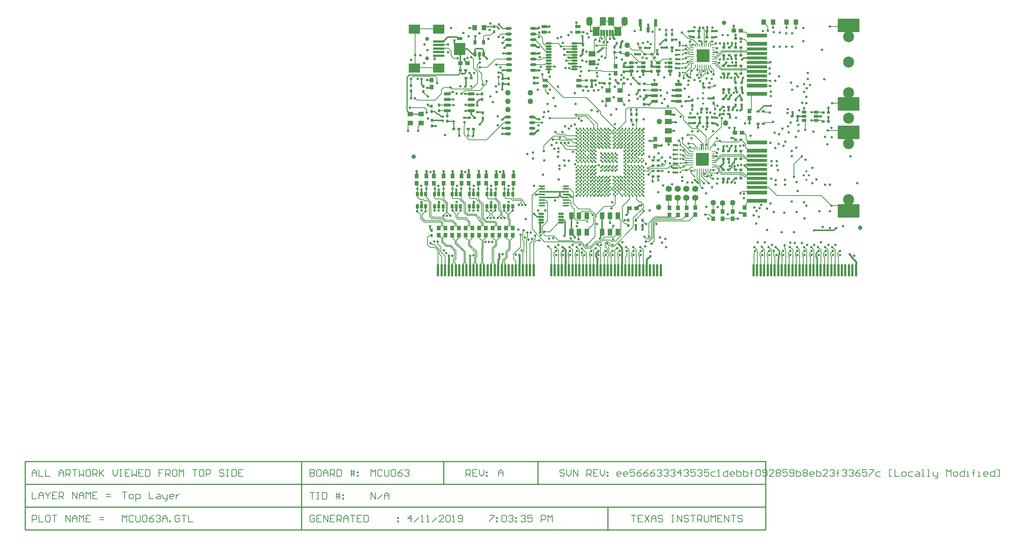
<source format=gtl>
G04*
G04 #@! TF.GenerationSoftware,Altium Limited,Altium Designer,18.1.9 (240)*
G04*
G04 Layer_Physical_Order=1*
G04 Layer_Color=255*
%FSAX25Y25*%
%MOIN*%
G70*
G01*
G75*
%ADD11C,0.00500*%
%ADD13C,0.00700*%
%ADD15C,0.00800*%
%ADD16C,0.01000*%
%ADD26C,0.01575*%
G04:AMPARAMS|DCode=27|XSize=118.11mil|YSize=192.91mil|CornerRadius=1.77mil|HoleSize=0mil|Usage=FLASHONLY|Rotation=90.000|XOffset=0mil|YOffset=0mil|HoleType=Round|Shape=RoundedRectangle|*
%AMROUNDEDRECTD27*
21,1,0.11811,0.18937,0,0,90.0*
21,1,0.11457,0.19291,0,0,90.0*
1,1,0.00354,0.09469,0.05728*
1,1,0.00354,0.09469,-0.05728*
1,1,0.00354,-0.09469,-0.05728*
1,1,0.00354,-0.09469,0.05728*
%
%ADD27ROUNDEDRECTD27*%
G04:AMPARAMS|DCode=28|XSize=31.89mil|YSize=181.1mil|CornerRadius=1.91mil|HoleSize=0mil|Usage=FLASHONLY|Rotation=90.000|XOffset=0mil|YOffset=0mil|HoleType=Round|Shape=RoundedRectangle|*
%AMROUNDEDRECTD28*
21,1,0.03189,0.17728,0,0,90.0*
21,1,0.02806,0.18110,0,0,90.0*
1,1,0.00383,0.08864,0.01403*
1,1,0.00383,0.08864,-0.01403*
1,1,0.00383,-0.08864,-0.01403*
1,1,0.00383,-0.08864,0.01403*
%
%ADD28ROUNDEDRECTD28*%
G04:AMPARAMS|DCode=29|XSize=24.02mil|YSize=181.1mil|CornerRadius=1.92mil|HoleSize=0mil|Usage=FLASHONLY|Rotation=90.000|XOffset=0mil|YOffset=0mil|HoleType=Round|Shape=RoundedRectangle|*
%AMROUNDEDRECTD29*
21,1,0.02402,0.17726,0,0,90.0*
21,1,0.02017,0.18110,0,0,90.0*
1,1,0.00384,0.08863,0.01009*
1,1,0.00384,0.08863,-0.01009*
1,1,0.00384,-0.08863,-0.01009*
1,1,0.00384,-0.08863,0.01009*
%
%ADD29ROUNDEDRECTD29*%
%ADD30R,0.09843X0.07874*%
%ADD31R,0.09843X0.01968*%
%ADD32R,0.04331X0.04724*%
%ADD33R,0.04724X0.04331*%
%ADD34R,0.03937X0.06299*%
%ADD35R,0.03150X0.07087*%
%ADD36R,0.03150X0.04724*%
%ADD37R,0.05000X0.02992*%
G04:AMPARAMS|DCode=38|XSize=23.62mil|YSize=57.09mil|CornerRadius=2.01mil|HoleSize=0mil|Usage=FLASHONLY|Rotation=90.000|XOffset=0mil|YOffset=0mil|HoleType=Round|Shape=RoundedRectangle|*
%AMROUNDEDRECTD38*
21,1,0.02362,0.05307,0,0,90.0*
21,1,0.01961,0.05709,0,0,90.0*
1,1,0.00402,0.02653,0.00980*
1,1,0.00402,0.02653,-0.00980*
1,1,0.00402,-0.02653,-0.00980*
1,1,0.00402,-0.02653,0.00980*
%
%ADD38ROUNDEDRECTD38*%
G04:AMPARAMS|DCode=39|XSize=9.84mil|YSize=23.62mil|CornerRadius=1.97mil|HoleSize=0mil|Usage=FLASHONLY|Rotation=180.000|XOffset=0mil|YOffset=0mil|HoleType=Round|Shape=RoundedRectangle|*
%AMROUNDEDRECTD39*
21,1,0.00984,0.01968,0,0,180.0*
21,1,0.00591,0.02362,0,0,180.0*
1,1,0.00394,-0.00295,0.00984*
1,1,0.00394,0.00295,0.00984*
1,1,0.00394,0.00295,-0.00984*
1,1,0.00394,-0.00295,-0.00984*
%
%ADD39ROUNDEDRECTD39*%
G04:AMPARAMS|DCode=40|XSize=9.84mil|YSize=23.62mil|CornerRadius=1.97mil|HoleSize=0mil|Usage=FLASHONLY|Rotation=90.000|XOffset=0mil|YOffset=0mil|HoleType=Round|Shape=RoundedRectangle|*
%AMROUNDEDRECTD40*
21,1,0.00984,0.01968,0,0,90.0*
21,1,0.00591,0.02362,0,0,90.0*
1,1,0.00394,0.00984,0.00295*
1,1,0.00394,0.00984,-0.00295*
1,1,0.00394,-0.00984,-0.00295*
1,1,0.00394,-0.00984,0.00295*
%
%ADD40ROUNDEDRECTD40*%
%ADD41O,0.05512X0.01772*%
%ADD42R,0.05000X0.03000*%
%ADD43R,0.10000X0.10500*%
G04:AMPARAMS|DCode=44|XSize=54.13mil|YSize=74.8mil|CornerRadius=1.9mil|HoleSize=0mil|Usage=FLASHONLY|Rotation=0.000|XOffset=0mil|YOffset=0mil|HoleType=Round|Shape=RoundedRectangle|*
%AMROUNDEDRECTD44*
21,1,0.05413,0.07101,0,0,0.0*
21,1,0.05034,0.07480,0,0,0.0*
1,1,0.00379,0.02517,-0.03551*
1,1,0.00379,-0.02517,-0.03551*
1,1,0.00379,-0.02517,0.03551*
1,1,0.00379,0.02517,0.03551*
%
%ADD44ROUNDEDRECTD44*%
G04:AMPARAMS|DCode=45|XSize=58.07mil|YSize=82.68mil|CornerRadius=2.03mil|HoleSize=0mil|Usage=FLASHONLY|Rotation=0.000|XOffset=0mil|YOffset=0mil|HoleType=Round|Shape=RoundedRectangle|*
%AMROUNDEDRECTD45*
21,1,0.05807,0.07861,0,0,0.0*
21,1,0.05401,0.08268,0,0,0.0*
1,1,0.00407,0.02700,-0.03931*
1,1,0.00407,-0.02700,-0.03931*
1,1,0.00407,-0.02700,0.03931*
1,1,0.00407,0.02700,0.03931*
%
%ADD45ROUNDEDRECTD45*%
G04:AMPARAMS|DCode=46|XSize=17.72mil|YSize=54.33mil|CornerRadius=1.95mil|HoleSize=0mil|Usage=FLASHONLY|Rotation=0.000|XOffset=0mil|YOffset=0mil|HoleType=Round|Shape=RoundedRectangle|*
%AMROUNDEDRECTD46*
21,1,0.01772,0.05043,0,0,0.0*
21,1,0.01382,0.05433,0,0,0.0*
1,1,0.00390,0.00691,-0.02522*
1,1,0.00390,-0.00691,-0.02522*
1,1,0.00390,-0.00691,0.02522*
1,1,0.00390,0.00691,0.02522*
%
%ADD46ROUNDEDRECTD46*%
%ADD47C,0.03937*%
%ADD50O,0.05315X0.01772*%
G04:AMPARAMS|DCode=51|XSize=23.62mil|YSize=39.37mil|CornerRadius=2.01mil|HoleSize=0mil|Usage=FLASHONLY|Rotation=90.000|XOffset=0mil|YOffset=0mil|HoleType=Round|Shape=RoundedRectangle|*
%AMROUNDEDRECTD51*
21,1,0.02362,0.03535,0,0,90.0*
21,1,0.01961,0.03937,0,0,90.0*
1,1,0.00402,0.01768,0.00980*
1,1,0.00402,0.01768,-0.00980*
1,1,0.00402,-0.01768,-0.00980*
1,1,0.00402,-0.01768,0.00980*
%
%ADD51ROUNDEDRECTD51*%
G04:AMPARAMS|DCode=52|XSize=23.62mil|YSize=39.37mil|CornerRadius=2.01mil|HoleSize=0mil|Usage=FLASHONLY|Rotation=180.000|XOffset=0mil|YOffset=0mil|HoleType=Round|Shape=RoundedRectangle|*
%AMROUNDEDRECTD52*
21,1,0.02362,0.03535,0,0,180.0*
21,1,0.01961,0.03937,0,0,180.0*
1,1,0.00402,-0.00980,0.01768*
1,1,0.00402,0.00980,0.01768*
1,1,0.00402,0.00980,-0.01768*
1,1,0.00402,-0.00980,-0.01768*
%
%ADD52ROUNDEDRECTD52*%
%ADD53O,0.05709X0.01575*%
%ADD54O,0.05500X0.02362*%
%ADD55R,0.03937X0.03740*%
%ADD56R,0.01811X0.01654*%
%ADD57R,0.03150X0.02362*%
%ADD58R,0.02362X0.03150*%
%ADD59R,0.03740X0.03937*%
%ADD60R,0.06300X0.05000*%
%ADD61R,0.01654X0.01811*%
%ADD68R,0.02165X0.11024*%
%ADD69C,0.01968*%
%ADD105C,0.03543*%
G04:AMPARAMS|DCode=111|XSize=114.17mil|YSize=114.17mil|CornerRadius=1.71mil|HoleSize=0mil|Usage=FLASHONLY|Rotation=90.000|XOffset=0mil|YOffset=0mil|HoleType=Round|Shape=RoundedRectangle|*
%AMROUNDEDRECTD111*
21,1,0.11417,0.11075,0,0,90.0*
21,1,0.11075,0.11417,0,0,90.0*
1,1,0.00343,0.05537,0.05537*
1,1,0.00343,0.05537,-0.05537*
1,1,0.00343,-0.05537,-0.05537*
1,1,0.00343,-0.05537,0.05537*
%
%ADD111ROUNDEDRECTD111*%
G04:AMPARAMS|DCode=112|XSize=11.81mil|YSize=17.72mil|CornerRadius=3.96mil|HoleSize=0mil|Usage=FLASHONLY|Rotation=0.000|XOffset=0mil|YOffset=0mil|HoleType=Round|Shape=RoundedRectangle|*
%AMROUNDEDRECTD112*
21,1,0.01181,0.00980,0,0,0.0*
21,1,0.00390,0.01772,0,0,0.0*
1,1,0.00791,0.00195,-0.00490*
1,1,0.00791,-0.00195,-0.00490*
1,1,0.00791,-0.00195,0.00490*
1,1,0.00791,0.00195,0.00490*
%
%ADD112ROUNDEDRECTD112*%
G04:AMPARAMS|DCode=113|XSize=11.81mil|YSize=15.75mil|CornerRadius=3.96mil|HoleSize=0mil|Usage=FLASHONLY|Rotation=0.000|XOffset=0mil|YOffset=0mil|HoleType=Round|Shape=RoundedRectangle|*
%AMROUNDEDRECTD113*
21,1,0.01181,0.00784,0,0,0.0*
21,1,0.00390,0.01575,0,0,0.0*
1,1,0.00791,0.00195,-0.00392*
1,1,0.00791,-0.00195,-0.00392*
1,1,0.00791,-0.00195,0.00392*
1,1,0.00791,0.00195,0.00392*
%
%ADD113ROUNDEDRECTD113*%
%ADD114C,0.00625*%
%ADD115C,0.00600*%
%ADD116C,0.01200*%
%ADD117C,0.01500*%
%ADD118C,0.00620*%
%ADD119C,0.00610*%
%ADD120C,0.09843*%
%ADD121C,0.05000*%
%ADD122C,0.05512*%
%ADD123R,0.05512X0.05512*%
G04:AMPARAMS|DCode=124|XSize=82.68mil|YSize=55.12mil|CornerRadius=27.56mil|HoleSize=0mil|Usage=FLASHONLY|Rotation=270.000|XOffset=0mil|YOffset=0mil|HoleType=Round|Shape=RoundedRectangle|*
%AMROUNDEDRECTD124*
21,1,0.08268,0.00000,0,0,270.0*
21,1,0.02756,0.05512,0,0,270.0*
1,1,0.05512,0.00000,-0.01378*
1,1,0.05512,0.00000,0.01378*
1,1,0.05512,0.00000,0.01378*
1,1,0.05512,0.00000,-0.01378*
%
%ADD124ROUNDEDRECTD124*%
%ADD125C,0.02200*%
%ADD126C,0.01800*%
G54D11*
X0029461Y0086882D02*
X0030161Y0086182D01*
Y0081831D02*
Y0086182D01*
Y0077460D02*
Y0081831D01*
X0029902Y0077201D02*
X0030161Y0077460D01*
X0037382Y0077201D02*
X0037961Y0077779D01*
Y0082031D02*
Y0086882D01*
Y0077779D02*
Y0082031D01*
X0013921Y0086882D02*
X0014621Y0086182D01*
Y0077460D02*
Y0081831D01*
Y0086182D01*
X0014362Y0077201D02*
X0014621Y0077460D01*
X0022421Y0077779D02*
Y0082031D01*
Y0086882D01*
X0021842Y0077201D02*
X0022421Y0077779D01*
X0076402Y0077201D02*
X0076661Y0077460D01*
X0075961Y0086882D02*
X0076661Y0086182D01*
X0083882Y0077201D02*
X0084461Y0077779D01*
Y0082031D01*
Y0086882D01*
X0060902Y0077201D02*
X0061161Y0077460D01*
X0060461Y0086882D02*
X0061161Y0086182D01*
X0068382Y0077201D02*
X0068961Y0077779D01*
Y0082031D01*
Y0086882D01*
X0091902Y0077201D02*
X0092161Y0077460D01*
X0091461Y0086882D02*
X0092161Y0086182D01*
X0099382Y0077201D02*
X0099961Y0077779D01*
Y0082031D02*
Y0086882D01*
Y0077779D02*
Y0082031D01*
X0045402Y0077201D02*
X0045661Y0077460D01*
X0052882Y0077201D02*
X0053461Y0077779D01*
X0044961Y0086882D02*
X0045661Y0086182D01*
X0092161Y0077460D02*
Y0081831D01*
Y0086182D01*
X0076661Y0077460D02*
Y0081831D01*
Y0086182D01*
X0061161Y0077460D02*
Y0081831D01*
Y0086182D01*
X0053461Y0082031D02*
Y0086882D01*
Y0077779D02*
Y0082031D01*
X0045661Y0081831D02*
Y0086182D01*
Y0077460D02*
Y0081831D01*
G54D13*
X0182938Y0209764D02*
X0182982Y0209807D01*
G54D15*
X-0248386Y-0188580D02*
X-0244388D01*
X-0246387D01*
Y-0194578D01*
X-0241389D02*
X-0239389D01*
X-0238390Y-0193578D01*
Y-0191579D01*
X-0239389Y-0190579D01*
X-0241389D01*
X-0242388Y-0191579D01*
Y-0193578D01*
X-0241389Y-0194578D01*
X-0236390Y-0196577D02*
Y-0190579D01*
X-0233391D01*
X-0232392Y-0191579D01*
Y-0193578D01*
X-0233391Y-0194578D01*
X-0236390D01*
X-0224394Y-0188580D02*
Y-0194578D01*
X-0220395D01*
X-0217396Y-0190579D02*
X-0215397D01*
X-0214397Y-0191579D01*
Y-0194578D01*
X-0217396D01*
X-0218396Y-0193578D01*
X-0217396Y-0192579D01*
X-0214397D01*
X-0212398Y-0190579D02*
Y-0193578D01*
X-0211398Y-0194578D01*
X-0208399D01*
Y-0195578D01*
X-0209399Y-0196577D01*
X-0210399D01*
X-0208399Y-0194578D02*
Y-0190579D01*
X-0203401Y-0194578D02*
X-0205400D01*
X-0206400Y-0193578D01*
Y-0191579D01*
X-0205400Y-0190579D01*
X-0203401D01*
X-0202401Y-0191579D01*
Y-0192579D01*
X-0206400D01*
X-0200402Y-0190579D02*
Y-0194578D01*
Y-0192579D01*
X-0199402Y-0191579D01*
X-0198403Y-0190579D01*
X-0197403D01*
X0195113Y-0174295D02*
X0193113D01*
X0192114Y-0173296D01*
Y-0171296D01*
X0193113Y-0170297D01*
X0195113D01*
X0196112Y-0171296D01*
Y-0172296D01*
X0192114D01*
X0201111Y-0174295D02*
X0199111D01*
X0198112Y-0173296D01*
Y-0171296D01*
X0199111Y-0170297D01*
X0201111D01*
X0202110Y-0171296D01*
Y-0172296D01*
X0198112D01*
X0208108Y-0168297D02*
X0204110D01*
Y-0171296D01*
X0206109Y-0170297D01*
X0207109D01*
X0208108Y-0171296D01*
Y-0173296D01*
X0207109Y-0174295D01*
X0205109D01*
X0204110Y-0173296D01*
X0214106Y-0168297D02*
X0212107Y-0169297D01*
X0210108Y-0171296D01*
Y-0173296D01*
X0211107Y-0174295D01*
X0213107D01*
X0214106Y-0173296D01*
Y-0172296D01*
X0213107Y-0171296D01*
X0210108D01*
X0220105Y-0168297D02*
X0218105Y-0169297D01*
X0216106Y-0171296D01*
Y-0173296D01*
X0217106Y-0174295D01*
X0219105D01*
X0220105Y-0173296D01*
Y-0172296D01*
X0219105Y-0171296D01*
X0216106D01*
X0226103Y-0168297D02*
X0224103Y-0169297D01*
X0222104Y-0171296D01*
Y-0173296D01*
X0223104Y-0174295D01*
X0225103D01*
X0226103Y-0173296D01*
Y-0172296D01*
X0225103Y-0171296D01*
X0222104D01*
X0228102Y-0169297D02*
X0229102Y-0168297D01*
X0231101D01*
X0232101Y-0169297D01*
Y-0170297D01*
X0231101Y-0171296D01*
X0230101D01*
X0231101D01*
X0232101Y-0172296D01*
Y-0173296D01*
X0231101Y-0174295D01*
X0229102D01*
X0228102Y-0173296D01*
X0234100Y-0169297D02*
X0235100Y-0168297D01*
X0237099D01*
X0238099Y-0169297D01*
Y-0170297D01*
X0237099Y-0171296D01*
X0236099D01*
X0237099D01*
X0238099Y-0172296D01*
Y-0173296D01*
X0237099Y-0174295D01*
X0235100D01*
X0234100Y-0173296D01*
X0240098Y-0169297D02*
X0241098Y-0168297D01*
X0243097D01*
X0244097Y-0169297D01*
Y-0170297D01*
X0243097Y-0171296D01*
X0242097D01*
X0243097D01*
X0244097Y-0172296D01*
Y-0173296D01*
X0243097Y-0174295D01*
X0241098D01*
X0240098Y-0173296D01*
X0249095Y-0174295D02*
Y-0168297D01*
X0246096Y-0171296D01*
X0250095D01*
X0252094Y-0169297D02*
X0253094Y-0168297D01*
X0255093D01*
X0256093Y-0169297D01*
Y-0170297D01*
X0255093Y-0171296D01*
X0254094D01*
X0255093D01*
X0256093Y-0172296D01*
Y-0173296D01*
X0255093Y-0174295D01*
X0253094D01*
X0252094Y-0173296D01*
X0262091Y-0168297D02*
X0258092D01*
Y-0171296D01*
X0260092Y-0170297D01*
X0261091D01*
X0262091Y-0171296D01*
Y-0173296D01*
X0261091Y-0174295D01*
X0259092D01*
X0258092Y-0173296D01*
X0264090Y-0169297D02*
X0265090Y-0168297D01*
X0267089D01*
X0268089Y-0169297D01*
Y-0170297D01*
X0267089Y-0171296D01*
X0266090D01*
X0267089D01*
X0268089Y-0172296D01*
Y-0173296D01*
X0267089Y-0174295D01*
X0265090D01*
X0264090Y-0173296D01*
X0274087Y-0168297D02*
X0270088D01*
Y-0171296D01*
X0272088Y-0170297D01*
X0273087D01*
X0274087Y-0171296D01*
Y-0173296D01*
X0273087Y-0174295D01*
X0271088D01*
X0270088Y-0173296D01*
X0280085Y-0170297D02*
X0277086D01*
X0276086Y-0171296D01*
Y-0173296D01*
X0277086Y-0174295D01*
X0280085D01*
X0282084D02*
X0284084D01*
X0283084D01*
Y-0168297D01*
X0282084Y-0169297D01*
X0291082Y-0168297D02*
Y-0174295D01*
X0288083D01*
X0287083Y-0173296D01*
Y-0171296D01*
X0288083Y-0170297D01*
X0291082D01*
X0296080Y-0174295D02*
X0294081D01*
X0293081Y-0173296D01*
Y-0171296D01*
X0294081Y-0170297D01*
X0296080D01*
X0297080Y-0171296D01*
Y-0172296D01*
X0293081D01*
X0299079Y-0168297D02*
Y-0174295D01*
X0302078D01*
X0303078Y-0173296D01*
Y-0172296D01*
Y-0171296D01*
X0302078Y-0170297D01*
X0299079D01*
X0305077Y-0168297D02*
Y-0174295D01*
X0308076D01*
X0309076Y-0173296D01*
Y-0172296D01*
Y-0171296D01*
X0308076Y-0170297D01*
X0305077D01*
X0312075Y-0174295D02*
Y-0169297D01*
Y-0171296D01*
X0311075D01*
X0313074D01*
X0312075D01*
Y-0169297D01*
X0313074Y-0168297D01*
X0316073Y-0169297D02*
X0317073Y-0168297D01*
X0319073D01*
X0320072Y-0169297D01*
Y-0173296D01*
X0319073Y-0174295D01*
X0317073D01*
X0316073Y-0173296D01*
Y-0169297D01*
X0322072Y-0173296D02*
X0323071Y-0174295D01*
X0325071D01*
X0326070Y-0173296D01*
Y-0169297D01*
X0325071Y-0168297D01*
X0323071D01*
X0322072Y-0169297D01*
Y-0170297D01*
X0323071Y-0171296D01*
X0326070D01*
X0332068Y-0174295D02*
X0328070D01*
X0332068Y-0170297D01*
Y-0169297D01*
X0331069Y-0168297D01*
X0329069D01*
X0328070Y-0169297D01*
X0334068D02*
X0335067Y-0168297D01*
X0337067D01*
X0338066Y-0169297D01*
Y-0170297D01*
X0337067Y-0171296D01*
X0338066Y-0172296D01*
Y-0173296D01*
X0337067Y-0174295D01*
X0335067D01*
X0334068Y-0173296D01*
Y-0172296D01*
X0335067Y-0171296D01*
X0334068Y-0170297D01*
Y-0169297D01*
X0335067Y-0171296D02*
X0337067D01*
X0344064Y-0168297D02*
X0340066D01*
Y-0171296D01*
X0342065Y-0170297D01*
X0343065D01*
X0344064Y-0171296D01*
Y-0173296D01*
X0343065Y-0174295D01*
X0341065D01*
X0340066Y-0173296D01*
X0346064D02*
X0347063Y-0174295D01*
X0349063D01*
X0350062Y-0173296D01*
Y-0169297D01*
X0349063Y-0168297D01*
X0347063D01*
X0346064Y-0169297D01*
Y-0170297D01*
X0347063Y-0171296D01*
X0350062D01*
X0352062Y-0168297D02*
Y-0174295D01*
X0355061D01*
X0356061Y-0173296D01*
Y-0172296D01*
Y-0171296D01*
X0355061Y-0170297D01*
X0352062D01*
X0358060Y-0169297D02*
X0359060Y-0168297D01*
X0361059D01*
X0362059Y-0169297D01*
Y-0170297D01*
X0361059Y-0171296D01*
X0362059Y-0172296D01*
Y-0173296D01*
X0361059Y-0174295D01*
X0359060D01*
X0358060Y-0173296D01*
Y-0172296D01*
X0359060Y-0171296D01*
X0358060Y-0170297D01*
Y-0169297D01*
X0359060Y-0171296D02*
X0361059D01*
X0367057Y-0174295D02*
X0365058D01*
X0364058Y-0173296D01*
Y-0171296D01*
X0365058Y-0170297D01*
X0367057D01*
X0368057Y-0171296D01*
Y-0172296D01*
X0364058D01*
X0370056Y-0168297D02*
Y-0174295D01*
X0373055D01*
X0374055Y-0173296D01*
Y-0172296D01*
Y-0171296D01*
X0373055Y-0170297D01*
X0370056D01*
X0380053Y-0174295D02*
X0376054D01*
X0380053Y-0170297D01*
Y-0169297D01*
X0379053Y-0168297D01*
X0377054D01*
X0376054Y-0169297D01*
X0382052D02*
X0383052Y-0168297D01*
X0385051D01*
X0386051Y-0169297D01*
Y-0170297D01*
X0385051Y-0171296D01*
X0384051D01*
X0385051D01*
X0386051Y-0172296D01*
Y-0173296D01*
X0385051Y-0174295D01*
X0383052D01*
X0382052Y-0173296D01*
X0389050Y-0174295D02*
Y-0169297D01*
Y-0171296D01*
X0388050D01*
X0390050D01*
X0389050D01*
Y-0169297D01*
X0390050Y-0168297D01*
X0393049Y-0169297D02*
X0394048Y-0168297D01*
X0396048D01*
X0397047Y-0169297D01*
Y-0170297D01*
X0396048Y-0171296D01*
X0395048D01*
X0396048D01*
X0397047Y-0172296D01*
Y-0173296D01*
X0396048Y-0174295D01*
X0394048D01*
X0393049Y-0173296D01*
X0399047Y-0169297D02*
X0400046Y-0168297D01*
X0402046D01*
X0403045Y-0169297D01*
Y-0170297D01*
X0402046Y-0171296D01*
X0401046D01*
X0402046D01*
X0403045Y-0172296D01*
Y-0173296D01*
X0402046Y-0174295D01*
X0400046D01*
X0399047Y-0173296D01*
X0409043Y-0168297D02*
X0407044Y-0169297D01*
X0405045Y-0171296D01*
Y-0173296D01*
X0406044Y-0174295D01*
X0408044D01*
X0409043Y-0173296D01*
Y-0172296D01*
X0408044Y-0171296D01*
X0405045D01*
X0415041Y-0168297D02*
X0411043D01*
Y-0171296D01*
X0413042Y-0170297D01*
X0414042D01*
X0415041Y-0171296D01*
Y-0173296D01*
X0414042Y-0174295D01*
X0412043D01*
X0411043Y-0173296D01*
X0417041Y-0168297D02*
X0421039D01*
Y-0169297D01*
X0417041Y-0173296D01*
Y-0174295D01*
X0427038Y-0170297D02*
X0424039D01*
X0423039Y-0171296D01*
Y-0173296D01*
X0424039Y-0174295D01*
X0427038D01*
X0437034D02*
X0435035D01*
Y-0168297D01*
X0437034D01*
X0440033D02*
Y-0174295D01*
X0444032D01*
X0447031D02*
X0449030D01*
X0450030Y-0173296D01*
Y-0171296D01*
X0449030Y-0170297D01*
X0447031D01*
X0446032Y-0171296D01*
Y-0173296D01*
X0447031Y-0174295D01*
X0456028Y-0170297D02*
X0453029D01*
X0452030Y-0171296D01*
Y-0173296D01*
X0453029Y-0174295D01*
X0456028D01*
X0459027Y-0170297D02*
X0461027D01*
X0462026Y-0171296D01*
Y-0174295D01*
X0459027D01*
X0458028Y-0173296D01*
X0459027Y-0172296D01*
X0462026D01*
X0464026Y-0174295D02*
X0466025D01*
X0465025D01*
Y-0168297D01*
X0464026D01*
X0469024Y-0174295D02*
X0471023D01*
X0470024D01*
Y-0168297D01*
X0469024D01*
X0474022Y-0170297D02*
Y-0173296D01*
X0475022Y-0174295D01*
X0478021D01*
Y-0175295D01*
X0477021Y-0176295D01*
X0476022D01*
X0478021Y-0174295D02*
Y-0170297D01*
X0486019Y-0174295D02*
Y-0168297D01*
X0488018Y-0170297D01*
X0490017Y-0168297D01*
Y-0174295D01*
X0493016D02*
X0495016D01*
X0496015Y-0173296D01*
Y-0171296D01*
X0495016Y-0170297D01*
X0493016D01*
X0492017Y-0171296D01*
Y-0173296D01*
X0493016Y-0174295D01*
X0502013Y-0168297D02*
Y-0174295D01*
X0499014D01*
X0498015Y-0173296D01*
Y-0171296D01*
X0499014Y-0170297D01*
X0502013D01*
X0504013Y-0174295D02*
X0506012D01*
X0505012D01*
Y-0170297D01*
X0504013D01*
X0510011Y-0174295D02*
Y-0169297D01*
Y-0171296D01*
X0509011D01*
X0511010D01*
X0510011D01*
Y-0169297D01*
X0511010Y-0168297D01*
X0514010Y-0174295D02*
X0516009D01*
X0515009D01*
Y-0170297D01*
X0514010D01*
X0522007Y-0174295D02*
X0520008D01*
X0519008Y-0173296D01*
Y-0171296D01*
X0520008Y-0170297D01*
X0522007D01*
X0523006Y-0171296D01*
Y-0172296D01*
X0519008D01*
X0529005Y-0168297D02*
Y-0174295D01*
X0526006D01*
X0525006Y-0173296D01*
Y-0171296D01*
X0526006Y-0170297D01*
X0529005D01*
X0531004Y-0174295D02*
X0533003D01*
Y-0168297D01*
X0531004D01*
X0145512Y-0169297D02*
X0144513Y-0168297D01*
X0142513D01*
X0141514Y-0169297D01*
Y-0170297D01*
X0142513Y-0171296D01*
X0144513D01*
X0145512Y-0172296D01*
Y-0173296D01*
X0144513Y-0174295D01*
X0142513D01*
X0141514Y-0173296D01*
X0147512Y-0168297D02*
Y-0172296D01*
X0149511Y-0174295D01*
X0151510Y-0172296D01*
Y-0168297D01*
X0153510Y-0174295D02*
Y-0168297D01*
X0157508Y-0174295D01*
Y-0168297D01*
X0165506Y-0174295D02*
Y-0168297D01*
X0168505D01*
X0169504Y-0169297D01*
Y-0171296D01*
X0168505Y-0172296D01*
X0165506D01*
X0167505D02*
X0169504Y-0174295D01*
X0175503Y-0168297D02*
X0171504D01*
Y-0174295D01*
X0175503D01*
X0171504Y-0171296D02*
X0173503D01*
X0177502Y-0168297D02*
Y-0172296D01*
X0179501Y-0174295D01*
X0181501Y-0172296D01*
Y-0168297D01*
X0183500Y-0170297D02*
X0184500D01*
Y-0171296D01*
X0183500D01*
Y-0170297D01*
Y-0173296D02*
X0184500D01*
Y-0174295D01*
X0183500D01*
Y-0173296D01*
X0057714Y-0174295D02*
Y-0168297D01*
X0060713D01*
X0061712Y-0169297D01*
Y-0171296D01*
X0060713Y-0172296D01*
X0057714D01*
X0059713D02*
X0061712Y-0174295D01*
X0067710Y-0168297D02*
X0063712D01*
Y-0174295D01*
X0067710D01*
X0063712Y-0171296D02*
X0065711D01*
X0069710Y-0168297D02*
Y-0172296D01*
X0071709Y-0174295D01*
X0073708Y-0172296D01*
Y-0168297D01*
X0075708Y-0170297D02*
X0076708D01*
Y-0171296D01*
X0075708D01*
Y-0170297D01*
Y-0173296D02*
X0076708D01*
Y-0174295D01*
X0075708D01*
Y-0173296D01*
X-0248386Y-0215162D02*
Y-0209164D01*
X-0246387Y-0211163D01*
X-0244388Y-0209164D01*
Y-0215162D01*
X-0238390Y-0210164D02*
X-0239389Y-0209164D01*
X-0241389D01*
X-0242388Y-0210164D01*
Y-0214162D01*
X-0241389Y-0215162D01*
X-0239389D01*
X-0238390Y-0214162D01*
X-0236390Y-0209164D02*
Y-0214162D01*
X-0235391Y-0215162D01*
X-0233391D01*
X-0232392Y-0214162D01*
Y-0209164D01*
X-0230392Y-0210164D02*
X-0229393Y-0209164D01*
X-0227393D01*
X-0226394Y-0210164D01*
Y-0214162D01*
X-0227393Y-0215162D01*
X-0229393D01*
X-0230392Y-0214162D01*
Y-0210164D01*
X-0220395Y-0209164D02*
X-0222395Y-0210164D01*
X-0224394Y-0212163D01*
Y-0214162D01*
X-0223394Y-0215162D01*
X-0221395D01*
X-0220395Y-0214162D01*
Y-0213163D01*
X-0221395Y-0212163D01*
X-0224394D01*
X-0218396Y-0210164D02*
X-0217396Y-0209164D01*
X-0215397D01*
X-0214397Y-0210164D01*
Y-0211163D01*
X-0215397Y-0212163D01*
X-0216397D01*
X-0215397D01*
X-0214397Y-0213163D01*
Y-0214162D01*
X-0215397Y-0215162D01*
X-0217396D01*
X-0218396Y-0214162D01*
X-0212398Y-0215162D02*
Y-0211163D01*
X-0210399Y-0209164D01*
X-0208399Y-0211163D01*
Y-0215162D01*
Y-0212163D01*
X-0212398D01*
X-0206400Y-0215162D02*
Y-0214162D01*
X-0205400D01*
Y-0215162D01*
X-0206400D01*
X-0197403Y-0210164D02*
X-0198403Y-0209164D01*
X-0200402D01*
X-0201402Y-0210164D01*
Y-0214162D01*
X-0200402Y-0215162D01*
X-0198403D01*
X-0197403Y-0214162D01*
Y-0212163D01*
X-0199402D01*
X-0195404Y-0209164D02*
X-0191405D01*
X-0193404D01*
Y-0215162D01*
X-0189406Y-0209164D02*
Y-0215162D01*
X-0185407D01*
X0008863D02*
Y-0209164D01*
X0005864Y-0212163D01*
X0009862D01*
X0011862Y-0215162D02*
X0015860Y-0211163D01*
X0017860Y-0215162D02*
X0019859D01*
X0018859D01*
Y-0209164D01*
X0017860Y-0210164D01*
X0022858Y-0215162D02*
X0024858D01*
X0023858D01*
Y-0209164D01*
X0022858Y-0210164D01*
X0027856Y-0215162D02*
X0031855Y-0211163D01*
X0037853Y-0215162D02*
X0033854D01*
X0037853Y-0211163D01*
Y-0210164D01*
X0036854Y-0209164D01*
X0034854D01*
X0033854Y-0210164D01*
X0039853D02*
X0040852Y-0209164D01*
X0042852D01*
X0043851Y-0210164D01*
Y-0214162D01*
X0042852Y-0215162D01*
X0040852D01*
X0039853Y-0214162D01*
Y-0210164D01*
X0045851Y-0215162D02*
X0047850D01*
X0046850D01*
Y-0209164D01*
X0045851Y-0210164D01*
X0050849Y-0214162D02*
X0051849Y-0215162D01*
X0053848D01*
X0054848Y-0214162D01*
Y-0210164D01*
X0053848Y-0209164D01*
X0051849D01*
X0050849Y-0210164D01*
Y-0211163D01*
X0051849Y-0212163D01*
X0054848D01*
X-0077088Y-0210164D02*
X-0078087Y-0209164D01*
X-0080087D01*
X-0081086Y-0210164D01*
Y-0214162D01*
X-0080087Y-0215162D01*
X-0078087D01*
X-0077088Y-0214162D01*
Y-0212163D01*
X-0079087D01*
X-0071090Y-0209164D02*
X-0075088D01*
Y-0215162D01*
X-0071090D01*
X-0075088Y-0212163D02*
X-0073089D01*
X-0069090Y-0215162D02*
Y-0209164D01*
X-0065092Y-0215162D01*
Y-0209164D01*
X-0059093D02*
X-0063092D01*
Y-0215162D01*
X-0059093D01*
X-0063092Y-0212163D02*
X-0061093D01*
X-0057094Y-0215162D02*
Y-0209164D01*
X-0054095D01*
X-0053096Y-0210164D01*
Y-0212163D01*
X-0054095Y-0213163D01*
X-0057094D01*
X-0055095D02*
X-0053096Y-0215162D01*
X-0051096D02*
Y-0211163D01*
X-0049097Y-0209164D01*
X-0047097Y-0211163D01*
Y-0215162D01*
Y-0212163D01*
X-0051096D01*
X-0045098Y-0209164D02*
X-0041099D01*
X-0043099D01*
Y-0215162D01*
X-0035101Y-0209164D02*
X-0039100D01*
Y-0215162D01*
X-0035101D01*
X-0039100Y-0212163D02*
X-0037101D01*
X-0033102Y-0209164D02*
Y-0215162D01*
X-0030103D01*
X-0029103Y-0214162D01*
Y-0210164D01*
X-0030103Y-0209164D01*
X-0033102D01*
X-0003112Y-0211163D02*
X-0002112D01*
Y-0212163D01*
X-0003112D01*
Y-0211163D01*
Y-0214162D02*
X-0002112D01*
Y-0215162D01*
X-0003112D01*
Y-0214162D01*
X-0328936Y-0174295D02*
Y-0170297D01*
X-0326937Y-0168297D01*
X-0324938Y-0170297D01*
Y-0174295D01*
Y-0171296D01*
X-0328936D01*
X-0322938Y-0168297D02*
Y-0174295D01*
X-0318940D01*
X-0316940Y-0168297D02*
Y-0174295D01*
X-0312942D01*
X-0304944D02*
Y-0170297D01*
X-0302945Y-0168297D01*
X-0300945Y-0170297D01*
Y-0174295D01*
Y-0171296D01*
X-0304944D01*
X-0298946Y-0174295D02*
Y-0168297D01*
X-0295947D01*
X-0294947Y-0169297D01*
Y-0171296D01*
X-0295947Y-0172296D01*
X-0298946D01*
X-0296947D02*
X-0294947Y-0174295D01*
X-0292948Y-0168297D02*
X-0288949D01*
X-0290949D01*
Y-0174295D01*
X-0286950Y-0168297D02*
Y-0174295D01*
X-0284951Y-0172296D01*
X-0282951Y-0174295D01*
Y-0168297D01*
X-0277953D02*
X-0279952D01*
X-0280952Y-0169297D01*
Y-0173296D01*
X-0279952Y-0174295D01*
X-0277953D01*
X-0276953Y-0173296D01*
Y-0169297D01*
X-0277953Y-0168297D01*
X-0274954Y-0174295D02*
Y-0168297D01*
X-0271955D01*
X-0270955Y-0169297D01*
Y-0171296D01*
X-0271955Y-0172296D01*
X-0274954D01*
X-0272955D02*
X-0270955Y-0174295D01*
X-0268956Y-0168297D02*
Y-0174295D01*
Y-0172296D01*
X-0264957Y-0168297D01*
X-0267956Y-0171296D01*
X-0264957Y-0174295D01*
X-0256960Y-0168297D02*
Y-0172296D01*
X-0254960Y-0174295D01*
X-0252961Y-0172296D01*
Y-0168297D01*
X-0250962D02*
X-0248962D01*
X-0249962D01*
Y-0174295D01*
X-0250962D01*
X-0248962D01*
X-0241965Y-0168297D02*
X-0245963D01*
Y-0174295D01*
X-0241965D01*
X-0245963Y-0171296D02*
X-0243964D01*
X-0239965Y-0168297D02*
Y-0174295D01*
X-0237966Y-0172296D01*
X-0235966Y-0174295D01*
Y-0168297D01*
X-0229968D02*
X-0233967D01*
Y-0174295D01*
X-0229968D01*
X-0233967Y-0171296D02*
X-0231968D01*
X-0227969Y-0168297D02*
Y-0174295D01*
X-0224970D01*
X-0223970Y-0173296D01*
Y-0169297D01*
X-0224970Y-0168297D01*
X-0227969D01*
X-0211974D02*
X-0215973D01*
Y-0171296D01*
X-0213974D01*
X-0215973D01*
Y-0174295D01*
X-0209975D02*
Y-0168297D01*
X-0206976D01*
X-0205976Y-0169297D01*
Y-0171296D01*
X-0206976Y-0172296D01*
X-0209975D01*
X-0207976D02*
X-0205976Y-0174295D01*
X-0200978Y-0168297D02*
X-0202977D01*
X-0203977Y-0169297D01*
Y-0173296D01*
X-0202977Y-0174295D01*
X-0200978D01*
X-0199978Y-0173296D01*
Y-0169297D01*
X-0200978Y-0168297D01*
X-0197979Y-0174295D02*
Y-0168297D01*
X-0195979Y-0170297D01*
X-0193980Y-0168297D01*
Y-0174295D01*
X-0185983Y-0168297D02*
X-0181984D01*
X-0183983D01*
Y-0174295D01*
X-0176986Y-0168297D02*
X-0178985D01*
X-0179985Y-0169297D01*
Y-0173296D01*
X-0178985Y-0174295D01*
X-0176986D01*
X-0175986Y-0173296D01*
Y-0169297D01*
X-0176986Y-0168297D01*
X-0173986Y-0174295D02*
Y-0168297D01*
X-0170987D01*
X-0169988Y-0169297D01*
Y-0171296D01*
X-0170987Y-0172296D01*
X-0173986D01*
X-0157992Y-0169297D02*
X-0158991Y-0168297D01*
X-0160991D01*
X-0161990Y-0169297D01*
Y-0170297D01*
X-0160991Y-0171296D01*
X-0158991D01*
X-0157992Y-0172296D01*
Y-0173296D01*
X-0158991Y-0174295D01*
X-0160991D01*
X-0161990Y-0173296D01*
X-0155992Y-0168297D02*
X-0153993D01*
X-0154993D01*
Y-0174295D01*
X-0155992D01*
X-0153993D01*
X-0150994Y-0168297D02*
Y-0174295D01*
X-0147995D01*
X-0146995Y-0173296D01*
Y-0169297D01*
X-0147995Y-0168297D01*
X-0150994D01*
X-0140997D02*
X-0144996D01*
Y-0174295D01*
X-0140997D01*
X-0144996Y-0171296D02*
X-0142997D01*
X0086864Y-0174295D02*
Y-0170297D01*
X0088863Y-0168297D01*
X0090862Y-0170297D01*
Y-0174295D01*
Y-0171296D01*
X0086864D01*
X-0026736Y-0174295D02*
Y-0168297D01*
X-0024737Y-0170297D01*
X-0022738Y-0168297D01*
Y-0174295D01*
X-0016740Y-0169297D02*
X-0017739Y-0168297D01*
X-0019739D01*
X-0020738Y-0169297D01*
Y-0173296D01*
X-0019739Y-0174295D01*
X-0017739D01*
X-0016740Y-0173296D01*
X-0014740Y-0168297D02*
Y-0173296D01*
X-0013741Y-0174295D01*
X-0011741D01*
X-0010742Y-0173296D01*
Y-0168297D01*
X-0008742Y-0169297D02*
X-0007743Y-0168297D01*
X-0005743D01*
X-0004744Y-0169297D01*
Y-0173296D01*
X-0005743Y-0174295D01*
X-0007743D01*
X-0008742Y-0173296D01*
Y-0169297D01*
X0001255Y-0168297D02*
X-0000745Y-0169297D01*
X-0002744Y-0171296D01*
Y-0173296D01*
X-0001744Y-0174295D01*
X0000255D01*
X0001255Y-0173296D01*
Y-0172296D01*
X0000255Y-0171296D01*
X-0002744D01*
X0003254Y-0169297D02*
X0004254Y-0168297D01*
X0006253D01*
X0007253Y-0169297D01*
Y-0170297D01*
X0006253Y-0171296D01*
X0005253D01*
X0006253D01*
X0007253Y-0172296D01*
Y-0173296D01*
X0006253Y-0174295D01*
X0004254D01*
X0003254Y-0173296D01*
X-0081286Y-0168297D02*
Y-0174295D01*
X-0078287D01*
X-0077288Y-0173296D01*
Y-0172296D01*
X-0078287Y-0171296D01*
X-0081286D01*
X-0078287D01*
X-0077288Y-0170297D01*
Y-0169297D01*
X-0078287Y-0168297D01*
X-0081286D01*
X-0072289D02*
X-0074289D01*
X-0075288Y-0169297D01*
Y-0173296D01*
X-0074289Y-0174295D01*
X-0072289D01*
X-0071290Y-0173296D01*
Y-0169297D01*
X-0072289Y-0168297D01*
X-0069290Y-0174295D02*
Y-0170297D01*
X-0067291Y-0168297D01*
X-0065292Y-0170297D01*
Y-0174295D01*
Y-0171296D01*
X-0069290D01*
X-0063292Y-0174295D02*
Y-0168297D01*
X-0060293D01*
X-0059294Y-0169297D01*
Y-0171296D01*
X-0060293Y-0172296D01*
X-0063292D01*
X-0061293D02*
X-0059294Y-0174295D01*
X-0057294Y-0168297D02*
Y-0174295D01*
X-0054295D01*
X-0053295Y-0173296D01*
Y-0169297D01*
X-0054295Y-0168297D01*
X-0057294D01*
X-0044298Y-0174295D02*
Y-0168297D01*
X-0042299D02*
Y-0174295D01*
X-0045298Y-0170297D02*
X-0042299D01*
X-0041299D01*
X-0045298Y-0172296D02*
X-0041299D01*
X-0039300Y-0170297D02*
X-0038300D01*
Y-0171296D01*
X-0039300D01*
Y-0170297D01*
Y-0173296D02*
X-0038300D01*
Y-0174295D01*
X-0039300D01*
Y-0173296D01*
X-0328936Y-0188580D02*
Y-0194578D01*
X-0324938D01*
X-0322938D02*
Y-0190579D01*
X-0320939Y-0188580D01*
X-0318940Y-0190579D01*
Y-0194578D01*
Y-0191579D01*
X-0322938D01*
X-0316940Y-0188580D02*
Y-0189579D01*
X-0314941Y-0191579D01*
X-0312942Y-0189579D01*
Y-0188580D01*
X-0314941Y-0191579D02*
Y-0194578D01*
X-0306943Y-0188580D02*
X-0310942D01*
Y-0194578D01*
X-0306943D01*
X-0310942Y-0191579D02*
X-0308943D01*
X-0304944Y-0194578D02*
Y-0188580D01*
X-0301945D01*
X-0300945Y-0189579D01*
Y-0191579D01*
X-0301945Y-0192579D01*
X-0304944D01*
X-0302945D02*
X-0300945Y-0194578D01*
X-0292948D02*
Y-0188580D01*
X-0288949Y-0194578D01*
Y-0188580D01*
X-0286950Y-0194578D02*
Y-0190579D01*
X-0284951Y-0188580D01*
X-0282951Y-0190579D01*
Y-0194578D01*
Y-0191579D01*
X-0286950D01*
X-0280952Y-0194578D02*
Y-0188580D01*
X-0278953Y-0190579D01*
X-0276953Y-0188580D01*
Y-0194578D01*
X-0270955Y-0188580D02*
X-0274954D01*
Y-0194578D01*
X-0270955D01*
X-0274954Y-0191579D02*
X-0272955D01*
X-0262958Y-0192579D02*
X-0258959D01*
X-0262958Y-0190579D02*
X-0258959D01*
X-0328936Y-0215162D02*
Y-0209164D01*
X-0325937D01*
X-0324938Y-0210164D01*
Y-0212163D01*
X-0325937Y-0213163D01*
X-0328936D01*
X-0322938Y-0209164D02*
Y-0215162D01*
X-0318940D01*
X-0313941Y-0209164D02*
X-0315941D01*
X-0316940Y-0210164D01*
Y-0214162D01*
X-0315941Y-0215162D01*
X-0313941D01*
X-0312942Y-0214162D01*
Y-0210164D01*
X-0313941Y-0209164D01*
X-0310942D02*
X-0306943D01*
X-0308943D01*
Y-0215162D01*
X-0298946D02*
Y-0209164D01*
X-0294947Y-0215162D01*
Y-0209164D01*
X-0292948Y-0215162D02*
Y-0211163D01*
X-0290949Y-0209164D01*
X-0288949Y-0211163D01*
Y-0215162D01*
Y-0212163D01*
X-0292948D01*
X-0286950Y-0215162D02*
Y-0209164D01*
X-0284951Y-0211163D01*
X-0282951Y-0209164D01*
Y-0215162D01*
X-0276953Y-0209164D02*
X-0280952D01*
Y-0215162D01*
X-0276953D01*
X-0280952Y-0212163D02*
X-0278953D01*
X-0268956Y-0213163D02*
X-0264957D01*
X-0268956Y-0211163D02*
X-0264957D01*
X0078764Y-0209164D02*
X0082762D01*
Y-0210164D01*
X0078764Y-0214162D01*
Y-0215162D01*
X0084762Y-0211163D02*
X0085761D01*
Y-0212163D01*
X0084762D01*
Y-0211163D01*
Y-0214162D02*
X0085761D01*
Y-0215162D01*
X0084762D01*
Y-0214162D01*
X0089760Y-0210164D02*
X0090760Y-0209164D01*
X0092759D01*
X0093759Y-0210164D01*
Y-0214162D01*
X0092759Y-0215162D01*
X0090760D01*
X0089760Y-0214162D01*
Y-0210164D01*
X0095758D02*
X0096758Y-0209164D01*
X0098757D01*
X0099757Y-0210164D01*
Y-0211163D01*
X0098757Y-0212163D01*
X0097757D01*
X0098757D01*
X0099757Y-0213163D01*
Y-0214162D01*
X0098757Y-0215162D01*
X0096758D01*
X0095758Y-0214162D01*
X0101756Y-0211163D02*
X0102756D01*
Y-0212163D01*
X0101756D01*
Y-0211163D01*
Y-0214162D02*
X0102756D01*
Y-0215162D01*
X0101756D01*
Y-0214162D01*
X0106755Y-0210164D02*
X0107754Y-0209164D01*
X0109754D01*
X0110753Y-0210164D01*
Y-0211163D01*
X0109754Y-0212163D01*
X0108754D01*
X0109754D01*
X0110753Y-0213163D01*
Y-0214162D01*
X0109754Y-0215162D01*
X0107754D01*
X0106755Y-0214162D01*
X0116751Y-0209164D02*
X0112753D01*
Y-0212163D01*
X0114752Y-0211163D01*
X0115752D01*
X0116751Y-0212163D01*
Y-0214162D01*
X0115752Y-0215162D01*
X0113752D01*
X0112753Y-0214162D01*
X0124749Y-0215162D02*
Y-0209164D01*
X0127748D01*
X0128747Y-0210164D01*
Y-0212163D01*
X0127748Y-0213163D01*
X0124749D01*
X0130747Y-0215162D02*
Y-0209164D01*
X0132746Y-0211163D01*
X0134746Y-0209164D01*
Y-0215162D01*
X0205214Y-0209164D02*
X0209212D01*
X0207213D01*
Y-0215162D01*
X0215210Y-0209164D02*
X0211212D01*
Y-0215162D01*
X0215210D01*
X0211212Y-0212163D02*
X0213211D01*
X0217210Y-0209164D02*
X0221208Y-0215162D01*
Y-0209164D02*
X0217210Y-0215162D01*
X0223208D02*
Y-0211163D01*
X0225207Y-0209164D01*
X0227206Y-0211163D01*
Y-0215162D01*
Y-0212163D01*
X0223208D01*
X0233205Y-0210164D02*
X0232205Y-0209164D01*
X0230205D01*
X0229206Y-0210164D01*
Y-0211163D01*
X0230205Y-0212163D01*
X0232205D01*
X0233205Y-0213163D01*
Y-0214162D01*
X0232205Y-0215162D01*
X0230205D01*
X0229206Y-0214162D01*
X0241202Y-0209164D02*
X0243201D01*
X0242202D01*
Y-0215162D01*
X0241202D01*
X0243201D01*
X0246200D02*
Y-0209164D01*
X0250199Y-0215162D01*
Y-0209164D01*
X0256197Y-0210164D02*
X0255197Y-0209164D01*
X0253198D01*
X0252198Y-0210164D01*
Y-0211163D01*
X0253198Y-0212163D01*
X0255197D01*
X0256197Y-0213163D01*
Y-0214162D01*
X0255197Y-0215162D01*
X0253198D01*
X0252198Y-0214162D01*
X0258196Y-0209164D02*
X0262195D01*
X0260196D01*
Y-0215162D01*
X0264194D02*
Y-0209164D01*
X0267194D01*
X0268193Y-0210164D01*
Y-0212163D01*
X0267194Y-0213163D01*
X0264194D01*
X0266194D02*
X0268193Y-0215162D01*
X0270193Y-0209164D02*
Y-0214162D01*
X0271192Y-0215162D01*
X0273192D01*
X0274191Y-0214162D01*
Y-0209164D01*
X0276191Y-0215162D02*
Y-0209164D01*
X0278190Y-0211163D01*
X0280189Y-0209164D01*
Y-0215162D01*
X0286187Y-0209164D02*
X0282189D01*
Y-0215162D01*
X0286187D01*
X0282189Y-0212163D02*
X0284188D01*
X0288187Y-0215162D02*
Y-0209164D01*
X0292185Y-0215162D01*
Y-0209164D01*
X0294185D02*
X0298183D01*
X0296184D01*
Y-0215162D01*
X0304182Y-0210164D02*
X0303182Y-0209164D01*
X0301183D01*
X0300183Y-0210164D01*
Y-0211163D01*
X0301183Y-0212163D01*
X0303182D01*
X0304182Y-0213163D01*
Y-0214162D01*
X0303182Y-0215162D01*
X0301183D01*
X0300183Y-0214162D01*
X-0081286Y-0188630D02*
X-0077288D01*
X-0079287D01*
Y-0194629D01*
X-0075288Y-0188630D02*
X-0073289D01*
X-0074289D01*
Y-0194629D01*
X-0075288D01*
X-0073289D01*
X-0070290Y-0188630D02*
Y-0194629D01*
X-0067291D01*
X-0066291Y-0193629D01*
Y-0189630D01*
X-0067291Y-0188630D01*
X-0070290D01*
X-0057294Y-0194629D02*
Y-0188630D01*
X-0055295D02*
Y-0194629D01*
X-0058294Y-0190630D02*
X-0055295D01*
X-0054295D01*
X-0058294Y-0192629D02*
X-0054295D01*
X-0052296Y-0190630D02*
X-0051296D01*
Y-0191630D01*
X-0052296D01*
Y-0190630D01*
Y-0193629D02*
X-0051296D01*
Y-0194629D01*
X-0052296D01*
Y-0193629D01*
X-0026736Y-0194629D02*
Y-0188630D01*
X-0022738Y-0194629D01*
Y-0188630D01*
X-0020738Y-0194629D02*
X-0016740Y-0190630D01*
X-0014740Y-0194629D02*
Y-0190630D01*
X-0012741Y-0188630D01*
X-0010742Y-0190630D01*
Y-0194629D01*
Y-0191630D01*
X-0014740D01*
G54D16*
X0159370Y0091437D02*
X0160945Y0093011D01*
X0156221Y0094586D02*
X0157796Y0096161D01*
X0168819Y0094586D02*
X0170394Y0096161D01*
X0171969Y0097736D02*
X0173544Y0099311D01*
X0168819Y0097736D02*
X0170394Y0099311D01*
X0171969Y0100885D02*
X0173544Y0102460D01*
X0156221Y0097736D02*
X0157796Y0099311D01*
X0156221Y0091437D02*
X0157796Y0093011D01*
X0171969Y0075689D02*
X0173544Y0077263D01*
X0171969Y0078838D02*
X0173544Y0080413D01*
X0156221Y0075689D02*
X0157796Y0077263D01*
X0201890Y0115059D02*
X0201890D01*
X0203465Y0116634D01*
X0198740Y0115059D02*
X0198740D01*
X0200315Y0116634D01*
X0214488Y0111909D02*
X0216063Y0113484D01*
X0214488Y0111909D02*
X0214488D01*
X0211339D02*
X0212914Y0113484D01*
X0211339Y0111909D02*
X0211339D01*
X0208189D02*
X0209764Y0113484D01*
X0208189Y0111909D02*
X0208189D01*
X0205040D02*
X0206614Y0113484D01*
X0205040Y0111909D02*
X0205040D01*
X0201890Y0108759D02*
X0203465Y0110334D01*
X0201890Y0108759D02*
X0201890D01*
X0198740D02*
X0200315Y0110334D01*
X0198740Y0108759D02*
X0198740D01*
X0201890Y0096161D02*
X0203465Y0094586D01*
X0214488Y0080413D02*
X0216063Y0078838D01*
X0195591Y0093011D02*
X0197166Y0091437D01*
X0195591Y0089862D02*
X0197166Y0088287D01*
X0192441Y0089862D02*
X0194016Y0088287D01*
X0205040Y0121358D02*
X0206614Y0122933D01*
X0205040Y0121358D02*
X0205040D01*
Y0118208D02*
X0206614Y0119783D01*
X0205040Y0118208D02*
X0205040D01*
X0195591Y0121358D02*
X0197166Y0122933D01*
X0195591Y0121358D02*
X0195591D01*
Y0118208D02*
X0197166Y0119783D01*
X0195591Y0118208D02*
X0195591D01*
X0189292D02*
X0189292D01*
X0190866Y0119783D01*
X0189292Y0121358D02*
X0189292D01*
X0190866Y0122933D01*
X0186142Y0093011D02*
Y0093011D01*
X0184567Y0088287D02*
X0186142Y0089862D01*
Y0089862D01*
X0182992Y0093011D02*
Y0093011D01*
X0181418Y0088287D02*
X0182992Y0089862D01*
Y0089862D01*
X0179843Y0077263D02*
Y0077263D01*
X0173544Y0099311D02*
Y0099311D01*
X0171969Y0091437D02*
X0173544Y0093011D01*
X0171969Y0088287D02*
X0173544Y0089862D01*
Y0089862D01*
X0170394Y0099311D02*
Y0099311D01*
X0157796Y0099311D02*
Y0099311D01*
X0184567Y0119783D02*
Y0119783D01*
Y0119783D02*
X0186142Y0118208D01*
X0184567Y0122933D02*
Y0122933D01*
Y0122933D02*
X0186142Y0121358D01*
X0181418Y0119783D02*
Y0119783D01*
Y0119783D02*
X0182992Y0118208D01*
X0181418Y0135531D02*
X0182992Y0133956D01*
X0181418Y0135531D02*
Y0135531D01*
Y0122933D02*
Y0122933D01*
Y0122933D02*
X0182992Y0121358D01*
X0175118Y0122933D02*
X0176693Y0121358D01*
X0175118Y0122933D02*
Y0122933D01*
Y0119783D02*
X0176693Y0118208D01*
X0175118Y0119783D02*
Y0119783D01*
X0171969Y0116634D02*
X0173544Y0115059D01*
X0171969Y0116634D02*
Y0116634D01*
Y0113484D02*
X0173544Y0111909D01*
X0171969Y0113484D02*
Y0113484D01*
Y0107185D02*
Y0107185D01*
Y0107185D02*
X0173544Y0105610D01*
X0168819Y0116634D02*
X0170394Y0115059D01*
X0168819Y0116634D02*
Y0116634D01*
Y0113484D02*
X0170394Y0111909D01*
X0168819Y0113484D02*
Y0113484D01*
Y0107185D02*
Y0107185D01*
Y0107185D02*
X0170394Y0105610D01*
X0156221Y0132382D02*
X0157796Y0130807D01*
X0156221Y0132382D02*
Y0132382D01*
X0074543Y0226523D02*
X0082343D01*
X0085350D02*
X0086896Y0224977D01*
X0023296Y0178777D02*
X0027182D01*
X0027216Y0178811D01*
X0007175Y0183655D02*
X0050946D01*
X0005196Y0181677D02*
X0007175Y0183655D01*
X0005196Y0151676D02*
Y0181677D01*
Y0151676D02*
X0008216Y0148657D01*
X0065976Y0212574D02*
X0066389Y0212161D01*
X0039011Y0129980D02*
X0039023Y0129992D01*
X0008216Y0148657D02*
X0008233Y0148674D01*
X0017895D01*
X0065976Y0217821D02*
X0065995Y0217841D01*
X0065976Y0212574D02*
Y0217821D01*
X0025013Y0155523D02*
X0027216D01*
X0057316Y0166661D02*
X0062444D01*
X0057475Y0156661D02*
X0062444D01*
X0067818Y0166121D02*
X0071775D01*
X0030578Y0200964D02*
X0034182D01*
X0027216Y0150799D02*
X0029790D01*
X0046869Y0135310D02*
Y0141964D01*
X0046927Y0142022D01*
X0051594Y0129232D02*
Y0135310D01*
Y0129232D02*
X0051683Y0129142D01*
X0023695Y0156841D02*
X0025013Y0155523D01*
X0029790Y0150799D02*
X0032187Y0148402D01*
X0033626D01*
X0046628Y0142321D02*
X0046927Y0142022D01*
X0029696Y0197677D02*
Y0200082D01*
X0030578Y0200964D01*
X0008696Y0168279D02*
X0008716Y0168299D01*
X0008696Y0162677D02*
Y0168279D01*
X0033626Y0148402D02*
X0035651Y0146377D01*
X0037196D01*
X0056196Y0145177D02*
X0056196Y0145177D01*
X0040415Y0142321D02*
X0046628D01*
X0086846Y0228427D02*
X0090510Y0224763D01*
X0096090D01*
X0064396Y0135161D02*
Y0135277D01*
X0073696Y0225677D02*
X0074543Y0226523D01*
X0082343D02*
X0085350D01*
X0082343D02*
X0082696Y0226877D01*
X0184567Y0135531D02*
X0186142Y0133956D01*
X0178268Y0113484D02*
X0179843Y0111909D01*
X0181418Y0113484D02*
X0182992Y0111909D01*
X0184567Y0113484D02*
X0186142Y0111909D01*
X0178268Y0110334D02*
X0179843Y0108759D01*
X0178268Y0107185D02*
X0179843Y0105610D01*
X0181418Y0107185D02*
X0182992Y0105610D01*
X0181418Y0110334D02*
X0182992Y0108759D01*
X0184567Y0110334D02*
X0186142Y0108759D01*
X0187717Y0113484D02*
X0189292Y0111909D01*
X0190866Y0113484D02*
X0192441Y0111909D01*
X0190866Y0110334D02*
X0192441Y0108759D01*
X0190866Y0107185D02*
X0192441Y0105610D01*
X0187717Y0107185D02*
X0189292Y0105610D01*
X0187717Y0110334D02*
X0189292Y0108759D01*
X0184567Y0107185D02*
X0186142Y0105610D01*
X0168819Y0122933D02*
X0170394Y0121358D01*
X0171969Y0122933D02*
X0173544Y0121358D01*
X0168819Y0119783D02*
X0170394Y0118208D01*
X0171969Y0119783D02*
X0173544Y0118208D01*
X0178268Y0119783D02*
X0179843Y0118208D01*
X0178268Y0122933D02*
X0179843Y0121358D01*
X0156221Y0135531D02*
X0157796Y0133956D01*
X0214488Y0077263D02*
X0216063Y0075689D01*
X0159370Y0088287D02*
X0160945Y0089862D01*
X0168819Y0088287D02*
X0170394Y0089862D01*
X0168819Y0091437D02*
X0170394Y0093011D01*
X0171969Y0094586D02*
X0173544Y0096161D01*
X0178268Y0088287D02*
X0179843Y0089862D01*
X0175118Y0088287D02*
X0176693Y0089862D01*
X0168819Y0100885D02*
X0170394Y0102460D01*
X0178268Y0100885D02*
X0179843Y0102460D01*
X0181418Y0100885D02*
X0182992Y0102460D01*
X0184567Y0097736D02*
X0186142Y0099311D01*
X0184567Y0100885D02*
X0186142Y0102460D01*
X0187717Y0100885D02*
X0189292Y0102460D01*
X0190866Y0100885D02*
X0192441Y0102460D01*
Y0121358D02*
X0194016Y0122933D01*
X0192441Y0118208D02*
X0194016Y0119783D01*
X0198740Y0121358D02*
X0200315Y0122933D01*
X0201890Y0121358D02*
X0203465Y0122933D01*
X0201890Y0118208D02*
X0203465Y0119783D01*
X0198740Y0118208D02*
X0200315Y0119783D01*
X0205040Y0115059D02*
X0206614Y0116634D01*
X0208189Y0115059D02*
X0209764Y0116634D01*
X0198740Y0111909D02*
X0200315Y0113484D01*
X0201890Y0111909D02*
X0203465Y0113484D01*
X0192441Y0093011D02*
X0194016Y0091437D01*
X0201890Y0093011D02*
X0203465Y0091437D01*
X0201890Y0089862D02*
X0203465Y0088287D01*
X0198740Y0089862D02*
X0200315Y0088287D01*
X0168819Y0110334D02*
X0170394Y0108759D01*
X0171969Y0110334D02*
X0173544Y0108759D01*
X0181418Y0097736D02*
X0182992Y0099311D01*
X0184567Y0091437D02*
X0186142Y0093011D01*
X0181418Y0091437D02*
X0182992Y0093011D01*
X0175118Y0091437D02*
X0176693Y0093011D01*
X0178268Y0091437D02*
X0179843Y0093011D01*
X0189292D02*
X0190866Y0091437D01*
X0189292Y0089862D02*
X0190866Y0088287D01*
X0178268Y0075689D02*
X0179843Y0077263D01*
X0198740Y0093011D02*
X0200315Y0091437D01*
X0198740Y0096161D02*
X0200315Y0094586D01*
X0178268Y0097736D02*
X0179843Y0099311D01*
X0187717Y0097736D02*
X0189292Y0099311D01*
X0190866Y0097736D02*
X0192441Y0099311D01*
X0201890D02*
X0203465Y0097736D01*
X0198740Y0102460D02*
X0200315Y0100885D01*
X0198740Y0105610D02*
X0200315Y0107185D01*
X0201890Y0105610D02*
X0203465Y0107185D01*
X0198740Y0099311D02*
X0200315Y0097736D01*
X0201890Y0102460D02*
X0203465Y0100885D01*
X0211339Y0102460D02*
X0212914Y0100885D01*
X0175118Y0075689D02*
X0176693Y0077263D01*
X0175118Y0078838D02*
X0176693Y0080413D01*
X0050946Y0183655D02*
X0052539Y0185248D01*
Y0193559D02*
X0052854Y0193874D01*
X0052539Y0185248D02*
Y0193559D01*
X0065976Y0201747D02*
Y0201748D01*
X0121914Y-0181412D02*
Y-0161079D01*
X0037914Y-0181412D02*
Y-0161079D01*
X-0335286Y-0181412D02*
X0324914D01*
X-0335286Y-0201745D02*
X0324714D01*
X-0335286Y-0222079D02*
X0065214D01*
X-0335236Y-0161079D02*
X0324914D01*
X-0335236Y-0222079D02*
Y-0161079D01*
Y-0222079D02*
X-0177686D01*
X-0335286D02*
Y-0161079D01*
X-0088786Y-0222079D02*
Y-0161079D01*
X0324914Y-0222079D02*
Y-0161079D01*
X0065214Y-0222079D02*
X0324914D01*
X0184114Y-0222729D02*
Y-0202445D01*
G54D26*
X0214488Y0133956D02*
D03*
Y0130807D02*
D03*
X0211339Y0133956D02*
D03*
X0208189Y0130807D02*
D03*
X0214488Y0127657D02*
D03*
X0211339Y0130807D02*
D03*
X0214488Y0124508D02*
D03*
X0211339Y0127657D02*
D03*
Y0124508D02*
D03*
X0208189Y0133956D02*
D03*
X0205040Y0130807D02*
D03*
X0208189Y0127657D02*
D03*
X0205040Y0133956D02*
D03*
X0201890D02*
D03*
Y0130807D02*
D03*
X0205040Y0124508D02*
D03*
Y0127657D02*
D03*
X0208189Y0124508D02*
D03*
X0201890Y0127657D02*
D03*
Y0124508D02*
D03*
X0214488Y0118208D02*
D03*
Y0121358D02*
D03*
Y0115059D02*
D03*
X0211339Y0118208D02*
D03*
Y0121358D02*
D03*
Y0115059D02*
D03*
X0214488Y0111909D02*
D03*
X0211339D02*
D03*
X0214488Y0108759D02*
D03*
X0211339D02*
D03*
Y0105610D02*
D03*
X0208189Y0118208D02*
D03*
Y0121358D02*
D03*
Y0115059D02*
D03*
X0205040Y0118208D02*
D03*
Y0121358D02*
D03*
Y0115059D02*
D03*
X0208189Y0108759D02*
D03*
Y0111909D02*
D03*
X0205040Y0105610D02*
D03*
Y0111909D02*
D03*
Y0108759D02*
D03*
X0198740Y0130807D02*
D03*
Y0133956D02*
D03*
Y0127657D02*
D03*
X0195591Y0130807D02*
D03*
Y0133956D02*
D03*
Y0127657D02*
D03*
X0201890Y0121358D02*
D03*
X0198740Y0124508D02*
D03*
Y0121358D02*
D03*
X0195591Y0124508D02*
D03*
Y0121358D02*
D03*
X0192441Y0133956D02*
D03*
X0189292D02*
D03*
X0192441Y0130807D02*
D03*
X0186142D02*
D03*
Y0133956D02*
D03*
X0189292Y0130807D02*
D03*
X0192441Y0127657D02*
D03*
X0189292D02*
D03*
X0192441Y0124508D02*
D03*
X0189292D02*
D03*
X0186142Y0121358D02*
D03*
X0201890Y0115059D02*
D03*
Y0118208D02*
D03*
Y0111909D02*
D03*
X0198740Y0118208D02*
D03*
X0195591D02*
D03*
X0198740Y0115059D02*
D03*
X0201890Y0108759D02*
D03*
X0198740Y0111909D02*
D03*
X0201890Y0105610D02*
D03*
X0198740Y0108759D02*
D03*
Y0105610D02*
D03*
X0192441Y0118208D02*
D03*
Y0121358D02*
D03*
Y0111909D02*
D03*
X0189292Y0118208D02*
D03*
Y0121358D02*
D03*
X0186142Y0118208D02*
D03*
X0192441Y0108759D02*
D03*
X0189292Y0111909D02*
D03*
Y0108759D02*
D03*
X0186142Y0111909D02*
D03*
Y0108759D02*
D03*
X0214488Y0102460D02*
D03*
Y0105610D02*
D03*
Y0099311D02*
D03*
X0211339D02*
D03*
Y0102460D02*
D03*
X0208189Y0099311D02*
D03*
X0214488Y0096161D02*
D03*
Y0093011D02*
D03*
X0211339Y0096161D02*
D03*
Y0093011D02*
D03*
X0208189Y0102460D02*
D03*
Y0105610D02*
D03*
X0205040Y0102460D02*
D03*
X0201890Y0099311D02*
D03*
Y0102460D02*
D03*
X0205040Y0099311D02*
D03*
X0208189Y0093011D02*
D03*
Y0096161D02*
D03*
X0205040Y0093011D02*
D03*
Y0096161D02*
D03*
X0201890Y0093011D02*
D03*
X0214488Y0083563D02*
D03*
Y0086712D02*
D03*
Y0080413D02*
D03*
Y0089862D02*
D03*
X0211339Y0086712D02*
D03*
Y0083563D02*
D03*
X0214488Y0077263D02*
D03*
X0211339Y0080413D02*
D03*
Y0077263D02*
D03*
Y0089862D02*
D03*
X0208189D02*
D03*
Y0083563D02*
D03*
Y0086712D02*
D03*
X0205040Y0089862D02*
D03*
Y0086712D02*
D03*
X0208189Y0080413D02*
D03*
X0205040Y0083563D02*
D03*
X0208189Y0077263D02*
D03*
X0205040Y0080413D02*
D03*
Y0077263D02*
D03*
X0198740Y0099311D02*
D03*
Y0102460D02*
D03*
X0201890Y0096161D02*
D03*
X0192441Y0099311D02*
D03*
Y0105610D02*
D03*
X0198740Y0096161D02*
D03*
Y0089862D02*
D03*
Y0093011D02*
D03*
X0201890Y0089862D02*
D03*
X0195591Y0093011D02*
D03*
Y0089862D02*
D03*
X0192441Y0102460D02*
D03*
X0189292Y0105610D02*
D03*
X0192441Y0093011D02*
D03*
X0189292Y0102460D02*
D03*
X0186142D02*
D03*
X0189292Y0099311D02*
D03*
X0192441Y0089862D02*
D03*
X0189292Y0093011D02*
D03*
Y0089862D02*
D03*
X0186142Y0093011D02*
D03*
Y0089862D02*
D03*
X0201890Y0086712D02*
D03*
X0198740D02*
D03*
X0201890Y0083563D02*
D03*
X0198740D02*
D03*
X0195591D02*
D03*
Y0080413D02*
D03*
X0201890D02*
D03*
X0198740D02*
D03*
X0201890Y0077263D02*
D03*
X0195591D02*
D03*
X0198740D02*
D03*
X0195591Y0086712D02*
D03*
X0192441D02*
D03*
Y0083563D02*
D03*
X0189292Y0086712D02*
D03*
X0186142D02*
D03*
X0189292Y0083563D02*
D03*
X0192441Y0080413D02*
D03*
X0189292D02*
D03*
X0192441Y0077263D02*
D03*
X0186142D02*
D03*
X0189292D02*
D03*
X0182992Y0130807D02*
D03*
Y0133956D02*
D03*
X0186142Y0127657D02*
D03*
X0179843Y0130807D02*
D03*
Y0133956D02*
D03*
X0182992Y0127657D02*
D03*
Y0124508D02*
D03*
X0179843Y0127657D02*
D03*
X0186142Y0124508D02*
D03*
X0176693D02*
D03*
X0179843D02*
D03*
X0176693Y0133956D02*
D03*
X0173544D02*
D03*
X0170394Y0130807D02*
D03*
Y0133956D02*
D03*
X0173544Y0130807D02*
D03*
X0176693Y0127657D02*
D03*
Y0130807D02*
D03*
X0173544Y0127657D02*
D03*
X0170394D02*
D03*
Y0124508D02*
D03*
X0182992Y0121358D02*
D03*
X0179843D02*
D03*
X0182992Y0118208D02*
D03*
X0176693D02*
D03*
Y0121358D02*
D03*
X0179843Y0118208D02*
D03*
X0182992Y0108759D02*
D03*
Y0111909D02*
D03*
X0186142Y0105610D02*
D03*
X0179843Y0111909D02*
D03*
Y0108759D02*
D03*
X0173544Y0121358D02*
D03*
Y0124508D02*
D03*
Y0118208D02*
D03*
X0170394D02*
D03*
Y0121358D02*
D03*
X0173544Y0115059D02*
D03*
Y0108759D02*
D03*
Y0111909D02*
D03*
Y0105610D02*
D03*
X0170394Y0108759D02*
D03*
Y0105610D02*
D03*
X0167244Y0130807D02*
D03*
Y0133956D02*
D03*
X0164095Y0130807D02*
D03*
Y0133956D02*
D03*
X0160945D02*
D03*
Y0130807D02*
D03*
X0167244Y0127657D02*
D03*
X0164095D02*
D03*
X0167244Y0124508D02*
D03*
X0164095D02*
D03*
Y0121358D02*
D03*
X0157796Y0133956D02*
D03*
X0160945Y0127657D02*
D03*
X0157796Y0130807D02*
D03*
X0160945Y0124508D02*
D03*
X0157796Y0127657D02*
D03*
X0160945Y0121358D02*
D03*
X0157796Y0124508D02*
D03*
Y0121358D02*
D03*
X0167244Y0118208D02*
D03*
Y0121358D02*
D03*
X0170394Y0115059D02*
D03*
X0167244D02*
D03*
X0164095D02*
D03*
X0167244Y0111909D02*
D03*
X0170394D02*
D03*
X0167244Y0108759D02*
D03*
Y0105610D02*
D03*
X0164095Y0108759D02*
D03*
Y0105610D02*
D03*
Y0118208D02*
D03*
X0160945D02*
D03*
Y0111909D02*
D03*
Y0115059D02*
D03*
X0157796Y0118208D02*
D03*
Y0115059D02*
D03*
X0164095Y0111909D02*
D03*
X0157796D02*
D03*
X0160945Y0108759D02*
D03*
X0157796D02*
D03*
Y0105610D02*
D03*
X0182992Y0102460D02*
D03*
Y0105610D02*
D03*
X0186142Y0099311D02*
D03*
X0179843Y0102460D02*
D03*
Y0105610D02*
D03*
X0182992Y0099311D02*
D03*
Y0093011D02*
D03*
X0179843Y0099311D02*
D03*
X0182992Y0089862D02*
D03*
X0179843Y0093011D02*
D03*
Y0089862D02*
D03*
X0173544Y0102460D02*
D03*
X0176693Y0093011D02*
D03*
X0173544Y0099311D02*
D03*
X0170394D02*
D03*
X0173544Y0096161D02*
D03*
Y0093011D02*
D03*
X0176693Y0089862D02*
D03*
X0170394Y0093011D02*
D03*
X0173544Y0089862D02*
D03*
X0186142Y0083563D02*
D03*
X0182992Y0086712D02*
D03*
Y0083563D02*
D03*
X0179843D02*
D03*
Y0086712D02*
D03*
X0176693Y0083563D02*
D03*
X0186142Y0080413D02*
D03*
X0182992D02*
D03*
Y0077263D02*
D03*
X0179843Y0080413D02*
D03*
Y0077263D02*
D03*
X0176693Y0086712D02*
D03*
X0173544D02*
D03*
X0176693Y0080413D02*
D03*
X0173544Y0083563D02*
D03*
X0170394Y0086712D02*
D03*
Y0080413D02*
D03*
X0176693Y0077263D02*
D03*
X0173544Y0080413D02*
D03*
X0170394Y0077263D02*
D03*
X0173544D02*
D03*
X0170394Y0102460D02*
D03*
X0167244Y0099311D02*
D03*
X0170394Y0096161D02*
D03*
X0167244Y0102460D02*
D03*
X0164095D02*
D03*
Y0099311D02*
D03*
X0167244Y0093011D02*
D03*
Y0096161D02*
D03*
X0170394Y0089862D02*
D03*
X0164095Y0096161D02*
D03*
Y0093011D02*
D03*
X0160945Y0102460D02*
D03*
Y0105610D02*
D03*
Y0099311D02*
D03*
X0157796D02*
D03*
Y0102460D02*
D03*
X0160945Y0096161D02*
D03*
Y0093011D02*
D03*
X0157796Y0096161D02*
D03*
X0164095Y0089862D02*
D03*
X0157796Y0093011D02*
D03*
X0167244Y0086712D02*
D03*
Y0089862D02*
D03*
X0170394Y0083563D02*
D03*
X0164095Y0086712D02*
D03*
X0160945Y0089862D02*
D03*
X0167244Y0083563D02*
D03*
Y0080413D02*
D03*
X0164095Y0083563D02*
D03*
X0167244Y0077263D02*
D03*
X0164095Y0080413D02*
D03*
Y0077263D02*
D03*
X0160945Y0086712D02*
D03*
X0157796D02*
D03*
X0160945Y0083563D02*
D03*
X0157796D02*
D03*
Y0089862D02*
D03*
Y0080413D02*
D03*
X0160945Y0077263D02*
D03*
Y0080413D02*
D03*
X0157796Y0077263D02*
D03*
G54D27*
X0398740Y0227658D02*
D03*
Y0157422D02*
D03*
Y0132330D02*
D03*
Y0062094D02*
D03*
G54D28*
X0317283Y0218564D02*
D03*
Y0211319D02*
D03*
Y0173760D02*
D03*
Y0166516D02*
D03*
Y0123235D02*
D03*
Y0115991D02*
D03*
Y0078432D02*
D03*
Y0071188D02*
D03*
G54D29*
Y0198564D02*
D03*
Y0194548D02*
D03*
Y0206595D02*
D03*
Y0202579D02*
D03*
Y0186516D02*
D03*
Y0182501D02*
D03*
Y0190532D02*
D03*
Y0178485D02*
D03*
Y0103235D02*
D03*
Y0099220D02*
D03*
Y0111267D02*
D03*
Y0107251D02*
D03*
Y0091188D02*
D03*
Y0087173D02*
D03*
Y0095204D02*
D03*
Y0083157D02*
D03*
G54D30*
X0033465Y0224323D02*
D03*
X0011812D02*
D03*
X0033465Y0189677D02*
D03*
X0011812D02*
D03*
G54D31*
X0033465Y0210150D02*
D03*
Y0213299D02*
D03*
Y0203850D02*
D03*
Y0207000D02*
D03*
Y0200701D02*
D03*
G54D32*
X0351855Y0230531D02*
D03*
X0343587D02*
D03*
X0073888Y0225533D02*
D03*
X0065620D02*
D03*
X0331355Y0230531D02*
D03*
X0323087D02*
D03*
G54D33*
X0017895Y0148674D02*
D03*
Y0140407D02*
D03*
X0184501Y0169634D02*
D03*
Y0161366D02*
D03*
X0195001Y0169634D02*
D03*
Y0161366D02*
D03*
X0008216Y0148657D02*
D03*
Y0140389D02*
D03*
G54D34*
X0165532Y0057893D02*
D03*
Y0043327D02*
D03*
X0158642D02*
D03*
Y0057893D02*
D03*
X0151752D02*
D03*
Y0043327D02*
D03*
X0193032Y0057893D02*
D03*
Y0043327D02*
D03*
X0186142D02*
D03*
Y0057893D02*
D03*
X0179252D02*
D03*
Y0043327D02*
D03*
G54D35*
X0226694Y0230000D02*
D03*
X0213308D02*
D03*
G54D36*
X0220001Y0223504D02*
D03*
G54D37*
X0157501Y0226500D02*
D03*
Y0221500D02*
D03*
X0127501Y0226500D02*
D03*
Y0221500D02*
D03*
X0158336Y0178681D02*
D03*
Y0173681D02*
D03*
X0128336Y0178681D02*
D03*
Y0173681D02*
D03*
G54D38*
X0062444Y0161661D02*
D03*
Y0166661D02*
D03*
Y0151661D02*
D03*
Y0156661D02*
D03*
X0040987Y0166661D02*
D03*
Y0161661D02*
D03*
Y0156661D02*
D03*
Y0151661D02*
D03*
X0247229Y0170000D02*
D03*
Y0175000D02*
D03*
Y0160000D02*
D03*
Y0165000D02*
D03*
X0225773Y0175000D02*
D03*
Y0170000D02*
D03*
Y0165000D02*
D03*
Y0160000D02*
D03*
G54D39*
X0275497Y0117555D02*
D03*
X0271560D02*
D03*
X0273529D02*
D03*
X0267623D02*
D03*
X0269591D02*
D03*
X0273529Y0098658D02*
D03*
X0275497D02*
D03*
X0269591D02*
D03*
X0271560D02*
D03*
X0267623D02*
D03*
X0263686Y0117555D02*
D03*
X0265654D02*
D03*
X0261718D02*
D03*
X0263686Y0098658D02*
D03*
X0265654D02*
D03*
X0261718D02*
D03*
X0275891Y0209949D02*
D03*
X0271954D02*
D03*
X0273922D02*
D03*
X0268017D02*
D03*
X0269985D02*
D03*
X0273922Y0191051D02*
D03*
X0275891D02*
D03*
X0269985D02*
D03*
X0271954D02*
D03*
X0268017D02*
D03*
X0264080Y0209949D02*
D03*
X0266048D02*
D03*
X0262111D02*
D03*
X0264080Y0191051D02*
D03*
X0266048D02*
D03*
X0262111D02*
D03*
G54D40*
X0278056Y0114996D02*
D03*
Y0113028D02*
D03*
Y0111059D02*
D03*
Y0109091D02*
D03*
Y0107122D02*
D03*
Y0105154D02*
D03*
Y0103185D02*
D03*
Y0101217D02*
D03*
X0259158Y0114996D02*
D03*
Y0113028D02*
D03*
Y0111059D02*
D03*
Y0107122D02*
D03*
Y0105154D02*
D03*
Y0109091D02*
D03*
Y0103185D02*
D03*
Y0101217D02*
D03*
X0278450Y0207390D02*
D03*
Y0205421D02*
D03*
Y0203453D02*
D03*
Y0201484D02*
D03*
Y0199516D02*
D03*
Y0197547D02*
D03*
Y0195579D02*
D03*
Y0193610D02*
D03*
X0259552Y0207390D02*
D03*
Y0205421D02*
D03*
Y0203453D02*
D03*
Y0199516D02*
D03*
Y0197547D02*
D03*
Y0201484D02*
D03*
Y0195579D02*
D03*
Y0193610D02*
D03*
G54D41*
X0154615Y0211516D02*
D03*
Y0208957D02*
D03*
Y0206398D02*
D03*
Y0203839D02*
D03*
Y0201279D02*
D03*
Y0198721D02*
D03*
Y0196161D02*
D03*
Y0193602D02*
D03*
Y0191043D02*
D03*
Y0188484D02*
D03*
X0131387Y0211516D02*
D03*
Y0208957D02*
D03*
Y0206398D02*
D03*
Y0203839D02*
D03*
Y0201279D02*
D03*
Y0198721D02*
D03*
Y0193602D02*
D03*
Y0196161D02*
D03*
Y0191043D02*
D03*
Y0188484D02*
D03*
G54D42*
X0052216Y0215761D02*
D03*
G54D43*
Y0206561D02*
D03*
G54D44*
X0187191Y0231291D02*
D03*
X0179809D02*
D03*
G54D45*
X0193195Y0222236D02*
D03*
X0173805D02*
D03*
G54D46*
X0186059Y0220819D02*
D03*
X0188618Y0220819D02*
D03*
X0180941Y0220819D02*
D03*
X0183500Y0220819D02*
D03*
X0178382D02*
D03*
G54D47*
X0409001Y0047070D02*
D03*
X0287721Y0230031D02*
D03*
X0011221Y0110531D02*
D03*
G54D50*
X0142402Y0059448D02*
D03*
Y0056889D02*
D03*
Y0054330D02*
D03*
Y0051771D02*
D03*
X0124882Y0059448D02*
D03*
Y0056889D02*
D03*
Y0054330D02*
D03*
Y0051771D02*
D03*
G54D51*
X0239914Y0194240D02*
D03*
Y0190500D02*
D03*
Y0186760D02*
D03*
X0229088Y0194240D02*
D03*
Y0190500D02*
D03*
Y0186760D02*
D03*
X0369914Y0150240D02*
D03*
Y0146500D02*
D03*
Y0142760D02*
D03*
X0359088Y0150240D02*
D03*
Y0142760D02*
D03*
Y0146500D02*
D03*
X0215914Y0194240D02*
D03*
Y0190500D02*
D03*
Y0186760D02*
D03*
X0205088Y0194240D02*
D03*
Y0190500D02*
D03*
Y0186760D02*
D03*
G54D52*
X0073456Y0212574D02*
D03*
Y0201748D02*
D03*
X0065976Y0212574D02*
D03*
X0069716Y0201748D02*
D03*
X0065976D02*
D03*
X0021842Y0077201D02*
D03*
Y0066374D02*
D03*
X0018102Y0077201D02*
D03*
X0014362D02*
D03*
X0018102Y0066374D02*
D03*
X0014362D02*
D03*
X0052882Y0077201D02*
D03*
Y0066374D02*
D03*
X0049142Y0077201D02*
D03*
X0045402D02*
D03*
X0049142Y0066374D02*
D03*
X0045402D02*
D03*
X0037382Y0077201D02*
D03*
Y0066374D02*
D03*
X0033642Y0077201D02*
D03*
X0029902D02*
D03*
X0033642Y0066374D02*
D03*
X0029902D02*
D03*
X0068382Y0077201D02*
D03*
Y0066374D02*
D03*
X0064642Y0077201D02*
D03*
X0060902D02*
D03*
X0064642Y0066374D02*
D03*
X0060902D02*
D03*
X0099382Y0077201D02*
D03*
Y0066374D02*
D03*
X0095642Y0077201D02*
D03*
X0091902D02*
D03*
X0095642Y0066374D02*
D03*
X0091902D02*
D03*
X0083882Y0077201D02*
D03*
Y0066374D02*
D03*
X0080142Y0077201D02*
D03*
X0076402D02*
D03*
X0080142Y0066374D02*
D03*
X0076402D02*
D03*
G54D53*
X0146870Y0084360D02*
D03*
Y0081860D02*
D03*
Y0079360D02*
D03*
Y0076860D02*
D03*
Y0074360D02*
D03*
Y0071860D02*
D03*
Y0069360D02*
D03*
Y0066860D02*
D03*
X0125414Y0084360D02*
D03*
Y0081860D02*
D03*
Y0079360D02*
D03*
Y0076860D02*
D03*
Y0074360D02*
D03*
Y0069360D02*
D03*
Y0071860D02*
D03*
Y0066860D02*
D03*
G54D54*
X0116851Y0146031D02*
D03*
Y0141032D02*
D03*
Y0136031D02*
D03*
Y0131032D02*
D03*
X0095151Y0141032D02*
D03*
Y0146031D02*
D03*
Y0136031D02*
D03*
Y0131032D02*
D03*
X0117668Y0224763D02*
D03*
Y0219763D02*
D03*
Y0214763D02*
D03*
Y0209763D02*
D03*
X0095968Y0219763D02*
D03*
Y0224763D02*
D03*
Y0214763D02*
D03*
Y0209763D02*
D03*
X0117851Y0202500D02*
D03*
Y0197500D02*
D03*
Y0192500D02*
D03*
Y0187500D02*
D03*
X0096151Y0197500D02*
D03*
Y0202500D02*
D03*
Y0192500D02*
D03*
Y0187500D02*
D03*
G54D55*
X0303651Y0132000D02*
D03*
X0297351D02*
D03*
X0209764Y0064665D02*
D03*
X0203465D02*
D03*
X0059153Y0193874D02*
D03*
X0052854D02*
D03*
X0302680Y0223000D02*
D03*
X0296381D02*
D03*
G54D56*
X0248800Y0116500D02*
D03*
X0246202D02*
D03*
X0251001Y0205500D02*
D03*
X0248403D02*
D03*
X0250800Y0209500D02*
D03*
X0248202D02*
D03*
X0250800Y0193500D02*
D03*
X0248202D02*
D03*
X0250599Y0189500D02*
D03*
X0248001D02*
D03*
X0250800Y0185500D02*
D03*
X0248202D02*
D03*
X0250800Y0197500D02*
D03*
X0248202D02*
D03*
X0248800Y0108500D02*
D03*
X0246202D02*
D03*
X0248800Y0112500D02*
D03*
X0246202D02*
D03*
X0248800Y0121000D02*
D03*
X0246202D02*
D03*
X0248800Y0104500D02*
D03*
X0246202D02*
D03*
X0248800Y0100500D02*
D03*
X0246202D02*
D03*
X0248800Y0096500D02*
D03*
X0246202D02*
D03*
X0250800Y0201500D02*
D03*
X0248202D02*
D03*
G54D57*
X0322863Y0140000D02*
D03*
X0318139D02*
D03*
X0265363Y0217000D02*
D03*
X0260639D02*
D03*
X0266083Y0145531D02*
D03*
X0261358D02*
D03*
X0291863Y0155000D02*
D03*
X0287139D02*
D03*
X0241363Y0208000D02*
D03*
X0236639D02*
D03*
X0217225Y0202000D02*
D03*
X0212501D02*
D03*
X0291863Y0162000D02*
D03*
X0287139D02*
D03*
X0292083Y0170531D02*
D03*
X0287358D02*
D03*
X0291863Y0148500D02*
D03*
X0287139D02*
D03*
X0266083Y0140531D02*
D03*
X0261358D02*
D03*
X0277583Y0145531D02*
D03*
X0272859D02*
D03*
X0277583Y0140531D02*
D03*
X0272859D02*
D03*
X0265363Y0222500D02*
D03*
X0260639D02*
D03*
X0277363Y0217000D02*
D03*
X0272639D02*
D03*
X0277363Y0222500D02*
D03*
X0272639D02*
D03*
X0292363Y0208000D02*
D03*
X0287639D02*
D03*
X0292363Y0201000D02*
D03*
X0287639D02*
D03*
X0291863Y0191500D02*
D03*
X0287139D02*
D03*
X0291863Y0184500D02*
D03*
X0287139D02*
D03*
X0291863Y0115500D02*
D03*
X0287139D02*
D03*
X0291863Y0108500D02*
D03*
X0287139D02*
D03*
X0353363Y0146500D02*
D03*
X0348639D02*
D03*
X0291863Y0099000D02*
D03*
X0287139D02*
D03*
X0291863Y0091000D02*
D03*
X0287139D02*
D03*
X0057578Y0187661D02*
D03*
X0052854D02*
D03*
X0062578Y0180661D02*
D03*
X0057854D02*
D03*
X0065558Y0145177D02*
D03*
X0060834D02*
D03*
X0051594Y0135310D02*
D03*
X0046869D02*
D03*
X0229087Y0097736D02*
D03*
X0224362D02*
D03*
X0229087Y0102460D02*
D03*
X0224362D02*
D03*
X0229087Y0093011D02*
D03*
X0224362D02*
D03*
X0229087Y0107185D02*
D03*
X0224362D02*
D03*
X0185863Y0176000D02*
D03*
X0181139D02*
D03*
X0198363D02*
D03*
X0193639D02*
D03*
X0217863Y0207500D02*
D03*
X0213139D02*
D03*
X0228363Y0202000D02*
D03*
X0223639D02*
D03*
X0169863Y0173000D02*
D03*
X0165139D02*
D03*
X0169863Y0178500D02*
D03*
X0165139D02*
D03*
X0272454Y0153157D02*
D03*
X0267729D02*
D03*
X0274422Y0172055D02*
D03*
X0269698D02*
D03*
X0302863Y0208000D02*
D03*
X0298139D02*
D03*
X0302863Y0201000D02*
D03*
X0298139D02*
D03*
X0216863Y0175500D02*
D03*
X0212139D02*
D03*
X0216863Y0170000D02*
D03*
X0212139D02*
D03*
X0302863Y0191500D02*
D03*
X0298139D02*
D03*
X0302863Y0184500D02*
D03*
X0298139D02*
D03*
X0302863Y0216000D02*
D03*
X0298139D02*
D03*
X0302863Y0115500D02*
D03*
X0298139D02*
D03*
X0302863Y0108500D02*
D03*
X0298139D02*
D03*
X0322863Y0151000D02*
D03*
X0318139D02*
D03*
X0302863Y0099000D02*
D03*
X0298139D02*
D03*
X0302776Y0091075D02*
D03*
X0298052D02*
D03*
X0302863Y0125500D02*
D03*
X0298139D02*
D03*
X0380863Y0150000D02*
D03*
X0376139D02*
D03*
X0380863Y0142000D02*
D03*
X0376139D02*
D03*
X0064578Y0135161D02*
D03*
X0059854D02*
D03*
G54D58*
X0298001Y0176528D02*
D03*
Y0171803D02*
D03*
X0198501Y0190862D02*
D03*
Y0186138D02*
D03*
X0195501Y0208362D02*
D03*
Y0203638D02*
D03*
X0223001Y0191362D02*
D03*
Y0186638D02*
D03*
X0303501Y0176528D02*
D03*
Y0171803D02*
D03*
X0298001Y0161362D02*
D03*
Y0156638D02*
D03*
X0303501Y0161362D02*
D03*
Y0156638D02*
D03*
X0216501Y0161862D02*
D03*
Y0157138D02*
D03*
X0082716Y0221799D02*
D03*
Y0226523D02*
D03*
X0027477Y0142745D02*
D03*
Y0138020D02*
D03*
X0072066Y0166413D02*
D03*
Y0161688D02*
D03*
X0027216Y0155523D02*
D03*
Y0150799D02*
D03*
X0072716Y0149523D02*
D03*
Y0144799D02*
D03*
X0008885Y0173877D02*
D03*
Y0169153D02*
D03*
X0162001Y0210362D02*
D03*
Y0205638D02*
D03*
X0095834Y0175374D02*
D03*
Y0180099D02*
D03*
X0118503Y0180847D02*
D03*
Y0176123D02*
D03*
X0027001Y0040138D02*
D03*
Y0044862D02*
D03*
X0209764Y0143330D02*
D03*
Y0148055D02*
D03*
X0205040Y0143330D02*
D03*
Y0148055D02*
D03*
X0236001Y0214638D02*
D03*
Y0219362D02*
D03*
X0241626Y0214669D02*
D03*
Y0219393D02*
D03*
X0202501Y0049138D02*
D03*
Y0053862D02*
D03*
X0209001Y0053862D02*
D03*
Y0049138D02*
D03*
X0215001Y0053862D02*
D03*
Y0049138D02*
D03*
X0190001Y0208362D02*
D03*
Y0203638D02*
D03*
X0278501Y0162862D02*
D03*
Y0158138D02*
D03*
X0259501Y0160862D02*
D03*
Y0156138D02*
D03*
X0041196Y0147039D02*
D03*
Y0142315D02*
D03*
X0033695Y0156403D02*
D03*
Y0151678D02*
D03*
X0019696Y0173177D02*
D03*
Y0168452D02*
D03*
X0090500Y0180224D02*
D03*
Y0175500D02*
D03*
G54D59*
X0022421Y0086882D02*
D03*
Y0093181D02*
D03*
X0053721Y0086882D02*
D03*
Y0093181D02*
D03*
X0037721Y0086882D02*
D03*
Y0093181D02*
D03*
X0069221Y0086882D02*
D03*
Y0093181D02*
D03*
X0100221Y0086882D02*
D03*
Y0093181D02*
D03*
X0084721Y0086882D02*
D03*
Y0093181D02*
D03*
X0013921Y0086882D02*
D03*
Y0093181D02*
D03*
X0045721Y0086882D02*
D03*
Y0093181D02*
D03*
X0029221Y0086882D02*
D03*
Y0093181D02*
D03*
X0060221Y0086882D02*
D03*
Y0093181D02*
D03*
X0091221Y0086882D02*
D03*
Y0093181D02*
D03*
X0075721Y0086882D02*
D03*
Y0093181D02*
D03*
X0226500Y0126150D02*
D03*
Y0119850D02*
D03*
X0027216Y0178811D02*
D03*
Y0172511D02*
D03*
X0239001Y0065000D02*
D03*
Y0058701D02*
D03*
X0246714Y0065000D02*
D03*
Y0058701D02*
D03*
X0254357Y0065000D02*
D03*
Y0058701D02*
D03*
X0262001Y0065150D02*
D03*
Y0058850D02*
D03*
X0191001Y0191150D02*
D03*
Y0184850D02*
D03*
X0286371Y0055221D02*
D03*
Y0061520D02*
D03*
X0295501Y0055350D02*
D03*
Y0061650D02*
D03*
X0278131Y0055185D02*
D03*
Y0061484D02*
D03*
X0033642Y0046937D02*
D03*
Y0040638D02*
D03*
X0039642Y0046937D02*
D03*
Y0040638D02*
D03*
X0045642Y0046937D02*
D03*
Y0040638D02*
D03*
X0051642Y0046937D02*
D03*
Y0040638D02*
D03*
X0057642Y0046937D02*
D03*
Y0040638D02*
D03*
X0063642Y0046937D02*
D03*
Y0040638D02*
D03*
X0069642Y0046937D02*
D03*
Y0040638D02*
D03*
X0075642Y0046937D02*
D03*
Y0040638D02*
D03*
X0081642Y0046937D02*
D03*
Y0040638D02*
D03*
X0087642Y0046937D02*
D03*
Y0040638D02*
D03*
X0093642Y0046937D02*
D03*
Y0040638D02*
D03*
X0099642Y0046937D02*
D03*
Y0040638D02*
D03*
X0310501Y0144850D02*
D03*
Y0151150D02*
D03*
X0306001Y0058850D02*
D03*
Y0065150D02*
D03*
G54D60*
X0238001Y0150000D02*
D03*
Y0142000D02*
D03*
Y0133500D02*
D03*
Y0125500D02*
D03*
X0170251Y0202366D02*
D03*
Y0194366D02*
D03*
G54D61*
X0257721Y0183830D02*
D03*
Y0181232D02*
D03*
X0261501Y0092799D02*
D03*
Y0090201D02*
D03*
G54D68*
X0048721Y0009100D02*
D03*
X0051871D02*
D03*
X0042422D02*
D03*
X0055020D02*
D03*
X0032973D02*
D03*
X0036123D02*
D03*
X0039272D02*
D03*
X0061319D02*
D03*
X0064469D02*
D03*
X0067619D02*
D03*
X0058170D02*
D03*
X0070768D02*
D03*
X0086516D02*
D03*
X0083367D02*
D03*
X0092816D02*
D03*
X0089666D02*
D03*
X0073918D02*
D03*
X0045571D02*
D03*
X0080217D02*
D03*
X0077067D02*
D03*
X0099115D02*
D03*
X0095965D02*
D03*
X0105414D02*
D03*
X0102264D02*
D03*
X0111713D02*
D03*
X0108563D02*
D03*
X0114863D02*
D03*
X0118012D02*
D03*
X0149508D02*
D03*
X0146359D02*
D03*
X0155808D02*
D03*
X0152658D02*
D03*
X0136910D02*
D03*
X0133760D02*
D03*
X0143209D02*
D03*
X0140060D02*
D03*
X0162107D02*
D03*
X0158957D02*
D03*
X0168406D02*
D03*
X0165256D02*
D03*
X0171556D02*
D03*
X0174705D02*
D03*
X0177855D02*
D03*
X0199902D02*
D03*
X0196753D02*
D03*
X0206201D02*
D03*
X0203052D02*
D03*
X0187304D02*
D03*
X0181005D02*
D03*
X0184154D02*
D03*
X0193603D02*
D03*
X0190453D02*
D03*
X0225099D02*
D03*
X0221949D02*
D03*
X0231398D02*
D03*
X0228249D02*
D03*
X0209351D02*
D03*
X0212501D02*
D03*
X0218800D02*
D03*
X0215650D02*
D03*
X0323515Y0009100D02*
D03*
X0320365D02*
D03*
X0317215D02*
D03*
X0314066D02*
D03*
X0326664D02*
D03*
X0329814D02*
D03*
X0339263D02*
D03*
X0342412D02*
D03*
X0332963D02*
D03*
X0336113D02*
D03*
X0351861D02*
D03*
X0355011D02*
D03*
X0345562D02*
D03*
X0348712D02*
D03*
X0389656D02*
D03*
X0395956D02*
D03*
X0392806D02*
D03*
X0386507D02*
D03*
X0383357D02*
D03*
X0402255D02*
D03*
X0399105D02*
D03*
X0405405D02*
D03*
X0364460D02*
D03*
X0367609D02*
D03*
X0358160D02*
D03*
X0361310D02*
D03*
X0377058D02*
D03*
X0380208D02*
D03*
X0370759D02*
D03*
X0373908D02*
D03*
G54D69*
X0273332Y0108106D02*
D03*
X0268607Y0112831D02*
D03*
Y0108106D02*
D03*
Y0103382D02*
D03*
X0263883Y0108106D02*
D03*
X0363346Y0093777D02*
D03*
X0361083Y0097517D02*
D03*
Y0090036D02*
D03*
X0358819Y0093777D02*
D03*
X0273832Y0162606D02*
D03*
X0269107Y0167331D02*
D03*
Y0162606D02*
D03*
Y0157882D02*
D03*
X0264383Y0162606D02*
D03*
X0273725Y0200500D02*
D03*
X0269001Y0205224D02*
D03*
Y0200500D02*
D03*
Y0195776D02*
D03*
X0264277Y0200500D02*
D03*
G54D105*
X0023229Y0215661D02*
D03*
Y0198339D02*
D03*
G54D111*
X0268607Y0108106D02*
D03*
X0269001Y0200500D02*
D03*
G54D112*
X0182938Y0209764D02*
D03*
G54D113*
Y0207500D02*
D03*
X0180970Y0209862D02*
D03*
Y0207500D02*
D03*
X0179001D02*
D03*
Y0209862D02*
D03*
G54D114*
X0310808Y0072188D02*
X0317283D01*
X0307558Y0068938D02*
X0310808Y0072188D01*
X0307558Y0066707D02*
Y0068938D01*
X0333241Y0009100D02*
Y0021249D01*
X0383634Y0009100D02*
Y0021249D01*
X0182992Y0083563D02*
Y0083563D01*
X0181418Y0081988D02*
X0182992Y0083563D01*
X0382917Y0024688D02*
X0384729Y0026500D01*
X0382917Y0021967D02*
Y0024688D01*
Y0021967D02*
X0383634Y0021249D01*
X0181418Y0078838D02*
X0182992Y0080413D01*
Y0080413D01*
X0323792Y0009100D02*
Y0027445D01*
X0307330Y0125720D02*
X0309815Y0123235D01*
X0307330Y0125720D02*
Y0129864D01*
X0304507Y0131144D02*
X0306050D01*
X0307330Y0129864D01*
X0306933Y0118837D02*
Y0121824D01*
X0309779Y0115991D02*
X0317283D01*
X0306933Y0118837D02*
X0309779Y0115991D01*
X0315002Y0078432D02*
X0317283D01*
X0327467Y0083120D02*
X0334659Y0075928D01*
X0317289Y0083120D02*
X0327467D01*
X0348989Y0009100D02*
Y0027445D01*
X0201890Y0133956D02*
X0203465Y0135531D01*
X0205040Y0133956D02*
X0206614Y0135531D01*
X0205040Y0133956D02*
X0205040D01*
X0346434Y0030000D02*
X0348989Y0027445D01*
X0205040Y0127657D02*
X0206614Y0129232D01*
X0205040Y0127657D02*
X0205040D01*
X0205040Y0105610D02*
X0206614Y0107185D01*
X0211339Y0130807D02*
X0211339D01*
X0212914Y0132382D01*
X0306001Y0065150D02*
X0307558Y0066707D01*
X0303257Y0125500D02*
X0306933Y0121824D01*
X0309896Y0218564D02*
X0317283D01*
X0307018Y0221442D02*
X0309896Y0218564D01*
X0309900Y0211319D02*
X0317283D01*
X0306089Y0215131D02*
X0309900Y0211319D01*
X0369914Y0142760D02*
X0375379D01*
X0365701Y0142800D02*
X0369874D01*
X0369914Y0142760D01*
X0365901Y0150200D02*
X0369874D01*
X0369914Y0150240D02*
X0375899D01*
X0376139Y0150000D01*
X0369874Y0150200D02*
X0369914Y0150240D01*
X0339540Y0009100D02*
Y0021249D01*
X0279821Y0152831D02*
Y0153257D01*
X0285589Y0144799D02*
X0285821Y0145031D01*
X0285589Y0137338D02*
Y0144799D01*
X0272321Y0149831D02*
Y0153024D01*
X0019696Y0167977D02*
X0023496Y0164177D01*
X0019696Y0167977D02*
Y0168452D01*
X0168696Y0222405D02*
Y0230496D01*
Y0222405D02*
X0168799Y0222302D01*
X0173493Y0222500D02*
X0173801Y0222193D01*
Y0223423D01*
X0164095Y0080413D02*
Y0080413D01*
X0162520Y0078838D02*
X0164095Y0080413D01*
Y0077263D02*
Y0077263D01*
X0162520Y0075689D02*
X0164095Y0077263D01*
X0160945Y0080413D02*
Y0080413D01*
X0159370Y0078838D02*
X0160945Y0080413D01*
Y0077263D02*
Y0077263D01*
X0159370Y0075689D02*
X0160945Y0077263D01*
Y0083563D02*
Y0083563D01*
X0159370Y0081988D02*
X0160945Y0083563D01*
Y0086712D02*
Y0086712D01*
X0159370Y0085137D02*
X0160945Y0086712D01*
X0157796Y0083563D02*
Y0083563D01*
X0156221Y0081988D02*
X0157796Y0083563D01*
Y0086712D02*
Y0086712D01*
X0156221Y0085137D02*
X0157796Y0086712D01*
X0091621Y0141032D02*
X0095151D01*
X0076266Y0125677D02*
X0091621Y0141032D01*
X0060384Y0125677D02*
X0076266D01*
X0128336Y0169216D02*
X0130821Y0166731D01*
X0128336Y0169216D02*
Y0173681D01*
X0281379Y0207390D02*
X0281538Y0207231D01*
X0278450Y0207390D02*
X0281379D01*
X0254905Y0199516D02*
X0259552D01*
X0253821Y0198431D02*
X0254905Y0199516D01*
X0314343Y0023084D02*
X0314923Y0023665D01*
X0314343Y0009100D02*
Y0023084D01*
X0253055Y0197666D02*
X0253821Y0198431D01*
X0200221Y0152327D02*
X0202238Y0154344D01*
X0200221Y0141736D02*
Y0152327D01*
X0194016Y0135531D02*
X0200221Y0141736D01*
X0314923Y0023665D02*
Y0025986D01*
X0198419Y0157333D02*
X0198721Y0157031D01*
X0198419Y0157333D02*
Y0158145D01*
X0186078Y0215523D02*
X0186101Y0215500D01*
X0174121Y0209231D02*
X0174586Y0209697D01*
X0178920D01*
X0182401Y0155900D02*
X0182451Y0155950D01*
X0197969Y0176000D02*
X0198363D01*
X0197051Y0175081D02*
X0197969Y0176000D01*
X0197051Y0171487D02*
Y0175081D01*
X0206721Y0139031D02*
Y0139457D01*
X0205908Y0140270D02*
X0206721Y0139457D01*
X0167521Y0187131D02*
X0178440D01*
X0179064Y0186506D01*
X0159677Y0190824D02*
X0159901Y0190600D01*
X0302501Y0078000D02*
X0302507D01*
X0303945Y0079438D01*
X0281095Y0114031D02*
X0281521D01*
X0280175Y0114951D02*
X0281095Y0114031D01*
X0313340Y0166346D02*
X0317084D01*
X0280194Y0211431D02*
X0280621D01*
X0279384Y0210621D02*
X0280194Y0211431D01*
X0276070Y0210621D02*
X0279384D01*
X0274102Y0188650D02*
X0276521Y0186231D01*
X0279095Y0173731D02*
X0279521D01*
X0278287Y0172924D02*
X0279095Y0173731D01*
X0276719Y0212830D02*
X0277021Y0213131D01*
X0275923Y0212830D02*
X0276719D01*
X0274486Y0211393D02*
X0275923Y0212830D01*
X0275475Y0095831D02*
X0281921D01*
X0274092Y0097214D02*
X0275475Y0095831D01*
X0277619Y0091333D02*
X0277921Y0091031D01*
X0259521Y0210331D02*
X0261932D01*
X0257221Y0118931D02*
X0257647D01*
X0258351Y0118227D01*
X0261538D01*
X0258421Y0097731D02*
X0258548Y0097859D01*
X0261538D01*
X0253721Y0203031D02*
X0253891Y0202861D01*
X0253419Y0202730D02*
X0253721Y0203031D01*
X0252109Y0202730D02*
X0253419D01*
X0253705Y0209516D02*
X0253721Y0209531D01*
X0253495Y0206431D02*
X0253921D01*
X0252844Y0205781D02*
X0253495Y0206431D01*
X0254721Y0195031D02*
X0255721D01*
X0257673Y0196983D01*
X0258299D01*
X0251589Y0108500D02*
X0251715D01*
X0251574Y0108516D02*
X0251589Y0108500D01*
X0248816Y0108516D02*
X0251574D01*
X0251195Y0111531D02*
X0251621D01*
X0250643Y0112083D02*
X0251195Y0111531D01*
X0253919Y0104830D02*
X0254232Y0105142D01*
X0254021Y0098531D02*
X0254295Y0098805D01*
X0250910Y0098531D02*
X0254021D01*
X0201126Y0202376D02*
X0201501Y0202000D01*
X0196370Y0202376D02*
X0201126D01*
X0271921Y0213131D02*
X0271937Y0213115D01*
X0271690Y0121201D02*
X0271821Y0121331D01*
X0251495Y0101731D02*
X0251921D01*
X0250643Y0100880D02*
X0251495Y0101731D01*
X0220421Y0094631D02*
X0220722Y0094933D01*
X0221165D01*
X0259990Y0122131D02*
X0263122Y0118999D01*
X0250221Y0221331D02*
X0255783Y0215769D01*
X0218319Y0050933D02*
X0218621Y0050631D01*
X0197166Y0053323D02*
Y0066240D01*
Y0053323D02*
X0200089Y0050400D01*
X0211201Y0210874D02*
Y0211300D01*
Y0210874D02*
X0211876Y0210198D01*
Y0208369D02*
Y0210198D01*
X0188819Y0048430D02*
X0189121Y0048731D01*
X0170600Y0058801D02*
X0170901Y0058500D01*
X0136679Y0191022D02*
X0136701Y0191000D01*
X0147001Y0196200D02*
X0147020Y0196181D01*
X0149701Y0189700D02*
X0150127D01*
X0151123Y0188704D01*
X0130501Y0069500D02*
Y0070384D01*
X0330941Y0141500D02*
X0331367D01*
X0330310Y0140869D02*
X0330941Y0141500D01*
X0328321Y0150131D02*
X0328421Y0150031D01*
X0226013Y0229320D02*
X0226694Y0230000D01*
X0223639Y0202000D02*
X0224433Y0201206D01*
X0186001Y0230062D02*
X0187338D01*
X0156001Y0227684D02*
Y0230100D01*
X0131335Y0198669D02*
X0131387Y0198721D01*
X0129206Y0193602D02*
X0131387D01*
X0232327Y0110031D02*
X0232421D01*
X0125801Y0183474D02*
Y0183900D01*
Y0183474D02*
X0126148Y0183127D01*
X0254721Y0194731D02*
X0255421D01*
X0254721Y0194450D02*
Y0195031D01*
X0253789Y0185400D02*
X0258880Y0190491D01*
X0205908Y0140270D02*
Y0142462D01*
X0205040Y0143330D02*
X0205908Y0142462D01*
X0012529Y0201243D02*
Y0224586D01*
X0089221Y0197500D02*
X0096273D01*
X0076966Y0190177D02*
X0084290Y0197500D01*
X0089221D01*
X0086721Y0217231D02*
X0089253Y0219763D01*
X0095968D01*
X0090321Y0212031D02*
X0093053Y0214763D01*
X0095968D01*
X0084821Y0192431D02*
X0084890Y0192500D01*
X0096151D01*
X0275523Y0098631D02*
X0278621D01*
X0274633Y0093312D02*
X0276612Y0091333D01*
X0274633Y0093312D02*
Y0093682D01*
X0271560Y0098658D02*
X0271740Y0098478D01*
Y0096575D02*
X0274633Y0093682D01*
X0268808Y0094380D02*
X0270457Y0092731D01*
X0274092Y0097214D02*
Y0097405D01*
X0278101Y0114951D02*
X0280175D01*
X0300376Y0123406D02*
X0302469Y0125500D01*
X0273529Y0097969D02*
X0274092Y0097405D01*
X0278056Y0114996D02*
X0278101Y0114951D01*
X0276612Y0091333D02*
X0277619D01*
X0117851Y0197500D02*
X0118016Y0197335D01*
X0121935D01*
X0122389Y0196881D02*
X0124604D01*
X0126391Y0198669D02*
X0131335D01*
X0124604Y0196881D02*
X0126391Y0198669D01*
X0159017Y0173000D02*
X0165139D01*
X0182451Y0155950D02*
Y0159513D01*
X0129340Y0178681D02*
X0144666Y0163355D01*
X0158336Y0173681D02*
X0159017Y0173000D01*
X0158517Y0178500D02*
X0165139D01*
X0182938Y0200044D02*
Y0207500D01*
X0154834Y0190824D02*
X0159677D01*
X0189443Y0186506D02*
X0191001Y0184949D01*
X0171886Y0192731D02*
X0175321D01*
X0178920Y0209697D02*
X0179001Y0209778D01*
X0172308Y0204423D02*
Y0213492D01*
X0179001Y0209778D02*
Y0209862D01*
X0186078Y0215523D02*
Y0220752D01*
X0176888Y0213587D02*
Y0216451D01*
X0173221Y0214405D02*
Y0214831D01*
X0350001Y0104000D02*
X0357001Y0111000D01*
X0350001Y0092500D02*
Y0104000D01*
X0263516Y0211202D02*
Y0211393D01*
X0255783Y0215769D02*
X0257347D01*
X0263516Y0211202D02*
X0264080Y0210638D01*
X0257347Y0215769D02*
X0258209Y0214906D01*
X0260002D01*
X0266633Y0084219D02*
X0268421Y0082431D01*
X0266633Y0084219D02*
Y0088082D01*
X0267583Y0093269D02*
X0274121Y0086731D01*
X0295501Y0055350D02*
X0300151D01*
X0264796Y0135419D02*
X0271821Y0128394D01*
X0251683Y0143105D02*
Y0146132D01*
X0302469Y0125500D02*
X0303257D01*
X0221165Y0094933D02*
X0223969Y0097736D01*
X0211783Y0024688D02*
X0213595Y0026500D01*
X0215650Y0009100D02*
Y0027445D01*
X0213095Y0030000D02*
X0215650Y0027445D01*
X0221609Y0101592D02*
X0223494D01*
X0224121Y0088431D02*
Y0092770D01*
X0229092Y0097731D02*
X0232721D01*
X0246964Y0102761D02*
X0248207Y0101517D01*
X0222947Y0100367D02*
X0237893D01*
X0248207Y0101014D02*
Y0101517D01*
X0221875Y0099295D02*
X0222947Y0100367D01*
X0248207Y0101014D02*
X0248721Y0100500D01*
X0240470Y0102944D02*
X0242145D01*
X0221875Y0099295D02*
Y0099295D01*
X0237893Y0100367D02*
X0240470Y0102944D01*
X0220316Y0097736D02*
X0221875Y0099295D01*
X0254295Y0098805D02*
X0256058D01*
X0248879Y0096500D02*
X0250910Y0098531D01*
X0259515Y0152663D02*
Y0156123D01*
X0250966Y0197666D02*
X0253055D01*
X0259060Y0193610D02*
X0259552D01*
X0258880Y0190491D02*
Y0193431D01*
X0258863Y0197547D02*
X0259552D01*
X0258299Y0196983D02*
X0258863Y0197547D01*
X0253921Y0206431D02*
X0256899Y0203453D01*
X0251282Y0205781D02*
X0252844D01*
X0250800Y0209500D02*
X0250816Y0209516D01*
X0359352Y0142760D02*
X0360221Y0141891D01*
Y0134531D02*
Y0141891D01*
X0351855Y0225265D02*
Y0230531D01*
X0343587Y0225465D02*
Y0230531D01*
X0331355Y0225565D02*
Y0230531D01*
X0326821Y0223031D02*
Y0226601D01*
X0323087Y0230334D02*
X0326821Y0226601D01*
X0323087Y0230334D02*
Y0230531D01*
X0176888Y0216451D02*
X0177804Y0217366D01*
X0168997Y0222500D02*
X0173493D01*
X0195001Y0161366D02*
X0195198D01*
X0127332Y0178681D02*
X0129340D01*
X0195198Y0161366D02*
X0198419Y0158145D01*
X0209721Y0148098D02*
Y0152531D01*
X0204721Y0148374D02*
Y0152531D01*
X0209721Y0148098D02*
X0209764Y0148055D01*
X0229481Y0107185D02*
X0232327Y0110031D01*
X0263686Y0091029D02*
Y0098658D01*
X0253891Y0202861D02*
X0255758D01*
X0250879Y0201500D02*
X0252109Y0202730D01*
X0257321Y0208932D02*
Y0213231D01*
X0261932Y0210331D02*
X0262111Y0210152D01*
X0259321Y0210131D02*
X0259521Y0210331D01*
X0257651Y0205601D02*
X0259372D01*
X0274102Y0188650D02*
Y0190872D01*
X0269985Y0191051D02*
X0270083Y0190954D01*
X0265879Y0181233D02*
X0267485D01*
X0275291Y0172924D02*
X0278287D01*
X0190001Y0192150D02*
X0191001Y0191150D01*
X0190001Y0192150D02*
Y0203638D01*
X0251683Y0143105D02*
X0259370Y0135419D01*
X0223379Y0153819D02*
X0243997D01*
X0251683Y0146132D01*
X0258470Y0114996D02*
X0259158D01*
X0261538Y0118227D02*
X0261718Y0118047D01*
X0250921Y0122545D02*
Y0126731D01*
X0256851Y0113028D02*
X0259158D01*
X0248800Y0112500D02*
X0249218Y0112083D01*
X0251621Y0111531D02*
X0254061Y0109091D01*
X0249130Y0104830D02*
X0253919D01*
X0259147Y0105142D02*
X0259158Y0105154D01*
X0269465Y0096539D02*
Y0098531D01*
X0268808Y0094380D02*
Y0095882D01*
X0225609Y0035219D02*
Y0051183D01*
X0263686Y0117555D02*
Y0118244D01*
X0263122Y0118808D02*
X0263686Y0118244D01*
X0260984Y0130031D02*
X0269591Y0121424D01*
Y0117555D02*
Y0121424D01*
X0259370Y0135419D02*
X0264796D01*
X0271690Y0117685D02*
Y0121201D01*
X0251921Y0101731D02*
X0253375Y0103185D01*
X0249180Y0100880D02*
X0250643D01*
X0258470Y0101217D02*
X0259158D01*
X0256058Y0098805D02*
X0258470Y0101217D01*
X0253093Y0107122D02*
X0259158D01*
X0254061Y0109091D02*
X0259158D01*
X0251715Y0108500D02*
X0253093Y0107122D01*
X0248800Y0108500D02*
X0248816Y0108516D01*
X0253375Y0103185D02*
X0259158D01*
X0265578Y0180931D02*
X0265879Y0181233D01*
X0269021Y0225005D02*
Y0225431D01*
X0271937Y0209965D02*
Y0213115D01*
X0274486Y0211202D02*
Y0211393D01*
X0275891Y0210441D02*
X0276070Y0210621D01*
X0271937Y0209965D02*
X0271954Y0209949D01*
X0273922Y0210638D02*
X0274486Y0211202D01*
X0269021Y0225005D02*
X0269985Y0224041D01*
Y0209949D02*
Y0224041D01*
X0253721Y0209531D02*
X0257651Y0205601D01*
X0250816Y0209516D02*
X0253705D01*
X0258299Y0195015D02*
X0258863Y0195579D01*
X0259552D01*
X0257233Y0194140D02*
X0258108Y0195015D01*
X0250765Y0189666D02*
X0253455D01*
X0263721Y0183331D02*
X0266106Y0185716D01*
X0157501Y0221500D02*
X0162401D01*
X0167944Y0231248D02*
X0168696Y0230496D01*
X0177804Y0220202D02*
X0178377Y0220775D01*
X0177804Y0217366D02*
Y0220202D01*
X0155821Y0148031D02*
X0166621D01*
X0164708Y0146444D02*
X0171969Y0139183D01*
X0132621Y0144831D02*
X0155184D01*
X0258108Y0195015D02*
X0258299D01*
X0257233Y0193444D02*
Y0194140D01*
X0253455Y0189666D02*
X0257233Y0193444D01*
X0266106Y0185716D02*
Y0190994D01*
X0266048Y0191051D02*
X0266106Y0190994D01*
X0264186Y0188077D02*
X0264293Y0187970D01*
X0264186Y0188077D02*
Y0190945D01*
X0233066Y0197431D02*
X0240021D01*
X0229875Y0194240D02*
X0233066Y0197431D01*
X0228300Y0194240D02*
X0229875D01*
X0179064Y0186506D02*
X0189443D01*
X0191001Y0184850D02*
Y0184949D01*
X0170251Y0194366D02*
X0171886Y0192731D01*
X0181701Y0198400D02*
Y0198807D01*
X0182938Y0200044D01*
X0224433Y0198108D02*
X0228300Y0194240D01*
X0154596Y0196181D02*
X0154615Y0196161D01*
X0139364Y0130687D02*
X0145801D01*
X0135221Y0125731D02*
X0140457D01*
X0141057Y0125131D02*
X0151502D01*
X0140457Y0125731D02*
X0141057Y0125131D01*
X0127221Y0120294D02*
X0135870Y0128944D01*
X0145046D02*
X0147634Y0126356D01*
X0142321Y0122931D02*
X0145027Y0120225D01*
X0201501Y0210000D02*
X0206095Y0205406D01*
X0213425D01*
X0216832Y0202000D01*
X0223639D01*
X0224032D02*
X0226013Y0203981D01*
X0223639Y0202000D02*
X0224032D01*
X0253789Y0185063D02*
Y0185400D01*
X0257135Y0201484D02*
X0259552D01*
X0255758Y0202861D02*
X0257135Y0201484D01*
X0256899Y0203453D02*
X0259552D01*
X0268017Y0188190D02*
Y0191051D01*
X0267331Y0187504D02*
X0268017Y0188190D01*
X0267331Y0183641D02*
Y0187504D01*
X0270083Y0188933D02*
X0271233Y0187782D01*
Y0184980D02*
Y0187782D01*
X0267221Y0183531D02*
X0267331Y0183641D01*
X0271954Y0188794D02*
X0273221Y0187527D01*
X0258921Y0186705D02*
Y0187172D01*
X0257889Y0185673D02*
X0258921Y0186705D01*
X0267485Y0181233D02*
X0271233Y0184980D01*
X0140085Y0211516D02*
X0142644Y0208957D01*
X0131387Y0211516D02*
X0140085D01*
X0377930Y0030000D02*
X0380485Y0027445D01*
X0364019Y0024688D02*
X0365832Y0026500D01*
X0367886Y0009100D02*
Y0027445D01*
X0365332Y0030000D02*
X0367886Y0027445D01*
X0376618Y0024688D02*
X0378430Y0026500D01*
X0303651Y0132000D02*
X0304507Y0131144D01*
X0259501Y0156138D02*
X0259515Y0156123D01*
X0268808Y0095882D02*
X0269465Y0096539D01*
X0270457Y0092731D02*
X0272821D01*
X0271740Y0096575D02*
Y0098478D01*
X0267583Y0093269D02*
Y0098618D01*
X0269465Y0098531D02*
X0269591Y0098658D01*
X0278008Y0120755D02*
Y0121482D01*
X0281057Y0124531D01*
X0275497Y0117555D02*
Y0118244D01*
X0273633Y0125383D02*
X0285589Y0137338D01*
X0341721Y0028414D02*
Y0031631D01*
X0323732Y0140869D02*
X0330310D01*
X0322863Y0151000D02*
X0323732Y0150131D01*
X0273922Y0209949D02*
Y0210638D01*
X0275891Y0209949D02*
Y0210441D01*
X0251821Y0180531D02*
Y0183095D01*
X0253789Y0185063D01*
X0261501Y0092799D02*
Y0092878D01*
X0261538Y0097859D02*
X0261718Y0098038D01*
X0258421Y0097731D02*
X0258685Y0097467D01*
X0317084Y0173590D02*
X0329111D01*
X0384229Y0030000D02*
X0386784Y0027445D01*
X0376618Y0021967D02*
X0377335Y0021249D01*
Y0009100D02*
Y0021249D01*
X0376618Y0021967D02*
Y0024688D01*
X0380485Y0009100D02*
Y0027445D01*
X0371631Y0030000D02*
X0374185Y0027445D01*
X0359021Y0150307D02*
Y0154031D01*
X0145839Y0122713D02*
Y0122864D01*
X0147634Y0126356D02*
X0155947D01*
X0147257Y0129232D02*
X0156221D01*
X0145801Y0130687D02*
X0147257Y0129232D01*
X0145027Y0119217D02*
Y0120225D01*
X0251001Y0205500D02*
X0251282Y0205781D01*
X0257321Y0208932D02*
X0258863Y0207390D01*
X0259552D01*
X0250800Y0185500D02*
X0253690D01*
X0205484Y0024688D02*
X0207296Y0026500D01*
X0209351Y0009100D02*
Y0027445D01*
X0206796Y0030000D02*
X0209351Y0027445D01*
X0211783Y0021966D02*
Y0024688D01*
X0137505Y0030000D02*
X0140060Y0027445D01*
X0136192Y0024688D02*
X0138005Y0026500D01*
X0140060Y0009100D02*
Y0027445D01*
X0142492Y0024688D02*
X0144304Y0026500D01*
X0142492Y0021966D02*
Y0024688D01*
X0119521Y0037368D02*
Y0040231D01*
X0114863Y0033362D02*
X0116715Y0035214D01*
X0120389Y0036000D02*
X0123001D01*
X0118012Y0033623D02*
X0120389Y0036000D01*
X0127501Y0043500D02*
X0132359D01*
X0116715Y0035214D02*
X0117367D01*
X0119521Y0037368D01*
X0118012Y0009100D02*
Y0033623D01*
X0111713Y0009100D02*
Y0035576D01*
X0111608Y0035680D02*
X0111713Y0035576D01*
X0111608Y0035680D02*
Y0037182D01*
X0114863Y0009100D02*
Y0033362D01*
X0190453Y0027445D02*
X0192039Y0029031D01*
X0186586Y0024688D02*
X0188399Y0026500D01*
X0186386Y0031503D02*
X0187670Y0030219D01*
X0181708Y0030662D02*
X0183912Y0028458D01*
X0187670Y0030219D02*
X0189372D01*
X0213838Y0070177D02*
X0216033Y0067982D01*
Y0064941D02*
Y0067982D01*
X0186386Y0031503D02*
Y0032829D01*
X0185137Y0022547D02*
Y0031515D01*
X0169299Y0028962D02*
X0174349Y0034012D01*
X0212126Y0070177D02*
X0213838D01*
X0183912Y0024813D02*
Y0028458D01*
X0189372Y0030219D02*
X0206907Y0047755D01*
X0192885Y0021966D02*
X0193603Y0021249D01*
Y0009100D02*
Y0021249D01*
X0192885Y0024688D02*
X0194698Y0026500D01*
X0192885Y0021966D02*
Y0024688D01*
X0116688Y0045749D02*
X0127975Y0034462D01*
X0162082Y0031123D02*
Y0031533D01*
X0163307Y0031631D02*
Y0032040D01*
X0182770Y0034944D02*
X0184272D01*
X0206907Y0055815D02*
X0216033Y0064941D01*
X0181708Y0033882D02*
X0182770Y0034944D01*
X0183521Y0033131D02*
X0185137Y0031515D01*
X0239001Y0058602D02*
Y0058701D01*
X0223121Y0032731D02*
X0225609Y0035219D01*
X0224384Y0038499D02*
Y0051690D01*
X0250350Y0054595D02*
X0254357Y0058602D01*
X0216063Y0097736D02*
X0220316D01*
X0206907Y0047755D02*
Y0055815D01*
X0215919Y0061830D02*
X0216221Y0062131D01*
X0215919Y0061174D02*
Y0061830D01*
X0209001Y0054256D02*
X0215919Y0061174D01*
X0214488Y0086712D02*
X0216063Y0085137D01*
X0182099Y0023000D02*
X0183912Y0024813D01*
X0181708Y0030662D02*
Y0033882D01*
X0195913Y0039799D02*
Y0053831D01*
X0180154Y0036169D02*
X0186020D01*
X0187070Y0035119D01*
X0180997Y0038744D02*
X0189630D01*
X0193032Y0042145D02*
Y0043327D01*
X0173841Y0035238D02*
X0177490D01*
X0192039Y0029031D02*
X0192421D01*
X0162107Y0009100D02*
Y0021249D01*
X0161221Y0022135D02*
X0162107Y0021249D01*
X0190453Y0009100D02*
Y0027445D01*
X0271021Y0058931D02*
X0274483D01*
X0278131Y0055185D02*
Y0055283D01*
X0227796Y0053370D02*
X0256619D01*
X0225609Y0051183D02*
X0227796Y0053370D01*
X0224384Y0051690D02*
X0227289Y0054595D01*
X0254357Y0058602D02*
Y0058701D01*
X0227289Y0054595D02*
X0250350D01*
X0220716Y0034831D02*
X0224384Y0038499D01*
X0223159Y0039006D02*
Y0052198D01*
X0226781Y0055820D01*
X0218633Y0037319D02*
X0221472D01*
X0223159Y0039006D01*
X0237443Y0057045D02*
X0239001Y0058602D01*
X0216821Y0039131D02*
X0218633Y0037319D01*
X0256619Y0053370D02*
X0262001Y0058752D01*
X0220721Y0039131D02*
Y0051492D01*
X0226781Y0055820D02*
X0243931D01*
X0218121Y0034831D02*
X0220716D01*
X0262001Y0058752D02*
Y0058850D01*
X0220721Y0051492D02*
X0226274Y0057045D01*
X0237443D01*
X0243931Y0055820D02*
X0246714Y0058602D01*
Y0058701D01*
X0128625Y0039812D02*
X0136252D01*
X0125688Y0048263D02*
X0130501Y0053075D01*
X0125688Y0042749D02*
Y0048263D01*
X0130501Y0053075D02*
Y0069500D01*
X0191233Y0035119D02*
X0195913Y0039799D01*
X0122616Y0081678D02*
X0122975D01*
X0116688Y0045749D02*
Y0075751D01*
X0193032Y0056712D02*
X0195913Y0053831D01*
X0174349Y0034012D02*
X0177998D01*
X0189630Y0038744D02*
X0193032Y0042145D01*
X0116688Y0075751D02*
X0122616Y0081678D01*
X0136252Y0039812D02*
X0140377Y0035688D01*
X0172808Y0055586D02*
X0173938Y0056717D01*
X0181263Y0066312D02*
X0188577D01*
X0173938Y0058988D02*
X0181263Y0066312D01*
X0125688Y0042749D02*
X0128625Y0039812D01*
X0175099Y0032200D02*
X0177855Y0029445D01*
X0168791Y0030187D02*
X0173841Y0035238D01*
X0132359Y0043500D02*
X0140630Y0051771D01*
X0142402D01*
X0165532Y0044508D02*
X0171583Y0050559D01*
X0165532Y0043327D02*
Y0044508D01*
X0171583Y0056094D02*
X0172713Y0057224D01*
X0158311Y0064041D02*
X0167923D01*
X0172713Y0059251D01*
X0161523Y0061955D02*
X0167878D01*
X0170600Y0059234D01*
X0153521Y0068831D02*
X0158311Y0064041D01*
X0158642Y0057893D02*
Y0059074D01*
X0164170Y0053831D02*
X0166001Y0052000D01*
X0156296Y0053831D02*
X0164170D01*
X0150592Y0081860D02*
X0153521Y0078931D01*
X0146870Y0081860D02*
X0150592D01*
X0154633Y0055494D02*
Y0063664D01*
X0109513Y0026166D02*
Y0034988D01*
X0108001Y0036500D02*
X0109513Y0034988D01*
X0108001Y0036500D02*
Y0039654D01*
X0259372Y0205601D02*
X0259552Y0205421D01*
X0253770Y0193500D02*
X0254721Y0194450D01*
X0225801Y0175028D02*
Y0178900D01*
X0275891Y0190362D02*
X0278386Y0187866D01*
Y0183854D02*
Y0187866D01*
X0275891Y0190362D02*
Y0191051D01*
X0258921Y0187172D02*
X0262111Y0190362D01*
X0260002Y0214906D02*
X0263516Y0211393D01*
X0222854Y0154344D02*
X0223379Y0153819D01*
X0202238Y0154344D02*
X0222854D01*
X0272321Y0153024D02*
X0272454Y0153157D01*
X0359088Y0142760D02*
X0359352D01*
X0359021Y0150307D02*
X0359088Y0150240D01*
X0323732Y0150131D02*
X0328321D01*
X0273529Y0117555D02*
X0273633Y0117660D01*
X0271560Y0117555D02*
X0271690Y0117685D01*
X0267583Y0098618D02*
X0267623Y0098658D01*
X0205147Y0194300D02*
X0209901D01*
X0205026Y0202000D02*
X0212118Y0194908D01*
X0215247D01*
X0235901Y0194300D02*
X0239855D01*
X0271954Y0188794D02*
Y0191051D01*
X0273221Y0184831D02*
Y0187527D01*
X0257889Y0183999D02*
Y0185673D01*
X0274422Y0172055D02*
X0275291Y0172924D01*
X0250800Y0193500D02*
X0253770D01*
X0250800Y0201500D02*
X0250879D01*
X0326224Y0024688D02*
X0328161Y0026625D01*
X0326224Y0021967D02*
X0326941Y0021249D01*
X0326224Y0021967D02*
Y0024688D01*
X0326941Y0009100D02*
Y0021249D01*
X0327536Y0030000D02*
X0330091Y0027445D01*
X0319925Y0021967D02*
Y0024688D01*
X0321362Y0029875D02*
X0323792Y0027445D01*
X0319925Y0024688D02*
X0321737Y0026500D01*
X0319925Y0021967D02*
X0320642Y0021249D01*
Y0009100D02*
Y0021249D01*
X0321362Y0029875D02*
Y0030125D01*
X0332121Y0022369D02*
Y0026531D01*
Y0022369D02*
X0333241Y0021249D01*
X0341721Y0028414D02*
X0342689Y0027445D01*
X0338822Y0021967D02*
Y0024688D01*
X0342689Y0009100D02*
Y0027445D01*
X0345121Y0024688D02*
X0346934Y0026500D01*
X0345121Y0021967D02*
Y0024688D01*
X0352733Y0030000D02*
X0355288Y0027445D01*
X0242328Y0102761D02*
X0246964D01*
X0242145Y0102944D02*
X0242328Y0102761D01*
X0220134Y0100118D02*
X0221609Y0101592D01*
X0248800Y0104500D02*
X0249130Y0104830D01*
X0250599Y0189500D02*
X0250765Y0189666D01*
X0224452Y0107185D02*
X0225321Y0108053D01*
X0254232Y0105142D02*
X0259147D01*
X0144666Y0163355D02*
X0165096D01*
X0177869Y0148529D02*
X0190866Y0135531D01*
X0165096Y0163355D02*
X0177869Y0150582D01*
X0184154Y0021565D02*
X0185137Y0022547D01*
X0184154Y0009100D02*
Y0021565D01*
X0186142Y0043327D02*
Y0044508D01*
X0188819Y0047185D02*
Y0048430D01*
X0186142Y0044508D02*
X0188819Y0047185D01*
X0209764Y0072539D02*
X0212126Y0070177D01*
X0209764Y0072539D02*
Y0075689D01*
X0202501Y0049138D02*
Y0049531D01*
X0201632Y0050400D02*
X0202501Y0049531D01*
X0200089Y0050400D02*
X0201632D01*
X0197166Y0066240D02*
X0203465Y0072539D01*
Y0075689D01*
X0190866Y0068602D02*
Y0075689D01*
X0389933Y0009100D02*
Y0021249D01*
X0389216Y0021967D02*
X0389933Y0021249D01*
X0389216Y0024688D02*
X0391028Y0026500D01*
X0389216Y0021967D02*
Y0024688D01*
X0386784Y0009100D02*
Y0027445D01*
X0374185Y0009100D02*
Y0027445D01*
X0364737Y0009100D02*
Y0021249D01*
X0364019Y0021967D02*
X0364737Y0021249D01*
X0364019Y0021967D02*
Y0024688D01*
X0361587Y0009100D02*
Y0027445D01*
X0359032Y0030000D02*
X0361587Y0027445D01*
X0358437Y0009100D02*
Y0021249D01*
X0357720Y0021967D02*
X0358437Y0021249D01*
X0357720Y0021967D02*
Y0024688D01*
X0359532Y0026500D01*
X0355288Y0009100D02*
Y0027445D01*
X0352138Y0009100D02*
Y0021249D01*
X0351421Y0021967D02*
X0352138Y0021249D01*
X0351421Y0021967D02*
Y0024688D01*
X0353233Y0026500D01*
X0345839Y0009100D02*
Y0021249D01*
X0345121Y0021967D02*
X0345839Y0021249D01*
X0338822Y0021967D02*
X0339540Y0021249D01*
X0338822Y0024688D02*
X0340635Y0026500D01*
X0330091Y0009100D02*
Y0027445D01*
X0317493Y0009100D02*
Y0027445D01*
X0314938Y0030000D02*
X0317493Y0027445D01*
X0314923Y0025986D02*
X0315438Y0026500D01*
Y0026500D01*
X0284447Y0124531D02*
X0285572Y0123406D01*
X0300376D01*
X0265654Y0090897D02*
X0269721Y0086831D01*
X0265654Y0090897D02*
Y0098658D01*
X0263686Y0091029D02*
X0266633Y0088082D01*
X0273529Y0097969D02*
Y0098658D01*
X0275497D02*
X0275523Y0098631D01*
X0258685Y0095694D02*
Y0097467D01*
Y0095694D02*
X0261501Y0092878D01*
X0261718Y0098038D02*
Y0098658D01*
X0248800Y0096500D02*
X0248879D01*
X0248800Y0100500D02*
X0249180Y0100880D01*
X0249218Y0112083D02*
X0250643D01*
X0247621Y0124405D02*
Y0124831D01*
Y0124405D02*
X0248800Y0123225D01*
Y0121000D02*
Y0123225D01*
X0250921Y0122545D02*
X0258470Y0114996D01*
X0261718Y0117555D02*
Y0118047D01*
X0229087Y0097736D02*
X0229092Y0097731D01*
X0229121Y0089531D02*
Y0092978D01*
X0229087Y0093011D02*
X0229121Y0092978D01*
X0229325Y0102223D02*
X0233687D01*
X0229087Y0107185D02*
X0229481D01*
X0225321Y0108053D02*
Y0110331D01*
X0224362Y0107185D02*
X0224452D01*
X0223494Y0101592D02*
X0224362Y0102460D01*
X0223969Y0097736D02*
X0224362D01*
X0224121Y0092770D02*
X0224362Y0093011D01*
X0204721Y0148374D02*
X0205040Y0148055D01*
X0217537Y0050933D02*
X0218319D01*
X0215001Y0053469D02*
Y0053862D01*
Y0053469D02*
X0217537Y0050933D01*
X0209001Y0053862D02*
Y0054256D01*
X0199221Y0053831D02*
X0202470D01*
X0202501Y0053862D01*
X0202221Y0048858D02*
X0202501Y0049138D01*
X0262123Y0065272D02*
Y0074012D01*
X0262001Y0065150D02*
X0262123Y0065272D01*
X0254249Y0065108D02*
Y0074012D01*
Y0065108D02*
X0254357Y0065000D01*
X0246375Y0065339D02*
Y0074012D01*
Y0065339D02*
X0246714Y0065000D01*
X0238501Y0065500D02*
Y0074012D01*
Y0065500D02*
X0239001Y0065000D01*
X0310501Y0151150D02*
X0312058Y0152707D01*
Y0165064D02*
X0313340Y0166346D01*
X0312058Y0152707D02*
Y0165064D01*
X0322863Y0140000D02*
X0323732Y0140869D01*
X0279369Y0153709D02*
Y0157269D01*
X0278501Y0158138D02*
X0279369Y0157269D01*
X0257721Y0183830D02*
X0257889Y0183999D01*
X0262111Y0190362D02*
Y0191051D01*
X0273922D02*
X0274102Y0190872D01*
X0270083Y0188933D02*
Y0190954D01*
X0258880Y0193431D02*
X0259060Y0193610D01*
X0262111Y0209949D02*
Y0210152D01*
X0250800Y0197500D02*
X0250966Y0197666D01*
X0259321Y0209531D02*
Y0210131D01*
X0264080Y0209949D02*
Y0210638D01*
X0302821Y0212831D02*
Y0215958D01*
X0302863Y0216000D01*
X0159370Y0094586D02*
X0160945Y0096161D01*
X0162520Y0094586D02*
X0164095Y0096161D01*
X0159370Y0097736D02*
X0160945Y0099311D01*
X0159370Y0100885D02*
X0160945Y0102460D01*
X0162520Y0097736D02*
X0164095Y0099311D01*
X0156221Y0100885D02*
X0157796Y0102460D01*
X0162520Y0100885D02*
X0164095Y0102460D01*
X0156221Y0107185D02*
X0157796Y0105610D01*
X0159370Y0107185D02*
Y0107185D01*
Y0107185D02*
X0160945Y0105610D01*
X0156221Y0110334D02*
X0157796Y0108759D01*
X0156221Y0088287D02*
X0157796Y0089862D01*
X0156221Y0113484D02*
X0157796Y0111909D01*
X0156221Y0119783D02*
X0157796Y0118208D01*
X0156221Y0116634D02*
X0157796Y0115059D01*
X0211783Y0021966D02*
X0212501Y0021249D01*
Y0009100D02*
Y0021249D01*
X0205484Y0021966D02*
Y0024688D01*
Y0021966D02*
X0206201Y0021249D01*
Y0009100D02*
Y0021249D01*
X0200997Y0022344D02*
Y0026500D01*
X0199902Y0021249D02*
X0200997Y0022344D01*
X0199902Y0009100D02*
Y0021249D01*
X0186586Y0021966D02*
X0187304Y0021249D01*
X0186586Y0021966D02*
Y0024688D01*
X0187304Y0009100D02*
Y0021249D01*
X0180287Y0021966D02*
X0181005Y0021249D01*
Y0009100D02*
Y0021249D01*
X0136192Y0021966D02*
Y0024688D01*
Y0021966D02*
X0136910Y0021249D01*
Y0009100D02*
Y0021249D01*
X0142492Y0021966D02*
X0143209Y0021249D01*
Y0009100D02*
Y0021249D01*
X0148791Y0024688D02*
X0150603Y0026500D01*
X0148791Y0021966D02*
Y0024688D01*
Y0021966D02*
X0149508Y0021249D01*
Y0009100D02*
Y0021249D01*
X0152658Y0009100D02*
Y0027445D01*
X0155090Y0024688D02*
X0156903Y0026500D01*
X0155090Y0021966D02*
Y0024688D01*
Y0021966D02*
X0155808Y0021249D01*
Y0009100D02*
Y0021249D01*
X0168406Y0009100D02*
Y0021249D01*
X0131001Y0030500D02*
X0133760Y0027741D01*
Y0009100D02*
Y0027741D01*
X0108513Y0040166D02*
Y0044012D01*
X0108001Y0039654D02*
X0108513Y0040166D01*
X0108563Y0025216D02*
X0109513Y0026166D01*
X0108563Y0009100D02*
Y0025216D01*
X0125485Y0141016D02*
X0125501Y0141000D01*
X0116867Y0141016D02*
X0125485D01*
X0106501Y0030000D02*
Y0041000D01*
X0103501Y0027000D02*
X0106501Y0030000D01*
X0103255Y0027000D02*
X0103501D01*
X0100288Y0024034D02*
X0103255Y0027000D01*
X0100288Y0019713D02*
Y0024034D01*
Y0019713D02*
X0102264Y0017737D01*
Y0009100D02*
Y0017737D01*
X0186001Y0051500D02*
Y0057752D01*
X0186142Y0057893D01*
X0158642Y0059074D02*
X0161523Y0061955D01*
X0165532Y0057893D02*
X0166001Y0057424D01*
X0026001Y0033500D02*
X0027159Y0032342D01*
X0029501D01*
X0026001Y0029500D02*
X0030611D01*
X0025089Y0040138D02*
X0027001D01*
X0023501Y0038550D02*
X0025089Y0040138D01*
X0023501Y0032000D02*
Y0038550D01*
Y0032000D02*
X0026001Y0029500D01*
X0029501Y0032342D02*
X0034198Y0027645D01*
Y0023500D02*
Y0027645D01*
Y0023500D02*
X0036123Y0021575D01*
Y0009100D02*
Y0021575D01*
X0035501Y0025500D02*
Y0030000D01*
Y0025500D02*
X0039272Y0021729D01*
X0032501Y0033000D02*
Y0035000D01*
Y0033000D02*
X0035501Y0030000D01*
X0039272Y0009100D02*
Y0021729D01*
X0030611Y0029500D02*
X0032973Y0027138D01*
Y0009100D02*
Y0027138D01*
X0158221Y0042905D02*
X0158642Y0043327D01*
X0168819Y0075689D02*
X0170394Y0077263D01*
X0168819Y0078838D02*
X0170394Y0080413D01*
X0181418Y0075689D02*
X0182992Y0077263D01*
X0156221Y0078838D02*
X0157796Y0080413D01*
X0125554Y0069500D02*
X0130501D01*
X0125414Y0069360D02*
X0125554Y0069500D01*
X0129205Y0071679D02*
X0130501Y0070384D01*
X0125414Y0071860D02*
X0125594Y0071679D01*
X0129205D01*
X0146870Y0081860D02*
Y0084360D01*
X0175118Y0132382D02*
X0176693Y0130807D01*
X0175118Y0132382D02*
Y0132382D01*
Y0135531D02*
X0176693Y0133956D01*
X0178268Y0135531D02*
Y0135531D01*
Y0135531D02*
X0179843Y0133956D01*
X0178268Y0132382D02*
Y0132382D01*
Y0132382D02*
X0179843Y0130807D01*
X0125414Y0081860D02*
Y0084360D01*
X0380301Y0133800D02*
X0395547D01*
X0395714Y0133633D01*
X0384265Y0158236D02*
X0395509D01*
X0375379Y0142760D02*
X0376139Y0142000D01*
X0317198Y0178200D02*
X0328901D01*
X0317084Y0178315D02*
X0317198Y0178200D01*
X0382301Y0226500D02*
X0395505D01*
X0395509Y0226504D01*
X0302863Y0216000D02*
X0303732Y0215131D01*
X0306089D01*
X0302651Y0223000D02*
X0304208Y0221442D01*
X0307018D01*
X0241626Y0219393D02*
Y0223475D01*
X0236001Y0219362D02*
Y0223600D01*
X0226013Y0203981D02*
Y0229320D01*
X0211876Y0208369D02*
X0212745Y0207500D01*
X0213139D01*
X0239855Y0194300D02*
X0239914Y0194240D01*
X0215247Y0194908D02*
X0215914Y0194240D01*
X0201501Y0202000D02*
X0205026D01*
X0205088Y0194240D02*
X0205147Y0194300D01*
X0195501Y0203244D02*
X0196370Y0202376D01*
X0195501Y0203244D02*
Y0203638D01*
X0190001D02*
X0195501D01*
X0186055Y0220775D02*
X0186078Y0220752D01*
X0147020Y0196181D02*
X0154596D01*
X0145321Y0201279D02*
X0154615D01*
X0145099Y0206398D02*
X0154615D01*
X0119237Y0214763D02*
X0124360Y0209641D01*
X0129517Y0203839D02*
X0131387D01*
X0117547Y0214763D02*
X0119237D01*
X0131408Y0191022D02*
X0136679D01*
X0131387Y0191043D02*
X0131408Y0191022D01*
X0128117Y0192513D02*
X0129206Y0193602D01*
X0117863Y0192513D02*
X0128117D01*
X0117851Y0192500D02*
X0117863Y0192513D01*
X0142644Y0208957D02*
X0154615D01*
X0127501Y0221500D02*
X0132001D01*
X0157185Y0226500D02*
X0157501D01*
X0156001Y0227684D02*
X0157185Y0226500D01*
X0126092Y0212382D02*
X0129517Y0208957D01*
X0131387D01*
X0126092Y0212382D02*
Y0216372D01*
X0122962Y0219502D02*
X0126092Y0216372D01*
X0117929Y0219502D02*
X0122962D01*
X0117668Y0219763D02*
X0117929Y0219502D01*
X0121935Y0197335D02*
X0122389Y0196881D01*
X0214488Y0115059D02*
X0214488D01*
X0216063Y0116634D01*
X0211339Y0115059D02*
X0211339D01*
X0212914Y0116634D01*
X0214488Y0105610D02*
X0216063Y0107185D01*
X0214488Y0105610D02*
X0214488D01*
X0211339D02*
X0212914Y0107185D01*
X0211339Y0105610D02*
X0211339D01*
X0208189Y0108759D02*
X0209764Y0110334D01*
X0208189Y0108759D02*
X0208189D01*
Y0105610D02*
X0209764Y0107185D01*
X0208189Y0105610D02*
X0208189D01*
X0205040Y0108759D02*
X0206614Y0110334D01*
X0205040Y0108759D02*
X0205040D01*
X0211339Y0096161D02*
X0212914Y0094586D01*
X0214488Y0099311D02*
X0216063Y0097736D01*
X0205040Y0096161D02*
X0206614Y0094586D01*
X0205040Y0099311D02*
X0206614Y0097736D01*
X0208189Y0099311D02*
X0209764Y0097736D01*
X0208189Y0096161D02*
X0209764Y0094586D01*
X0214488Y0093011D02*
X0216063Y0091437D01*
X0214488Y0089862D02*
X0216063Y0088287D01*
X0214488Y0083563D02*
X0216063Y0081988D01*
X0211339Y0093011D02*
X0212914Y0091437D01*
X0211339Y0089862D02*
X0212914Y0088287D01*
X0211339Y0086712D02*
X0212914Y0085137D01*
X0211339Y0083563D02*
X0212914Y0081988D01*
X0211339Y0080413D02*
X0212914Y0078838D01*
X0211339Y0077263D02*
X0212914Y0075689D01*
X0208189Y0093011D02*
X0209764Y0091437D01*
X0208189Y0089862D02*
X0209764Y0088287D01*
X0208189Y0086712D02*
X0209764Y0085137D01*
X0208189Y0083563D02*
X0209764Y0081988D01*
X0208189Y0080413D02*
X0209764Y0078838D01*
X0208189Y0077263D02*
X0209764Y0075689D01*
X0205040Y0093011D02*
X0206614Y0091437D01*
X0205040Y0089862D02*
X0206614Y0088287D01*
X0205040Y0086712D02*
X0206614Y0085137D01*
X0205040Y0083563D02*
X0206614Y0081988D01*
X0205040Y0080413D02*
X0206614Y0078838D01*
X0205040Y0077263D02*
X0206614Y0075689D01*
X0201890Y0086712D02*
X0203465Y0085137D01*
X0201890Y0083563D02*
X0203465Y0081988D01*
X0201890Y0080413D02*
X0203465Y0078838D01*
X0201890Y0077263D02*
X0203465Y0075689D01*
X0198740Y0086712D02*
X0200315Y0085137D01*
X0198740Y0083563D02*
X0200315Y0081988D01*
X0198740Y0080413D02*
X0200315Y0078838D01*
X0198740Y0077263D02*
X0200315Y0075689D01*
X0195591Y0086712D02*
X0197166Y0085137D01*
X0195591Y0083563D02*
X0197166Y0081988D01*
X0195591Y0077263D02*
X0197166Y0075689D01*
X0192441Y0086712D02*
X0194016Y0085137D01*
X0192441Y0083563D02*
X0194016Y0081988D01*
X0192441Y0080413D02*
X0194016Y0078838D01*
X0189292Y0080413D02*
X0190866Y0078838D01*
X0189292Y0083563D02*
X0190866Y0081988D01*
X0189292Y0086712D02*
X0190866Y0085137D01*
X0214488Y0130807D02*
X0214488D01*
Y0127657D02*
X0216063Y0129232D01*
X0214488Y0127657D02*
X0214488D01*
Y0124508D02*
X0216063Y0126082D01*
X0214488Y0124508D02*
X0214488D01*
Y0121358D02*
X0216063Y0122933D01*
X0214488Y0121358D02*
X0214488D01*
Y0118208D02*
X0216063Y0119783D01*
X0214488Y0118208D02*
X0214488D01*
X0211339Y0127657D02*
X0212914Y0129232D01*
X0211339Y0127657D02*
X0211339D01*
Y0124508D02*
X0212914Y0126082D01*
X0211339Y0124508D02*
X0211339D01*
Y0121358D02*
X0212914Y0122933D01*
X0211339Y0121358D02*
X0211339D01*
Y0118208D02*
X0212914Y0119783D01*
X0211339Y0118208D02*
X0211339D01*
X0208189Y0133956D02*
X0208189D01*
X0208189Y0130807D02*
X0209764Y0132382D01*
X0208189Y0130807D02*
X0208189D01*
Y0127657D02*
X0209764Y0129232D01*
X0208189Y0127657D02*
X0208189D01*
Y0124508D02*
X0209764Y0126082D01*
X0208189Y0124508D02*
X0208189D01*
Y0121358D02*
X0209764Y0122933D01*
X0208189Y0121358D02*
X0208189D01*
Y0118208D02*
X0209764Y0119783D01*
X0208189Y0118208D02*
X0208189D01*
X0205040Y0130807D02*
X0205040D01*
Y0124508D02*
X0206614Y0126082D01*
X0205040Y0124508D02*
X0205040D01*
X0201890Y0130807D02*
X0201890D01*
X0201890Y0127657D02*
X0201890D01*
X0201890Y0124508D02*
X0201890D01*
X0198740Y0133956D02*
X0198740D01*
X0198740Y0130807D02*
X0198740D01*
Y0127657D02*
X0200315Y0129232D01*
X0198740Y0127657D02*
X0198740D01*
Y0124508D02*
X0200315Y0126082D01*
X0198740Y0124508D02*
X0198740D01*
X0195591Y0133956D02*
X0195591D01*
X0195591Y0130807D02*
X0195591D01*
Y0127657D02*
X0197166Y0129232D01*
X0195591Y0127657D02*
X0195591D01*
Y0124508D02*
X0197166Y0126082D01*
X0195591Y0124508D02*
X0195591D01*
X0192441Y0133956D02*
X0192441D01*
X0192441Y0130807D02*
X0192441D01*
Y0127657D02*
X0194016Y0129232D01*
X0192441Y0127657D02*
X0192441D01*
Y0124508D02*
X0194016Y0126082D01*
X0192441Y0124508D02*
X0192441D01*
X0189292D02*
X0189292D01*
X0190866Y0126082D01*
X0189292Y0127657D02*
X0189292D01*
X0190866Y0129232D01*
X0189292Y0130807D02*
X0189292D01*
X0190866Y0132382D01*
X0184567Y0085137D02*
X0186142Y0086712D01*
Y0086712D01*
Y0083563D02*
Y0083563D01*
Y0080413D02*
Y0080413D01*
Y0077263D02*
Y0077263D01*
X0181418Y0085137D02*
X0182992Y0086712D01*
Y0086712D01*
Y0077263D02*
Y0077263D01*
X0178268Y0085137D02*
X0179843Y0086712D01*
Y0086712D01*
X0178268Y0081988D02*
X0179843Y0083563D01*
Y0083563D01*
Y0080413D02*
Y0080413D01*
X0170394D02*
Y0080413D01*
X0167244Y0102460D02*
Y0102460D01*
X0165670Y0100885D02*
X0167244Y0102460D01*
X0165670Y0097736D02*
X0167244Y0099311D01*
Y0099311D01*
X0165670Y0094586D02*
X0167244Y0096161D01*
X0164095Y0102460D02*
Y0102460D01*
Y0099311D02*
Y0099311D01*
Y0096161D02*
Y0096161D01*
X0160945Y0102460D02*
Y0102460D01*
Y0099311D02*
Y0099311D01*
X0157796Y0080413D02*
Y0080413D01*
Y0089862D02*
Y0089862D01*
X0189292Y0133956D02*
X0189292D01*
X0157796Y0102460D02*
Y0102460D01*
X0184567Y0132382D02*
X0186142Y0130807D01*
X0184567Y0132382D02*
Y0132382D01*
Y0129232D02*
X0186142Y0127657D01*
X0184567Y0129232D02*
Y0129232D01*
Y0126082D02*
X0186142Y0124508D01*
X0184567Y0126082D02*
Y0126082D01*
X0181418Y0132382D02*
X0182992Y0130807D01*
X0181418Y0132382D02*
Y0132382D01*
Y0129232D02*
X0182992Y0127657D01*
X0181418Y0129232D02*
Y0129232D01*
Y0126082D02*
X0182992Y0124508D01*
X0181418Y0126082D02*
Y0126082D01*
X0178268Y0129232D02*
X0179843Y0127657D01*
X0178268Y0126082D02*
X0179843Y0124508D01*
X0175118Y0126082D02*
Y0126082D01*
Y0126082D02*
X0176693Y0124508D01*
X0171969Y0126082D02*
X0173544Y0124508D01*
X0168819Y0126082D02*
Y0126082D01*
Y0126082D02*
X0170394Y0124508D01*
X0168819Y0129232D02*
Y0129232D01*
Y0129232D02*
X0170394Y0127657D01*
X0168819Y0132382D02*
X0170394Y0130807D01*
X0165670Y0122933D02*
X0167244Y0121358D01*
X0165670Y0122933D02*
Y0122933D01*
Y0126082D02*
Y0126082D01*
Y0126082D02*
X0167244Y0124508D01*
X0165670Y0129232D02*
Y0129232D01*
Y0129232D02*
X0167244Y0127657D01*
X0165670Y0132382D02*
Y0132382D01*
Y0132382D02*
X0167244Y0130807D01*
X0165670Y0119783D02*
X0167244Y0118208D01*
X0165670Y0119783D02*
Y0119783D01*
Y0116634D02*
X0167244Y0115059D01*
X0165670Y0116634D02*
Y0116634D01*
Y0110334D02*
X0167244Y0108759D01*
X0165670Y0110334D02*
Y0110334D01*
Y0107185D02*
Y0107185D01*
Y0107185D02*
X0167244Y0105610D01*
X0162520Y0122933D02*
X0164095Y0121358D01*
X0162520Y0122933D02*
Y0122933D01*
Y0126082D02*
Y0126082D01*
Y0126082D02*
X0164095Y0124508D01*
X0162520Y0129232D02*
Y0129232D01*
Y0129232D02*
X0164095Y0127657D01*
X0162520Y0132382D02*
Y0132382D01*
Y0132382D02*
X0164095Y0130807D01*
X0162520Y0119783D02*
X0164095Y0118208D01*
X0162520Y0116634D02*
X0164095Y0115059D01*
X0162520Y0116634D02*
Y0116634D01*
Y0113484D02*
X0164095Y0111909D01*
X0162520Y0113484D02*
Y0113484D01*
Y0110334D02*
X0164095Y0108759D01*
X0159370Y0122933D02*
X0160945Y0121358D01*
X0159370Y0126082D02*
Y0126082D01*
Y0126082D02*
X0160945Y0124508D01*
X0159370Y0129232D02*
Y0129232D01*
Y0129232D02*
X0160945Y0127657D01*
X0159370Y0132382D02*
Y0132382D01*
Y0132382D02*
X0160945Y0130807D01*
X0159370Y0119783D02*
X0160945Y0118208D01*
X0159370Y0116634D02*
X0160945Y0115059D01*
X0159370Y0116634D02*
Y0116634D01*
Y0113484D02*
X0160945Y0111909D01*
X0159370Y0113484D02*
Y0113484D01*
Y0110334D02*
X0160945Y0108759D01*
X0159370Y0110334D02*
Y0110334D01*
X0156221Y0129232D02*
X0157796Y0127657D01*
X0156221Y0126082D02*
X0157796Y0124508D01*
X0023496Y0164177D02*
X0023696D01*
X0012529Y0224586D02*
X0034182D01*
X0012529Y0189941D02*
X0034182D01*
X0040987Y0161661D02*
X0045616D01*
X0041008Y0156641D02*
X0046795D01*
X0033695Y0156403D02*
X0040770D01*
X0012529Y0201243D02*
X0012597Y0201174D01*
X0012529Y0189941D02*
Y0201106D01*
X0012597Y0201174D01*
X0055990Y0130071D02*
X0060384Y0125677D01*
X0056396Y0138832D02*
Y0141277D01*
X0059854Y0129334D02*
Y0135161D01*
X0059696Y0129177D02*
X0059854Y0129334D01*
X0015196Y0133677D02*
Y0137677D01*
X0017517Y0139997D01*
X0018216Y0139299D01*
X0006196Y0133677D02*
Y0138177D01*
X0040770Y0156403D02*
X0041008Y0156641D01*
X0041196Y0147039D02*
Y0151177D01*
X0040696Y0151677D02*
X0040832Y0151541D01*
X0033695Y0151678D02*
X0040970D01*
X0040415Y0151123D02*
X0040832Y0151541D01*
X0040970Y0151678D01*
X0124360Y0208996D02*
X0129517Y0203839D01*
X0040850Y0151523D02*
X0040850Y0151523D01*
X0041196Y0151177D01*
X0040832Y0151541D02*
X0040850Y0151523D01*
X0124360Y0208996D02*
Y0209641D01*
X0006196Y0138177D02*
X0008696Y0140677D01*
X0055990Y0130071D02*
Y0138425D01*
X0056396Y0138832D01*
X0224433Y0198108D02*
Y0201206D01*
X0216863Y0175500D02*
X0217363Y0175000D01*
X0225773D01*
X0225801Y0175028D01*
X0216863Y0170000D02*
X0231101D01*
X0154615Y0191043D02*
X0154834Y0190824D01*
X0158336Y0178681D02*
X0158517Y0178500D01*
X0170251Y0202366D02*
X0172308Y0204423D01*
Y0213492D02*
X0173221Y0214405D01*
X0189581Y0227033D02*
Y0227820D01*
X0184816Y0231248D02*
X0186001Y0230062D01*
X0187186Y0231248D01*
X0187338Y0230062D02*
X0189581Y0227820D01*
X0179805Y0231248D02*
X0184816D01*
X0177410Y0227033D02*
Y0228854D01*
X0179805Y0231248D01*
X0173801Y0223423D02*
X0177410Y0227033D01*
X0193190Y0222193D02*
Y0223423D01*
X0199047Y0229279D02*
Y0231248D01*
X0189581Y0227033D02*
X0193190Y0223423D01*
X0199047Y0229279D01*
X0184304Y0161366D02*
X0184501D01*
X0182451Y0159513D02*
X0184304Y0161366D01*
X0159370Y0135531D02*
X0160945Y0133956D01*
X0162520Y0135531D02*
Y0135531D01*
Y0135531D02*
X0164095Y0133956D01*
X0165670Y0135531D02*
Y0135531D01*
Y0135531D02*
X0167244Y0133956D01*
X0168819Y0135531D02*
X0170394Y0133956D01*
X0175118Y0129232D02*
Y0129232D01*
Y0129232D02*
X0176693Y0127657D01*
X0171969Y0135531D02*
X0173544Y0133956D01*
X0171969Y0132382D02*
Y0132382D01*
Y0132382D02*
X0173544Y0130807D01*
X0171969Y0129232D02*
Y0129232D01*
Y0129232D02*
X0173544Y0127657D01*
X0189292Y0133956D02*
X0190866Y0135531D01*
X0192441Y0130807D02*
X0194016Y0132382D01*
X0162520Y0107185D02*
Y0107185D01*
Y0107185D02*
X0164095Y0105610D01*
X0184567Y0081988D02*
X0186142Y0083563D01*
X0205040Y0102460D02*
X0206614Y0100885D01*
X0214488Y0096161D02*
X0216063Y0094586D01*
X0208189Y0102460D02*
X0209764Y0100885D01*
X0211339Y0099311D02*
X0212914Y0097736D01*
X0214488Y0102460D02*
X0216063Y0100885D01*
X0214488Y0130807D02*
X0216063Y0132382D01*
X0192441Y0133956D02*
X0194016Y0135531D01*
X0205040Y0130807D02*
X0206614Y0132382D01*
X0198740Y0133956D02*
X0200315Y0135531D01*
X0195591Y0133956D02*
X0197166Y0135531D01*
X0195591Y0130807D02*
X0197166Y0132382D01*
X0201890Y0127657D02*
X0203465Y0129232D01*
X0201890Y0130807D02*
X0203465Y0132382D01*
X0198740Y0130807D02*
X0200315Y0132382D01*
X0201890Y0124508D02*
X0203465Y0126082D01*
X0394079Y0067000D02*
X0395714Y0065365D01*
X0383501Y0067000D02*
X0394079D01*
X0315002Y0078432D02*
X0316007Y0079438D01*
X0303945D02*
X0316007D01*
X0334659Y0075928D02*
X0374572D01*
X0383501Y0067000D01*
X0295501Y0061650D02*
Y0069500D01*
X0286371Y0061520D02*
Y0069370D01*
X0278001Y0061614D02*
X0278131Y0061484D01*
X0278001Y0061614D02*
Y0069500D01*
X0286371Y0055221D02*
X0295371D01*
X0184501Y0169634D02*
X0185863Y0170996D01*
Y0176000D01*
X0195198Y0169634D02*
X0197051Y0171487D01*
X0195001Y0169634D02*
X0195198D01*
X0189292Y0077263D02*
X0190866Y0075689D01*
X0184567Y0078838D02*
X0186142Y0080413D01*
X0184567Y0075689D02*
X0186142Y0077263D01*
X0178268Y0078838D02*
X0179843Y0080413D01*
X0177869Y0148529D02*
Y0150582D01*
X0116851Y0141032D02*
X0116867Y0141016D01*
X0156221Y0113484D02*
Y0113484D01*
Y0110334D02*
Y0110334D01*
X0126148Y0179865D02*
X0127332Y0178681D01*
X0126148Y0179865D02*
Y0183127D01*
X0156221Y0107185D02*
Y0107185D01*
X0156042Y0116813D02*
X0156221Y0116634D01*
X0148769Y0119783D02*
X0156221D01*
X0153521Y0068831D02*
Y0073868D01*
X0153533Y0073880D01*
Y0075382D01*
X0153521Y0075394D02*
X0153533Y0075382D01*
X0153521Y0075394D02*
Y0078931D01*
X0147431Y0116813D02*
X0156042D01*
X0172713Y0057224D02*
Y0059251D01*
X0173938Y0056717D02*
Y0058988D01*
X0154633Y0055494D02*
X0156296Y0053831D01*
X0166001Y0052000D02*
Y0057424D01*
X0171583Y0050559D02*
Y0056094D01*
X0188577Y0066312D02*
X0190866Y0068602D01*
X0170600Y0058801D02*
Y0059234D01*
X0172808Y0039307D02*
Y0055586D01*
X0156221Y0122933D02*
X0157796Y0121358D01*
X0153700Y0122933D02*
X0156221D01*
X0151502Y0125131D02*
X0153700Y0122933D01*
X0155947Y0126356D02*
X0156221Y0126082D01*
X0159922Y0033694D02*
X0162082Y0031533D01*
X0177490Y0035238D02*
X0180997Y0038744D01*
X0184272Y0034944D02*
X0186386Y0032829D01*
X0180287Y0021966D02*
Y0024688D01*
X0182099Y0026500D01*
X0173142Y0029031D02*
X0173521D01*
X0193032Y0056712D02*
Y0057893D01*
X0111608Y0037182D02*
X0112501Y0038075D01*
Y0043000D01*
X0187070Y0035119D02*
X0191233D01*
X0122975Y0081678D02*
X0123038Y0081742D01*
X0135870Y0128944D02*
X0145046D01*
X0177998Y0034012D02*
X0180154Y0036169D01*
X0171969Y0081988D02*
X0173544Y0083563D01*
Y0083563D01*
X0171969Y0085137D02*
X0173544Y0086712D01*
Y0086712D01*
X0175118Y0085137D02*
X0176693Y0086712D01*
Y0086712D01*
X0175118Y0081988D02*
X0176693Y0083563D01*
Y0083563D01*
X0162520Y0088287D02*
X0164095Y0089862D01*
Y0089862D01*
X0162520Y0091437D02*
X0164095Y0093011D01*
Y0093011D01*
X0162520Y0085137D02*
X0164095Y0086712D01*
Y0086712D01*
X0162520Y0081988D02*
X0164095Y0083563D01*
Y0083563D01*
X0165670Y0088287D02*
X0167244Y0089862D01*
Y0089862D01*
X0165670Y0091437D02*
X0167244Y0093011D01*
Y0093011D01*
X0168819Y0085137D02*
X0170394Y0086712D01*
Y0086712D01*
X0168819Y0081988D02*
X0170394Y0083563D01*
Y0083563D01*
X0165670Y0085137D02*
X0167244Y0086712D01*
Y0086712D01*
X0165670Y0081988D02*
X0167244Y0083563D01*
Y0083563D01*
X0165670Y0075689D02*
X0167244Y0077263D01*
Y0077263D01*
X0165670Y0078838D02*
X0167244Y0080413D01*
Y0080413D01*
X0171969Y0135531D02*
Y0139183D01*
X0175118Y0135531D02*
Y0139534D01*
X0155184Y0144831D02*
X0156797Y0146444D01*
X0127221Y0115431D02*
Y0120294D01*
X0145839Y0122713D02*
X0148769Y0119783D01*
X0145027Y0119217D02*
X0147431Y0116813D01*
X0263122Y0118808D02*
Y0118999D01*
X0281057Y0124531D02*
X0284447D01*
X0275497Y0118244D02*
X0278008Y0120755D01*
X0273633Y0117660D02*
Y0125383D01*
X0279369Y0153709D02*
X0279821Y0153257D01*
X0271821Y0121331D02*
Y0128394D01*
X0264080Y0191051D02*
X0264186Y0190945D01*
X0274483Y0058931D02*
X0278131Y0055283D01*
X0166621Y0148031D02*
X0175118Y0139534D01*
X0137521Y0132531D02*
X0139364Y0130687D01*
X0156797Y0146444D02*
X0164708D01*
X0235521Y0104057D02*
Y0106531D01*
X0233687Y0102223D02*
X0235521Y0104057D01*
X0229087Y0102460D02*
X0229325Y0102223D01*
X0248721Y0100500D02*
X0248800D01*
X0203052Y0009100D02*
Y0027445D01*
X0200497Y0030000D02*
X0203052Y0027445D01*
X0151123Y0188704D02*
X0154396D01*
X0154615Y0188484D01*
X0045616Y0161661D02*
X0045746Y0161531D01*
X0046621D01*
X0040987Y0166661D02*
X0042551D01*
X0044121Y0168231D01*
X0046021D01*
X0255621Y0130031D02*
X0260984D01*
X0256221Y0122131D02*
X0259990D01*
X0208189Y0133956D02*
X0209764Y0135531D01*
Y0143330D01*
X0248800Y0116500D02*
X0251052D01*
X0253533Y0116346D02*
Y0116582D01*
Y0116346D02*
X0256851Y0113028D01*
X0249115Y0121000D02*
X0253533Y0116582D01*
X0248800Y0121000D02*
X0249115D01*
X0251052Y0116500D02*
X0251721Y0115831D01*
X0255393Y0111059D02*
X0259158D01*
X0253621Y0112831D02*
X0255393Y0111059D01*
X0253621Y0112831D02*
Y0113931D01*
X0251721Y0115831D02*
X0253621Y0113931D01*
X0165501Y0032000D02*
X0172808Y0039307D01*
X0163307Y0031631D02*
X0164750Y0030187D01*
X0168791D01*
X0156403Y0030000D02*
X0158957Y0027445D01*
X0150103Y0030000D02*
X0152658Y0027445D01*
X0127975Y0034462D02*
X0153003D01*
X0153772Y0033694D01*
X0159922D01*
X0140377Y0035688D02*
X0153511D01*
X0154279Y0034919D01*
X0162082Y0031123D02*
X0164243Y0028962D01*
X0169299D01*
X0171556Y0027445D02*
X0173142Y0029031D01*
X0167688Y0024688D02*
X0169501Y0026500D01*
X0158957Y0009100D02*
Y0027445D01*
X0167688Y0021966D02*
X0168406Y0021249D01*
X0167688Y0021966D02*
Y0024688D01*
X0177855Y0009100D02*
Y0029445D01*
X0171556Y0009100D02*
Y0027445D01*
X0161221Y0022135D02*
Y0025331D01*
X0154279Y0034919D02*
X0160429D01*
X0163307Y0032040D01*
X0158221Y0036731D02*
Y0042905D01*
X0146870Y0071860D02*
X0150397D01*
X0151356Y0070901D01*
X0151200Y0069360D02*
X0151356Y0069204D01*
X0146870Y0069360D02*
X0151200D01*
X0151356Y0066941D02*
X0154633Y0063664D01*
X0151356Y0066941D02*
Y0069204D01*
Y0070901D01*
X0165256Y0009100D02*
Y0024396D01*
X0161121Y0028531D02*
X0165256Y0024396D01*
X0035964Y0166621D02*
Y0169944D01*
X0038196Y0172177D01*
X0022695Y0149741D02*
Y0152305D01*
X0007696Y0154177D02*
X0020823D01*
X0022695Y0152305D01*
G54D115*
X0307203Y0109890D02*
X0308020D01*
X0308870Y0110740D01*
X0309519Y0107251D02*
X0317283D01*
X0308080Y0108690D02*
X0309519Y0107251D01*
X0306706Y0108690D02*
X0308080D01*
X0304450Y0110946D02*
X0306706Y0108690D01*
X0302921Y0112146D02*
X0304947D01*
X0302863Y0115500D02*
X0302921Y0115443D01*
Y0112146D02*
Y0115443D01*
X0304947Y0112146D02*
X0307203Y0109890D01*
X0285059Y0112146D02*
X0302921D01*
X0281998Y0109085D02*
X0285059Y0112146D01*
X0281998Y0108950D02*
Y0109085D01*
X0278056Y0107122D02*
X0278745D01*
X0279786Y0106738D02*
X0281998Y0108950D01*
X0279129Y0106738D02*
X0279786D01*
X0278745Y0107122D02*
X0279129Y0106738D01*
X0302821Y0108543D02*
Y0110946D01*
X0304450D01*
X0302821Y0108543D02*
X0302863Y0108500D01*
X0283198Y0108588D02*
X0285556Y0110946D01*
X0302821D01*
X0283198Y0108453D02*
Y0108588D01*
X0280283Y0105538D02*
X0283198Y0108453D01*
X0279129Y0105538D02*
X0280283D01*
X0278745Y0105154D02*
X0279129Y0105538D01*
X0278056Y0105154D02*
X0278745D01*
X0306659Y0093818D02*
X0308009D01*
X0309394Y0095204D02*
X0317283D01*
X0308009Y0093818D02*
X0309394Y0095204D01*
X0309422Y0091188D02*
X0317283D01*
X0307992Y0092619D02*
X0309422Y0091188D01*
X0306161Y0092619D02*
X0307992D01*
X0302821Y0096083D02*
X0304394D01*
X0302821Y0098958D02*
X0302863Y0099000D01*
X0302821Y0096083D02*
Y0098958D01*
X0304394Y0096083D02*
X0306659Y0093818D01*
X0279129Y0102801D02*
X0281000D01*
X0278056Y0103185D02*
X0278745D01*
X0279129Y0102801D01*
X0283937Y0098173D02*
X0286027Y0096083D01*
X0302821D01*
X0281000Y0102801D02*
X0283937Y0099863D01*
Y0098173D02*
Y0099863D01*
X0303897Y0094883D02*
X0305810Y0092970D01*
X0302921Y0094883D02*
X0303897D01*
X0302921Y0091220D02*
Y0094883D01*
X0302776Y0091075D02*
X0302921Y0091220D01*
X0279129Y0101601D02*
X0280503D01*
X0278745Y0101217D02*
X0279129Y0101601D01*
X0278056Y0101217D02*
X0278745D01*
X0282737Y0097676D02*
X0285530Y0094883D01*
X0302921D01*
X0280503Y0101601D02*
X0282737Y0099366D01*
Y0097676D02*
Y0099366D01*
X0305810Y0092970D02*
X0306161Y0092619D01*
X0305810Y0092970D02*
X0305810D01*
X0307977Y0187754D02*
X0309215Y0186516D01*
X0317283D01*
X0307977Y0188954D02*
X0309229Y0190206D01*
Y0190362D01*
X0307977Y0205017D02*
X0309385Y0206425D01*
X0317084D01*
X0307977Y0203817D02*
X0309229Y0202565D01*
Y0202409D02*
Y0202565D01*
X0086700Y0175600D02*
Y0181500D01*
Y0175600D02*
X0087200Y0175100D01*
X0040072Y0060383D02*
Y0068980D01*
X0037721Y0058031D02*
X0040072Y0060383D01*
X0036021Y0073031D02*
X0040072Y0068980D01*
X0029902Y0073950D02*
Y0077201D01*
X0030821Y0073031D02*
X0036021D01*
X0029902Y0073950D02*
X0030821Y0073031D01*
X0041272Y0060480D02*
X0043721Y0058031D01*
X0040921Y0069828D02*
X0041272Y0069477D01*
X0037382Y0077201D02*
X0038121Y0076462D01*
Y0072628D02*
Y0076462D01*
X0040921Y0069828D02*
Y0069828D01*
X0041272Y0060480D02*
Y0069477D01*
X0038121Y0072628D02*
X0040921Y0069828D01*
X0029900Y0066372D02*
X0029902Y0066374D01*
X0029900Y0062500D02*
Y0066372D01*
X0037382Y0066374D02*
X0037400Y0066356D01*
Y0062400D02*
Y0066356D01*
X0048042Y0049337D02*
Y0050210D01*
X0045721Y0052531D02*
X0048042Y0050210D01*
X0045642Y0046937D02*
X0048042Y0049337D01*
X0016321Y0072631D02*
X0019521D01*
X0014362Y0074590D02*
Y0077201D01*
X0025121Y0057431D02*
X0027350Y0055202D01*
X0036353D01*
X0023621Y0071231D02*
X0025121Y0069731D01*
X0039024Y0052531D02*
X0045721D01*
X0036353Y0055202D02*
X0039024Y0052531D01*
X0019521Y0072631D02*
X0020921Y0071231D01*
X0014362Y0074590D02*
X0016321Y0072631D01*
X0025121Y0057431D02*
Y0069731D01*
X0020921Y0071231D02*
X0023621D01*
X0049242Y0049337D02*
X0051642Y0046937D01*
X0021842Y0077201D02*
X0022721Y0076322D01*
X0036850Y0056402D02*
X0039521Y0053731D01*
X0046218D02*
X0049242Y0050707D01*
X0028050Y0056402D02*
X0036850D01*
X0049242Y0049337D02*
Y0050707D01*
X0039521Y0053731D02*
X0046218D01*
X0022721Y0073828D02*
X0026321Y0070228D01*
X0022721Y0073828D02*
Y0076322D01*
X0026321Y0058131D02*
X0028050Y0056402D01*
X0026321Y0058131D02*
Y0070228D01*
X0019465Y0053287D02*
X0020521Y0052231D01*
X0019465Y0053287D02*
X0019465D01*
X0035021Y0052231D02*
X0036042Y0051210D01*
Y0049337D02*
Y0051210D01*
X0020521Y0052231D02*
X0035021D01*
X0033642Y0046937D02*
X0036042Y0049337D01*
X0014362Y0061961D02*
Y0065787D01*
X0017471Y0055280D02*
Y0058729D01*
Y0055280D02*
X0019465Y0053287D01*
X0014301Y0061900D02*
X0017471Y0058729D01*
X0037242Y0049337D02*
X0039642Y0046937D01*
X0037242Y0049337D02*
Y0051707D01*
X0035518Y0053431D02*
X0037242Y0051707D01*
X0021018Y0053431D02*
X0035518D01*
X0021842Y0061941D02*
Y0065787D01*
X0018671Y0058771D02*
X0021842Y0061941D01*
X0018671Y0055778D02*
Y0058771D01*
Y0055778D02*
X0021018Y0053431D01*
X0096250Y0059350D02*
X0099400Y0062500D01*
X0096250Y0055528D02*
Y0059350D01*
X0089921Y0058331D02*
X0092221Y0056031D01*
X0089921Y0058331D02*
Y0061628D01*
X0088121Y0063428D02*
X0089921Y0061628D01*
X0088121Y0063428D02*
Y0069628D01*
X0086921Y0062931D02*
Y0069131D01*
Y0062931D02*
X0088721Y0061131D01*
Y0058531D02*
Y0061131D01*
X0309229Y0190362D02*
X0317084D01*
X0285159Y0187754D02*
X0303021D01*
X0280601Y0192312D02*
X0285159Y0187754D01*
X0285656Y0188954D02*
X0303121D01*
X0281801Y0192809D02*
X0285656Y0188954D01*
X0309229Y0202409D02*
X0317084D01*
X0031921Y0176431D02*
X0032021Y0176331D01*
X0282630Y0201583D02*
Y0201717D01*
X0285930Y0205017D01*
X0283830Y0201085D02*
Y0201220D01*
X0280676Y0197932D02*
X0283830Y0201085D01*
X0279523Y0197932D02*
X0280676D01*
X0280179Y0199132D02*
X0282630Y0201583D01*
X0286427Y0203817D02*
X0302921D01*
X0283830Y0201220D02*
X0286427Y0203817D01*
X0279139Y0197547D02*
X0279523Y0197932D01*
Y0199132D02*
X0280179D01*
X0285930Y0205017D02*
X0302921D01*
X0279139Y0199516D02*
X0279523Y0199132D01*
X0278450Y0199516D02*
X0279139D01*
X0278450Y0197547D02*
X0279139D01*
X0279523Y0195194D02*
X0280747D01*
X0279139Y0195579D02*
X0279523Y0195194D01*
X0279139Y0193610D02*
X0279523Y0193994D01*
X0303021Y0187754D02*
X0307977D01*
X0280747Y0195194D02*
X0281801Y0194140D01*
X0278450Y0193610D02*
X0279139D01*
X0279523Y0193994D02*
X0280250D01*
X0280601Y0193643D01*
Y0192312D02*
Y0193643D01*
X0281801Y0192809D02*
Y0194140D01*
X0278450Y0195579D02*
X0279139D01*
X0302921Y0205017D02*
X0307977D01*
X0302921D02*
Y0207943D01*
X0302863Y0208000D02*
X0302921Y0207943D01*
Y0201058D02*
Y0203817D01*
X0302863Y0201000D02*
X0302921Y0201058D01*
X0303021Y0184658D02*
Y0187754D01*
X0302863Y0184500D02*
X0303021Y0184658D01*
X0303121Y0188954D02*
Y0191243D01*
X0302863Y0191500D02*
X0303121Y0191243D01*
Y0188954D02*
X0307977D01*
X0302921Y0203817D02*
X0307977D01*
X0048042Y0033358D02*
Y0035969D01*
X0049242Y0033855D02*
Y0035969D01*
X0048042Y0033358D02*
X0048393Y0033007D01*
Y0033007D02*
Y0033007D01*
X0049242Y0033855D02*
X0057195Y0025902D01*
Y0015887D02*
Y0025902D01*
X0048393Y0033007D02*
X0055995Y0025405D01*
Y0015887D02*
Y0025405D01*
X0057195Y0015887D02*
X0058170Y0014912D01*
Y0009100D02*
Y0014912D01*
X0055020D02*
X0055995Y0015887D01*
X0055020Y0009100D02*
Y0014912D01*
X0049242Y0035969D02*
X0051642Y0038369D01*
Y0040638D01*
X0045642Y0038369D02*
X0048042Y0035969D01*
X0045642Y0038369D02*
Y0040638D01*
X0040003Y0030400D02*
X0043700D01*
X0047600Y0026500D01*
X0040500Y0031600D02*
X0044197D01*
X0036042Y0034361D02*
X0040003Y0030400D01*
X0037242Y0034858D02*
X0040500Y0031600D01*
X0037242Y0034858D02*
Y0038238D01*
X0039642Y0040638D01*
X0036042Y0034361D02*
Y0038238D01*
X0033642Y0040638D02*
X0036042Y0038238D01*
X0044197Y0031600D02*
X0048800Y0026997D01*
Y0019354D02*
Y0026997D01*
X0047600Y0019851D02*
Y0026500D01*
X0046546Y0018797D02*
X0047600Y0019851D01*
X0046546Y0015887D02*
Y0018797D01*
X0047746Y0018300D02*
X0048800Y0019354D01*
X0047746Y0015887D02*
Y0018300D01*
Y0015887D02*
X0048721Y0014912D01*
Y0009100D02*
Y0014912D01*
X0045571D02*
X0046546Y0015887D01*
X0045571Y0009100D02*
Y0014912D01*
X0096042Y0028439D02*
Y0035969D01*
X0094600Y0025300D02*
X0097242Y0027942D01*
X0093400Y0025797D02*
X0096042Y0028439D01*
X0093400Y0021056D02*
Y0025797D01*
X0094600Y0020559D02*
Y0025300D01*
X0090641Y0018297D02*
X0093400Y0021056D01*
X0090641Y0015887D02*
Y0018297D01*
X0091841Y0017800D02*
X0094600Y0020559D01*
X0091841Y0015887D02*
Y0017800D01*
Y0015887D02*
X0092816Y0014912D01*
Y0009100D02*
Y0014912D01*
X0089666D02*
X0090641Y0015887D01*
X0089666Y0009100D02*
Y0014912D01*
X0097242Y0027942D02*
Y0035969D01*
X0099642Y0038369D01*
Y0040638D01*
X0093642Y0038369D02*
X0096042Y0035969D01*
X0093642Y0038369D02*
Y0040638D01*
X0081192Y0015887D02*
Y0028992D01*
X0082392Y0015887D02*
Y0028495D01*
X0085242Y0031345D01*
X0081192Y0028992D02*
X0084042Y0031842D01*
X0085242Y0031345D02*
Y0035969D01*
X0087642Y0038369D01*
Y0040638D01*
X0084042Y0031842D02*
Y0035969D01*
X0081642Y0038369D02*
X0084042Y0035969D01*
X0081642Y0038369D02*
Y0040638D01*
X0082392Y0015887D02*
X0083367Y0014912D01*
Y0009100D02*
Y0014912D01*
X0080217D02*
X0081192Y0015887D01*
X0080217Y0009100D02*
Y0014912D01*
X0071743Y0024603D02*
Y0028538D01*
Y0015887D02*
Y0024603D01*
X0072943Y0015887D02*
Y0028146D01*
X0072042Y0028942D02*
Y0035969D01*
X0071743Y0028643D02*
X0072042Y0028942D01*
X0069642Y0038369D02*
X0072042Y0035969D01*
X0069642Y0038369D02*
Y0040638D01*
X0070768Y0014912D02*
X0071743Y0015887D01*
X0070768Y0009100D02*
Y0014912D01*
X0075642Y0038369D02*
Y0040638D01*
X0073242Y0035969D02*
X0075642Y0038369D01*
X0073242Y0028445D02*
Y0035969D01*
X0073918Y0009100D02*
Y0014912D01*
X0072943Y0015887D02*
X0073918Y0014912D01*
X0072943Y0028146D02*
X0073242Y0028445D01*
X0061242Y0031955D02*
X0067100Y0026097D01*
X0060042Y0031458D02*
Y0035969D01*
X0061242Y0031955D02*
Y0035969D01*
X0063642Y0038369D01*
Y0040638D01*
X0057642Y0038369D02*
X0060042Y0035969D01*
X0057642Y0038369D02*
Y0040638D01*
X0067100Y0026097D02*
Y0026097D01*
Y0026097D02*
X0067451Y0025746D01*
Y0020551D02*
Y0025746D01*
X0067100Y0020200D02*
X0067451Y0020551D01*
X0067100Y0020200D02*
Y0020200D01*
X0060042Y0031458D02*
X0066251Y0025249D01*
Y0021048D02*
Y0025249D01*
X0065444Y0020241D02*
X0066251Y0021048D01*
X0065444Y0015887D02*
Y0020241D01*
X0066644Y0019744D02*
X0067100Y0020200D01*
X0066644Y0015887D02*
Y0019744D01*
Y0015887D02*
X0067619Y0014912D01*
Y0009100D02*
Y0014912D01*
X0064469D02*
X0065444Y0015887D01*
X0064469Y0009100D02*
Y0014912D01*
X0080650Y0058102D02*
Y0060031D01*
Y0058102D02*
X0082721Y0056031D01*
X0080650Y0060031D02*
X0083119Y0062500D01*
X0083800D01*
X0083882Y0062582D01*
Y0066374D01*
X0076721Y0056031D02*
X0079450Y0058760D01*
X0076300Y0062500D02*
X0076402Y0062602D01*
X0076300Y0062500D02*
X0076981D01*
X0076402Y0062602D02*
Y0066374D01*
X0076981Y0062500D02*
X0079450Y0060031D01*
Y0058760D02*
Y0060031D01*
X0083321Y0072731D02*
X0086921Y0069131D01*
X0086221Y0056031D02*
X0088721Y0058531D01*
X0076402Y0077201D02*
X0077021Y0076582D01*
Y0073631D02*
Y0076582D01*
X0077921Y0072731D02*
X0083321D01*
X0077021Y0073631D02*
X0077921Y0072731D01*
X0083882Y0077201D02*
X0084621Y0076462D01*
Y0073128D02*
Y0076462D01*
Y0073128D02*
X0088121Y0069628D01*
X0060902Y0074350D02*
X0062021Y0073231D01*
X0066521D01*
X0060902Y0074350D02*
Y0077201D01*
X0066521Y0073231D02*
X0071821Y0067931D01*
Y0055734D02*
X0075724Y0051831D01*
X0071821Y0055734D02*
Y0067931D01*
X0075724Y0051831D02*
X0083245D01*
X0084042Y0051034D01*
X0081642Y0046937D02*
X0084042Y0049337D01*
Y0051034D01*
X0068382Y0077201D02*
X0069069Y0076513D01*
Y0072380D02*
Y0076513D01*
X0076221Y0053031D02*
X0083742D01*
X0085242Y0049337D02*
X0087642Y0046937D01*
X0083742Y0053031D02*
X0085242Y0051531D01*
X0069069Y0072380D02*
X0073021Y0068428D01*
Y0056231D02*
X0076221Y0053031D01*
X0073021Y0056231D02*
Y0068428D01*
X0085242Y0049337D02*
Y0051531D01*
X0051021Y0056231D02*
X0057718D01*
X0061242Y0049337D02*
Y0052707D01*
X0050069Y0057183D02*
Y0059250D01*
Y0057183D02*
X0051021Y0056231D01*
X0061242Y0049337D02*
X0063642Y0046937D01*
X0057718Y0056231D02*
X0061242Y0052707D01*
X0050524Y0055031D02*
X0057221D01*
X0048869Y0056686D02*
X0049821Y0055734D01*
X0049872Y0055683D02*
X0050524Y0055031D01*
X0057642Y0046937D02*
X0060042Y0049337D01*
Y0052210D01*
X0057221Y0055031D02*
X0060042Y0052210D01*
X0045719Y0062400D02*
X0045721Y0062402D01*
X0048869Y0056686D02*
Y0059250D01*
X0045719Y0062400D02*
X0048869Y0059250D01*
X0053201Y0062418D02*
Y0066374D01*
X0045721Y0062402D02*
Y0066374D01*
X0095050Y0055031D02*
Y0059350D01*
X0091900Y0062500D02*
X0095050Y0059350D01*
X0093642Y0046937D02*
X0096042Y0049337D01*
Y0054039D01*
X0095050Y0055031D02*
X0096042Y0054039D01*
X0091900Y0062500D02*
X0091902Y0062502D01*
Y0066374D01*
X0096250Y0055528D02*
X0097242Y0054536D01*
Y0049337D02*
Y0054536D01*
Y0049337D02*
X0099642Y0046937D01*
X0099382Y0062518D02*
Y0066374D01*
Y0062518D02*
X0099400Y0062500D01*
X0097921Y0073231D02*
X0099521Y0071631D01*
X0106321D01*
X0104721Y0067531D02*
X0107021Y0069831D01*
X0091902Y0077201D02*
X0092421Y0076682D01*
Y0074131D02*
Y0076682D01*
X0093321Y0073231D02*
X0097921D01*
X0092421Y0074131D02*
X0093321Y0073231D01*
X0107021Y0069831D02*
Y0070931D01*
X0106321Y0071631D02*
X0107021Y0070931D01*
X0099921Y0073331D02*
X0100421Y0072831D01*
X0106818D02*
X0109521Y0070128D01*
X0099382Y0077201D02*
X0099921Y0076662D01*
Y0073331D02*
Y0076662D01*
X0100421Y0072831D02*
X0106818D01*
X0109521Y0068731D02*
X0110721Y0067531D01*
X0109521Y0068731D02*
Y0070128D01*
X0045402Y0073950D02*
Y0077201D01*
Y0073950D02*
X0046221Y0073131D01*
X0058921Y0058131D02*
X0066121D01*
X0069221Y0054031D02*
X0071221Y0052031D01*
Y0052031D02*
Y0052031D01*
X0066121Y0058131D02*
X0069221Y0055031D01*
Y0054031D02*
Y0055031D01*
X0069642Y0046937D02*
X0072042Y0049337D01*
X0071221Y0052031D02*
X0072042Y0051210D01*
Y0049337D02*
Y0051210D01*
X0052882Y0077201D02*
X0053621Y0076462D01*
Y0072828D02*
Y0076462D01*
X0059418Y0059331D02*
X0066618D01*
X0053621Y0072828D02*
X0057421Y0069028D01*
X0070421Y0054528D02*
X0073242Y0051707D01*
Y0049337D02*
Y0051707D01*
X0066618Y0059331D02*
X0070421Y0055528D01*
Y0054528D02*
Y0055528D01*
X0073242Y0049337D02*
X0075642Y0046937D01*
X0068382Y0062418D02*
X0068400Y0062400D01*
X0068382Y0062418D02*
Y0066374D01*
X0060902Y0062602D02*
Y0066374D01*
X0050069Y0059250D02*
X0053219Y0062400D01*
X0053201Y0062418D02*
X0053219Y0062400D01*
X0060800Y0062500D02*
X0060902Y0062602D01*
X0057421Y0061328D02*
X0059418Y0059331D01*
X0056221Y0060831D02*
X0058921Y0058131D01*
X0057421Y0061328D02*
Y0069028D01*
X0056221Y0060831D02*
Y0068531D01*
X0046221Y0073131D02*
X0051621D01*
X0056221Y0068531D01*
G54D116*
X0317084Y0194378D02*
X0328767D01*
X0296351Y0223000D02*
Y0227050D01*
X0283686Y0148566D02*
X0287073D01*
X0307069Y0103580D02*
X0316628D01*
X0306121Y0102631D02*
X0307069Y0103580D01*
X0309532Y0099220D02*
X0317283D01*
X0306121Y0102631D02*
X0309532Y0099220D01*
X0296621Y0105331D02*
Y0105602D01*
Y0105061D02*
Y0105331D01*
X0161712Y0211045D02*
X0162001Y0210756D01*
X0161241Y0211516D02*
X0161712Y0211045D01*
Y0217640D01*
Y0210651D02*
Y0211045D01*
X0267521Y0149731D02*
X0267625Y0149836D01*
X0284121Y0152331D02*
Y0152376D01*
X0283750Y0147140D02*
Y0148502D01*
X0283686Y0148566D02*
X0283750Y0148502D01*
X0090512Y0180237D02*
X0095696D01*
X0090500Y0180224D02*
X0090512Y0180237D01*
X0086900Y0185600D02*
X0088700D01*
X0090500Y0183800D01*
Y0180224D02*
Y0183800D01*
X0090300Y0170700D02*
Y0175300D01*
X0090500Y0175500D01*
X0090626Y0175374D01*
X0095834D01*
X0230721Y0211031D02*
X0234327Y0214638D01*
X0236001D01*
X0369921Y0024290D02*
X0372131Y0026500D01*
X0369921Y0021331D02*
Y0024290D01*
Y0021331D02*
X0370759Y0020493D01*
Y0009100D02*
Y0020493D01*
X0336390Y0019301D02*
Y0022566D01*
X0336113Y0019024D02*
X0336390Y0019301D01*
X0336113Y0009100D02*
Y0019024D01*
X0333836Y0030000D02*
X0337221Y0026615D01*
Y0023397D02*
Y0026615D01*
X0336390Y0022566D02*
X0337221Y0023397D01*
X0336113Y0009100D02*
X0336390Y0009377D01*
X0229144Y0183457D02*
X0229201Y0183400D01*
X0145501Y0040000D02*
Y0040271D01*
X0146259Y0041029D01*
Y0052635D01*
X0353301Y0142700D02*
X0353332Y0142731D01*
X0323341Y0155931D02*
X0329621D01*
X0318180Y0136672D02*
X0318221Y0136631D01*
X0303801Y0197300D02*
X0304071D01*
X0304801Y0180529D02*
Y0180800D01*
X0301821Y0164811D02*
Y0165081D01*
X0301721Y0060531D02*
X0301991D01*
X0302304Y0060219D01*
X0304731D01*
X0298170Y0211369D02*
X0298201Y0211400D01*
X0298270Y0197731D02*
X0298401Y0197600D01*
X0298320Y0194419D02*
X0298501Y0194600D01*
X0300501Y0181400D02*
Y0181671D01*
X0299113Y0183058D02*
X0300501Y0181671D01*
X0298021Y0119831D02*
X0298080Y0119772D01*
X0301629Y0164890D02*
X0301821Y0165081D01*
X0297401Y0180900D02*
X0297592Y0180709D01*
X0297021Y0102131D02*
X0297212Y0101940D01*
Y0099581D02*
Y0101940D01*
X0296621Y0105602D02*
X0297164Y0106145D01*
Y0107919D01*
X0294321Y0127331D02*
X0294512Y0127140D01*
X0296105D01*
X0294710Y0211609D02*
X0294901Y0211800D01*
X0294310Y0197891D02*
X0294501Y0197700D01*
X0294310Y0197891D02*
Y0199447D01*
X0292021Y0167431D02*
X0292052Y0167462D01*
X0294321Y0119861D02*
Y0120131D01*
X0292838Y0118378D02*
X0294321Y0119861D01*
X0292838Y0116081D02*
Y0118378D01*
X0291992Y0105360D02*
X0292121Y0105231D01*
X0294021Y0165361D02*
Y0165631D01*
X0292838Y0164178D02*
X0294021Y0165361D01*
X0290901Y0180900D02*
X0291092Y0181091D01*
Y0183919D01*
X0290721Y0087531D02*
X0290912Y0087722D01*
X0281207Y0111045D02*
X0281221Y0111031D01*
X0272670Y0225869D02*
X0272701Y0225900D01*
X0269121Y0175831D02*
X0269312Y0175640D01*
X0267672Y0120682D02*
X0267721Y0120731D01*
X0265829Y0225440D02*
X0266021Y0225631D01*
X0253421Y0160031D02*
X0253612Y0160222D01*
X0258920D01*
X0245201Y0205600D02*
X0245251Y0205550D01*
X0245101Y0201300D02*
X0245201Y0201400D01*
X0244985Y0214785D02*
X0245101Y0214900D01*
X0241432Y0204769D02*
X0241501Y0204700D01*
X0239801Y0183500D02*
X0239858Y0183557D01*
X0228201Y0205600D02*
X0228282Y0205519D01*
X0221001Y0157000D02*
X0221099D01*
X0220932Y0157069D02*
X0221001Y0157000D01*
X0222940Y0186699D02*
X0223001Y0186638D01*
X0211301Y0190600D02*
X0211351Y0190550D01*
X0209921Y0166131D02*
Y0166402D01*
X0211164Y0167645D01*
Y0169419D01*
X0206821Y0180831D02*
X0207012Y0180640D01*
Y0180233D02*
Y0180640D01*
X0204777Y0186449D02*
X0205088Y0186760D01*
X0191001Y0179000D02*
X0191192Y0178809D01*
Y0178053D02*
Y0178809D01*
X0192029Y0211740D02*
X0192221Y0211931D01*
X0192029Y0210784D02*
Y0211740D01*
X0176801Y0176100D02*
X0176851Y0176050D01*
X0162001Y0210362D02*
Y0210756D01*
X0121577Y0180824D02*
X0121601Y0180800D01*
X0122810Y0144191D02*
X0123001Y0144000D01*
X0120574Y0144191D02*
X0122810D01*
X0200921Y0058431D02*
Y0058702D01*
X0202096Y0059877D01*
Y0063395D01*
X0177221Y0037531D02*
Y0037802D01*
X0120328Y0076827D02*
X0120463Y0076691D01*
X0120632Y0076860D01*
X0118501Y0059500D02*
X0121002Y0056999D01*
X0036928Y0142745D02*
X0037196Y0142477D01*
X0027477Y0142745D02*
X0036928D01*
X0027477Y0138020D02*
X0030910D01*
X0056196Y0145177D02*
X0060834D01*
X0092121Y0207531D02*
X0094353Y0209763D01*
X0095968D01*
X0091052Y0202500D02*
X0096151D01*
X0090452Y0187500D02*
X0096151D01*
X0095696Y0180237D02*
X0095834Y0180099D01*
X0092721Y0146031D02*
X0095151D01*
X0090121Y0143431D02*
X0092721Y0146031D01*
X0090320Y0136031D02*
X0095151D01*
X0090121Y0131032D02*
X0095151D01*
X0278070Y0111045D02*
X0281207D01*
X0278056Y0111059D02*
X0278070Y0111045D01*
X0207012Y0180233D02*
X0211745Y0175500D01*
X0212139D01*
X0236001Y0214244D02*
Y0214638D01*
X0265829Y0222966D02*
Y0225440D01*
X0265363Y0222500D02*
X0265829Y0222966D01*
X0291863Y0191500D02*
X0298139D01*
X0301821Y0164811D02*
X0302920Y0163711D01*
Y0161943D02*
Y0163711D01*
Y0161943D02*
X0303501Y0161362D01*
X0176851Y0176050D02*
X0181089D01*
X0181139Y0176000D01*
X0191192Y0178053D02*
X0193245Y0176000D01*
X0190001Y0208362D02*
Y0208756D01*
X0161521Y0217831D02*
X0161712Y0217640D01*
Y0210651D02*
X0162001Y0210362D01*
X0385521Y0044731D02*
X0387821Y0047031D01*
X0368121Y0044731D02*
X0385521D01*
X0368021Y0044831D02*
X0368121Y0044731D01*
X0298001Y0161362D02*
Y0161756D01*
X0304731Y0060219D02*
X0306001Y0058949D01*
X0242801Y0112500D02*
X0246202D01*
X0243101Y0116500D02*
X0246202D01*
X0243001Y0108500D02*
X0246202D01*
X0353332Y0142731D02*
Y0146469D01*
X0190001Y0208756D02*
X0192029Y0210784D01*
X0238670Y0141331D02*
X0244821D01*
X0238001Y0142000D02*
X0238670Y0141331D01*
X0258920Y0160222D02*
X0259501Y0160804D01*
X0265689Y0140531D02*
X0266083D01*
X0265108Y0139950D02*
X0265689Y0140531D01*
X0265108Y0138789D02*
Y0139950D01*
X0263821Y0137502D02*
X0265108Y0138789D01*
X0211745Y0170000D02*
X0212139D01*
X0205088Y0183313D02*
Y0186760D01*
X0211164Y0169419D02*
X0211745Y0170000D01*
X0193245Y0176000D02*
X0193639D01*
X0245251Y0205550D02*
X0248353D01*
X0299113Y0183058D02*
Y0183919D01*
X0297212Y0099581D02*
X0297793Y0099000D01*
X0286745Y0155000D02*
X0287139D01*
X0269312Y0172441D02*
Y0175640D01*
X0320088Y0152678D02*
X0323341Y0155931D01*
X0318139Y0151000D02*
X0318532D01*
X0241626Y0214669D02*
X0241742Y0214785D01*
X0177221Y0037802D02*
X0177884Y0038465D01*
Y0041958D01*
X0294712Y0087622D02*
Y0088130D01*
X0203366Y0064665D02*
X0203465D01*
X0202096Y0063395D02*
X0203366Y0064665D01*
X0306001Y0058850D02*
Y0058949D01*
X0141621Y0075861D02*
Y0076131D01*
X0141429Y0076323D02*
X0141621Y0076131D01*
X0145037Y0053857D02*
X0146259Y0052635D01*
X0151752Y0042145D02*
Y0057893D01*
X0124773Y0056999D02*
X0124882Y0056889D01*
X0239858Y0183557D02*
Y0186703D01*
X0229144Y0183457D02*
Y0186703D01*
X0292838Y0162581D02*
Y0164178D01*
X0292257Y0162000D02*
X0292838Y0162581D01*
X0292052Y0167462D02*
Y0170500D01*
X0291863Y0162000D02*
X0292257D01*
X0293288Y0100031D02*
X0293590D01*
X0294821Y0101261D01*
Y0103261D02*
X0296621Y0105061D01*
X0294821Y0101261D02*
Y0103261D01*
X0211351Y0190550D02*
X0215864D01*
X0235801Y0190500D02*
X0239914D01*
X0259501Y0160804D02*
Y0160862D01*
X0297592Y0176936D02*
Y0180709D01*
X0267625Y0149836D02*
Y0153053D01*
X0290912Y0087722D02*
Y0090419D01*
X0291493Y0091000D01*
X0291863D01*
X0294521Y0087431D02*
X0294712Y0087622D01*
Y0088130D02*
X0297658Y0091075D01*
X0298052D01*
X0292257Y0115500D02*
X0292838Y0116081D01*
X0291863Y0115500D02*
X0292257D01*
X0291992Y0105360D02*
Y0108371D01*
X0291863Y0108500D02*
X0291992Y0108371D01*
X0292257Y0099000D02*
X0293288Y0100031D01*
X0291863Y0099000D02*
X0292257D01*
X0297793D02*
X0298139D01*
X0297745Y0108500D02*
X0298139D01*
X0297164Y0107919D02*
X0297745Y0108500D01*
X0298080Y0115559D02*
Y0119772D01*
Y0115559D02*
X0298139Y0115500D01*
X0296105Y0127140D02*
X0297745Y0125500D01*
X0298139D01*
X0267672Y0117604D02*
Y0120682D01*
X0267623Y0117555D02*
X0267672Y0117604D01*
X0310321Y0140231D02*
Y0144670D01*
X0310501Y0144850D01*
X0318532Y0151000D02*
X0320088Y0152556D01*
Y0152678D01*
X0318139Y0140000D02*
X0318180Y0139959D01*
Y0136672D02*
Y0139959D01*
X0297221Y0132131D02*
Y0136131D01*
Y0132131D02*
X0297351Y0132000D01*
X0287073Y0148566D02*
X0287139Y0148500D01*
X0284121Y0152376D02*
X0286745Y0155000D01*
X0301135Y0164890D02*
X0301629D01*
X0298001Y0161756D02*
X0301135Y0164890D01*
X0292052Y0170500D02*
X0292083Y0170531D01*
X0272840Y0140512D02*
X0272859Y0140531D01*
X0272840Y0137150D02*
Y0140512D01*
X0272859Y0140531D02*
Y0145531D01*
X0266083Y0140531D02*
Y0145531D01*
X0267625Y0153053D02*
X0267729Y0153157D01*
X0269312Y0172441D02*
X0269698Y0172055D01*
X0272639Y0217000D02*
Y0222500D01*
X0265363Y0217000D02*
Y0222500D01*
X0118734Y0146031D02*
X0120574Y0144191D01*
X0116851Y0146031D02*
X0118734D01*
X0177884Y0041958D02*
X0179252Y0043327D01*
Y0057893D01*
X0142402Y0054330D02*
X0144328D01*
X0144801Y0053857D01*
X0061319Y0009100D02*
Y0022182D01*
X0125414Y0074360D02*
X0139861D01*
X0120632Y0076860D02*
X0125414D01*
X0353332Y0146469D02*
X0353363Y0146500D01*
X0359088D01*
X0380863Y0142000D02*
Y0145862D01*
Y0150000D02*
Y0154062D01*
X0291092Y0183919D02*
X0291673Y0184500D01*
X0291863D01*
X0297592Y0176936D02*
X0298001Y0176528D01*
X0304082Y0177109D02*
Y0179811D01*
X0304801Y0180529D01*
X0303501Y0176528D02*
X0304082Y0177109D01*
X0298532Y0184500D02*
X0299113Y0183919D01*
X0298139Y0184500D02*
X0298532D01*
X0316653Y0194809D02*
X0317084Y0194378D01*
X0304071Y0197300D02*
X0305165Y0198393D01*
X0317084D01*
X0298320Y0191681D02*
Y0194419D01*
X0298139Y0191500D02*
X0298320Y0191681D01*
X0292757Y0201000D02*
X0294310Y0199447D01*
X0292363Y0201000D02*
X0292757D01*
X0298270Y0197731D02*
Y0200869D01*
X0298139Y0201000D02*
X0298270Y0200869D01*
X0294710Y0209953D02*
Y0211609D01*
X0292757Y0208000D02*
X0294710Y0209953D01*
X0292363Y0208000D02*
X0292757D01*
X0298170Y0208031D02*
Y0211369D01*
X0298139Y0208000D02*
X0298170Y0208031D01*
X0298139Y0216000D02*
Y0219162D01*
X0272639Y0222500D02*
X0272670Y0222531D01*
Y0225869D01*
X0245201Y0201400D02*
X0248102D01*
X0248202Y0201500D01*
X0248353Y0205550D02*
X0248403Y0205500D01*
X0228282Y0202081D02*
Y0205519D01*
Y0202081D02*
X0228363Y0202000D01*
X0241432Y0204769D02*
Y0207931D01*
X0241363Y0208000D02*
X0241432Y0207931D01*
X0241742Y0214785D02*
X0244985D01*
X0215914Y0183613D02*
Y0186760D01*
X0215975Y0186699D02*
X0222940D01*
X0215914Y0186760D02*
X0215975Y0186699D01*
X0215864Y0190550D02*
X0215914Y0190500D01*
X0198812Y0186449D02*
X0204777D01*
X0198501Y0186138D02*
X0198812Y0186449D01*
X0118503Y0180847D02*
X0118526Y0180824D01*
X0154615Y0211516D02*
X0161241D01*
X0017996Y0174877D02*
X0019696Y0173177D01*
X0017996Y0174877D02*
Y0179777D01*
X0063896Y0128977D02*
X0064496Y0129577D01*
X0070095Y0161688D02*
X0072066D01*
X0067904Y0159497D02*
X0070095Y0161688D01*
X0067904Y0156349D02*
Y0159497D01*
X0067818Y0156263D02*
X0067904Y0156349D01*
X0072716Y0142196D02*
Y0144799D01*
X0070196Y0139677D02*
X0072716Y0142196D01*
X0070196Y0139177D02*
Y0139677D01*
X0065558Y0145177D02*
X0065558Y0145177D01*
X0057396Y0151377D02*
X0057680Y0151661D01*
X0062444D01*
Y0148229D02*
X0065396Y0145277D01*
X0062444Y0148229D02*
Y0151661D01*
X0065558Y0145177D02*
Y0145277D01*
X0064496Y0129577D02*
Y0135277D01*
X0239858Y0186703D02*
X0239914Y0186760D01*
X0229088D02*
X0229144Y0186703D01*
X0224099Y0160000D02*
X0225773D01*
X0221099Y0157000D02*
X0224099Y0160000D01*
X0216501Y0157138D02*
X0216570Y0157069D01*
X0220932D01*
X0238001Y0133500D02*
X0238001Y0133500D01*
X0238001Y0125500D02*
X0238501Y0125000D01*
X0118526Y0180824D02*
X0121577D01*
X0144801Y0053857D02*
X0145037D01*
X0121002Y0056999D02*
X0124773D01*
X0025721Y0046143D02*
X0027001Y0044862D01*
X0025721Y0046143D02*
Y0048531D01*
X0238501Y0121100D02*
Y0125000D01*
X0238001Y0133500D02*
X0243101D01*
X0033642Y0077201D02*
Y0081110D01*
X0018102Y0077201D02*
Y0081312D01*
X0095642Y0077201D02*
Y0081352D01*
X0080121Y0077222D02*
X0080142Y0077201D01*
X0080121Y0077222D02*
Y0081131D01*
X0064642Y0077201D02*
Y0081310D01*
X0049121Y0077222D02*
X0049142Y0077201D01*
X0049121Y0077222D02*
Y0081131D01*
X0054539Y0184557D02*
X0056695D01*
X0057578Y0185440D02*
Y0187661D01*
X0056695Y0184557D02*
X0057578Y0185440D01*
X0062578Y0180661D02*
Y0183474D01*
X0060821Y0185231D02*
X0062578Y0183474D01*
X0057854Y0173621D02*
Y0180661D01*
X0057221Y0172988D02*
X0057854Y0173621D01*
X0023017Y0172027D02*
X0026732D01*
X0027216Y0172511D01*
X0059078Y0193874D02*
X0059153D01*
X0052216Y0206561D02*
X0052854Y0205923D01*
Y0193874D02*
Y0205923D01*
X0056421Y0196531D02*
X0059078Y0193874D01*
X0056421Y0196531D02*
Y0197631D01*
X0278450Y0203453D02*
X0281548D01*
X0268017Y0209949D02*
Y0212935D01*
X0267521Y0213431D02*
X0268017Y0212935D01*
X0265821Y0213431D02*
X0267521D01*
X0047562Y0211214D02*
Y0214335D01*
X0063886Y0201747D02*
X0065976D01*
X0052216Y0206561D02*
X0059072D01*
X0063886Y0201747D01*
X0065976Y0201748D02*
Y0205860D01*
X0066953Y0206838D01*
X0072133D01*
X0073456Y0205515D01*
X0073456Y0201096D02*
X0073456Y0201096D01*
X0073456Y0201096D02*
X0076621Y0197931D01*
X0073456Y0201096D02*
Y0205515D01*
X0069716Y0198157D02*
Y0201748D01*
Y0198157D02*
X0070196Y0197677D01*
X0051291Y0215761D02*
X0052216D01*
X0049821Y0217231D02*
X0051291Y0215761D01*
X0041621Y0217231D02*
X0049821D01*
X0037689Y0213299D02*
X0041621Y0217231D01*
X0033465Y0213299D02*
X0037689D01*
X0272821Y0137131D02*
X0272840Y0137150D01*
X0263821Y0137231D02*
Y0137502D01*
X0328767Y0194378D02*
X0329121Y0194731D01*
X0211339Y0133956D02*
X0212914Y0135531D01*
X0143121Y0074360D02*
X0146870D01*
X0141621Y0075861D02*
X0143121Y0074360D01*
X0139861D02*
X0141361Y0075861D01*
X0141621D01*
X0141429Y0076323D02*
Y0079269D01*
X0141521Y0079360D01*
X0125414D02*
X0141521D01*
X0146870D01*
X0154931Y0038700D02*
Y0038967D01*
X0151752Y0042145D02*
X0154931Y0038967D01*
X0072162Y0150077D02*
X0072716Y0149523D01*
X0067696Y0150077D02*
X0072162D01*
X0224924Y0124574D02*
X0226500Y0126150D01*
X0221575Y0124574D02*
X0224924D01*
G54D117*
X0117547Y0224763D02*
X0117711Y0224928D01*
X0117729Y0202500D02*
X0117894Y0202665D01*
X0282031Y0138531D02*
X0282221D01*
X0281271Y0145481D02*
X0281321Y0145431D01*
X0291892Y0151860D02*
X0291921Y0151831D01*
X0095642Y0062450D02*
Y0066374D01*
X0122990Y0202913D02*
X0123179D01*
X0122741Y0202665D02*
X0122990Y0202913D01*
X0122507Y0225677D02*
X0122696D01*
X0121758Y0224928D02*
X0122507Y0225677D01*
X0348670Y0150169D02*
X0348701Y0150200D01*
X0304321Y0167331D02*
Y0167521D01*
X0302621Y0151831D02*
Y0152021D01*
X0299521Y0167731D02*
Y0167921D01*
X0295421Y0152331D02*
X0295555Y0152465D01*
X0293221Y0145331D02*
Y0145521D01*
X0292688Y0146053D02*
X0293221Y0145521D01*
X0287770Y0211369D02*
X0287901Y0211500D01*
X0289801Y0194411D02*
Y0194600D01*
X0287964Y0192573D02*
X0289801Y0194411D01*
X0287964Y0191931D02*
Y0192573D01*
X0287767Y0181034D02*
X0287901Y0180900D01*
X0287767Y0181034D02*
Y0184069D01*
X0289921Y0164942D02*
Y0165131D01*
X0287121Y0167131D02*
X0287240Y0167250D01*
X0286921Y0087531D02*
X0287030Y0087640D01*
X0284646Y0101761D02*
Y0101950D01*
Y0101761D02*
X0286314Y0100093D01*
X0281001Y0222600D02*
X0281101Y0222700D01*
X0273832Y0162606D02*
X0273921Y0162696D01*
X0257121Y0217820D02*
X0257310D01*
X0257699Y0217431D01*
X0256201Y0222300D02*
X0256301Y0222400D01*
X0254821Y0183531D02*
X0254955Y0183397D01*
Y0182955D02*
Y0183397D01*
X0248251Y0212650D02*
X0248301Y0212700D01*
X0245001Y0193700D02*
X0245124Y0193577D01*
X0244801Y0189700D02*
X0244924Y0189577D01*
X0243021Y0104631D02*
X0243086Y0104566D01*
X0242701Y0096600D02*
X0242751Y0096550D01*
X0241601Y0160100D02*
X0241651Y0160050D01*
X0243331Y0147731D02*
X0243521D01*
X0242812Y0148250D02*
X0243331Y0147731D01*
X0232001Y0207800D02*
X0232101Y0207900D01*
X0228657Y0190931D02*
X0229088Y0190500D01*
X0223432Y0190931D02*
X0228657D01*
X0221551Y0207450D02*
X0221601Y0207400D01*
X0218126Y0163487D02*
X0219639Y0165000D01*
X0217732Y0163487D02*
X0218126D01*
X0216501Y0162256D02*
X0217732Y0163487D01*
X0215061Y0045691D02*
X0215121Y0045631D01*
X0214087Y0067097D02*
X0214221Y0067231D01*
X0209011Y0045541D02*
X0209021Y0045531D01*
X0204907Y0190681D02*
X0205088Y0190500D01*
X0197021Y0213242D02*
Y0213431D01*
X0190001Y0215500D02*
Y0215689D01*
X0188749Y0216941D02*
X0190001Y0215689D01*
X0160201Y0200400D02*
Y0200589D01*
X0161570Y0201958D01*
X0148201Y0204000D02*
X0148310Y0203891D01*
X0151689Y0074631D02*
X0151721D01*
X0131444Y0185657D02*
X0131501Y0185600D01*
X0123855Y0043202D02*
Y0051646D01*
X0122567Y0208234D02*
X0122701Y0208100D01*
X0121000Y0208234D02*
X0122567D01*
X0121887Y0133897D02*
X0122021Y0134031D01*
X0219302Y0165337D02*
X0225436D01*
X0123855Y0051646D02*
X0123980Y0051771D01*
X0284646Y0101950D02*
X0287139Y0104443D01*
Y0108500D01*
X0286745Y0099000D02*
X0287139D01*
X0286314Y0099431D02*
Y0100093D01*
Y0099431D02*
X0286745Y0099000D01*
X0287287Y0119697D02*
X0287421Y0119831D01*
X0287030Y0087640D02*
Y0090891D01*
X0121286Y0133897D02*
X0121887D01*
X0118420Y0131032D02*
X0121286Y0133897D01*
X0116851Y0131032D02*
X0118420D01*
X0399821Y0023242D02*
Y0023431D01*
Y0023242D02*
X0401471Y0021592D01*
Y0020781D02*
Y0021592D01*
Y0020781D02*
X0405405Y0016847D01*
Y0009100D02*
Y0016847D01*
X0169863Y0178500D02*
X0169863Y0178500D01*
Y0173000D02*
Y0178500D01*
X0169863Y0178500D02*
X0173401D01*
X0188749Y0216941D02*
Y0220639D01*
X0195932Y0212153D02*
X0197021Y0213242D01*
X0188614Y0220775D02*
X0188749Y0220639D01*
X0175601Y0203800D02*
X0179001Y0207200D01*
X0257699Y0217431D02*
X0260208D01*
X0260639Y0217000D01*
X0298432Y0169009D02*
X0299521Y0167921D01*
X0295555Y0152465D02*
Y0153798D01*
X0264687Y0087465D02*
X0264821Y0087331D01*
X0241221Y0101131D02*
X0241410D01*
X0243086Y0104566D02*
X0246136D01*
X0218001Y0165337D02*
X0219302D01*
X0239751Y0148250D02*
X0242812D01*
X0238001Y0150000D02*
X0239751Y0148250D01*
X0261501Y0090122D02*
Y0090201D01*
X0264158Y0087465D02*
X0264687D01*
X0261501Y0090122D02*
X0264158Y0087465D01*
X0195932Y0208793D02*
Y0212153D01*
X0248251Y0209550D02*
Y0212650D01*
X0273921Y0162696D02*
X0278335D01*
X0287240Y0170412D02*
X0287358Y0170531D01*
X0287964Y0162985D02*
X0289921Y0164942D01*
X0287240Y0167250D02*
Y0170412D01*
X0280462Y0140100D02*
X0282031Y0138531D01*
X0277413Y0217050D02*
X0280851D01*
X0287770Y0208131D02*
Y0211369D01*
X0254955Y0182955D02*
X0256522Y0181387D01*
X0287639Y0197362D02*
Y0201000D01*
X0219302Y0165337D02*
X0219639Y0165000D01*
X0223001Y0191362D02*
Y0195200D01*
X0225436Y0165337D02*
X0225773Y0165000D01*
X0232101Y0207900D02*
X0236539D01*
X0256301Y0222400D02*
X0260539D01*
X0257644Y0181387D02*
X0257721Y0181311D01*
X0179001Y0207200D02*
Y0207500D01*
X0256971Y0140481D02*
X0261309D01*
X0277633Y0145481D02*
X0281271D01*
X0292688Y0146053D02*
Y0148069D01*
X0292257Y0148500D02*
X0292688Y0148069D01*
X0256522Y0181387D02*
X0257644D01*
X0193997Y0032200D02*
X0196948Y0029249D01*
X0196753Y0018252D02*
X0196948Y0018447D01*
Y0029249D01*
X0123980Y0051771D02*
X0124882D01*
X0022421Y0093181D02*
Y0097531D01*
X0303863Y0167978D02*
Y0171441D01*
Y0167978D02*
X0304321Y0167521D01*
X0291892Y0151860D02*
Y0154971D01*
X0291863Y0155000D02*
X0291892Y0154971D01*
X0295555Y0153798D02*
X0298001Y0156244D01*
X0208401Y0202000D02*
X0212501D01*
X0223001Y0191362D02*
X0223432Y0190931D01*
X0245001Y0197500D02*
X0248202D01*
X0245124Y0193577D02*
X0248125D01*
X0247924Y0189577D02*
X0248001Y0189500D01*
X0287287Y0115648D02*
Y0119697D01*
X0287139Y0115500D02*
X0287287Y0115648D01*
X0216501Y0161862D02*
Y0162256D01*
X0242041Y0100500D02*
X0246202D01*
X0287030Y0090891D02*
X0287139Y0091000D01*
X0212295Y0067097D02*
X0214087D01*
X0209862Y0064665D02*
X0212295Y0067097D01*
X0209764Y0064665D02*
X0209862D01*
X0209011Y0045541D02*
Y0049128D01*
X0209001Y0049138D02*
X0209011Y0049128D01*
X0215061Y0045691D02*
Y0049078D01*
X0215001Y0049138D02*
X0215061Y0049078D01*
X0291863Y0148500D02*
X0292257D01*
X0302621Y0152021D02*
X0303413Y0152813D01*
Y0156550D01*
X0303501Y0156638D01*
X0298001Y0156244D02*
Y0156638D01*
X0287964Y0162431D02*
Y0162985D01*
X0287532Y0162000D02*
X0287964Y0162431D01*
X0287139Y0162000D02*
X0287532D01*
X0303501Y0171803D02*
X0303863Y0171441D01*
X0298432Y0169009D02*
Y0171372D01*
X0298001Y0171803D02*
X0298432Y0171372D01*
X0278335Y0162696D02*
X0278501Y0162862D01*
X0278014Y0140100D02*
X0280462D01*
X0277583Y0140531D02*
X0278014Y0140100D01*
X0277583Y0145531D02*
X0277633Y0145481D01*
X0261309Y0140481D02*
X0261358Y0140531D01*
X0257721Y0181232D02*
Y0181311D01*
X0146885Y0076846D02*
X0149474D01*
X0146870Y0076860D02*
X0146885Y0076846D01*
X0013921Y0093181D02*
Y0097531D01*
X0091221Y0093181D02*
Y0097531D01*
X0100221Y0093181D02*
Y0097531D01*
X0069221Y0093181D02*
Y0098031D01*
X0075721Y0093181D02*
Y0097531D01*
X0060221Y0093181D02*
Y0098531D01*
X0053721Y0093181D02*
Y0097531D01*
X0045721Y0093181D02*
Y0097531D01*
X0037721Y0093181D02*
Y0097531D01*
X0029221Y0093181D02*
Y0097531D01*
X0080142Y0066374D02*
Y0070312D01*
X0064642Y0066374D02*
Y0070312D01*
X0033642Y0066374D02*
Y0070312D01*
X0018102Y0066374D02*
Y0070312D01*
X0196753Y0009100D02*
Y0018252D01*
X0143986Y0030000D02*
X0146554Y0027432D01*
Y0018053D02*
Y0027432D01*
X0146359Y0017858D02*
X0146554Y0018053D01*
X0146359Y0009100D02*
Y0017858D01*
X0218800Y0018799D02*
X0222001Y0022000D01*
X0218800Y0009100D02*
Y0018799D01*
X0105414Y0022913D02*
X0105501Y0023000D01*
X0105414Y0009100D02*
Y0022913D01*
X0087401Y0019900D02*
Y0023700D01*
X0086516Y0019015D02*
X0087401Y0019900D01*
X0086516Y0009100D02*
Y0019015D01*
X0042422Y0009100D02*
Y0022121D01*
X0348639Y0146500D02*
X0348670Y0146531D01*
Y0150169D01*
X0369914Y0146500D02*
X0374201D01*
X0287336Y0184500D02*
X0287767Y0184069D01*
X0287139Y0184500D02*
X0287336D01*
X0287532Y0191500D02*
X0287964Y0191931D01*
X0287139Y0191500D02*
X0287532D01*
X0287639Y0208000D02*
X0287770Y0208131D01*
X0280851Y0217050D02*
X0280901Y0217100D01*
X0277363Y0217000D02*
X0277413Y0217050D01*
X0277463Y0222600D02*
X0281001D01*
X0277363Y0222500D02*
X0277463Y0222600D01*
X0260539Y0222400D02*
X0260639Y0222500D01*
X0248202Y0209500D02*
X0248251Y0209550D01*
X0236539Y0207900D02*
X0236639Y0208000D01*
X0213354Y0223746D02*
Y0229954D01*
Y0223746D02*
X0213401Y0223700D01*
X0213308Y0230000D02*
X0213354Y0229954D01*
X0220001Y0223504D02*
Y0228300D01*
X0217913Y0207450D02*
X0221551D01*
X0217863Y0207500D02*
X0217913Y0207450D01*
X0198682Y0190681D02*
X0204907D01*
X0198501Y0190862D02*
X0198682Y0190681D01*
X0195501Y0208362D02*
X0195932Y0208793D01*
X0149281Y0198721D02*
X0154615D01*
X0148310Y0203891D02*
X0154563D01*
X0154615Y0203839D01*
X0161570Y0201958D02*
Y0205207D01*
X0162001Y0205638D01*
X0131387Y0188484D02*
X0131444Y0188427D01*
X0119470Y0209763D02*
X0121000Y0208234D01*
X0117668Y0209763D02*
X0119470D01*
X0127501Y0226500D02*
X0132301D01*
X0117894Y0202665D02*
X0122741D01*
X0117711Y0224928D02*
X0121758D01*
X0248125Y0193577D02*
X0248202Y0193500D01*
X0244924Y0189577D02*
X0247924D01*
X0247201Y0175028D02*
X0247229Y0175000D01*
X0247179Y0160050D02*
X0247229Y0160000D01*
X0149799Y0193602D02*
X0154615D01*
X0246152Y0096550D02*
X0246202Y0096500D01*
X0242751Y0096550D02*
X0246152D01*
X0131444Y0185657D02*
Y0188427D01*
X0118503Y0176123D02*
X0121878D01*
X0117851Y0187500D02*
X0123201D01*
X0149474Y0076846D02*
X0151689Y0074631D01*
X0175800Y0026311D02*
Y0026500D01*
X0084721Y0093181D02*
Y0097531D01*
X0049142Y0062450D02*
Y0066374D01*
X0243001Y0121000D02*
X0246202D01*
X0242101Y0170000D02*
X0247229D01*
X0241801Y0165000D02*
X0247229D01*
X0247201Y0175028D02*
Y0178200D01*
X0248202Y0182599D02*
Y0185500D01*
X0241651Y0160050D02*
X0247179D01*
X0241410Y0101131D02*
X0242041Y0100500D01*
X0246136Y0104566D02*
X0246202Y0104500D01*
X0018102Y0070312D02*
X0018121Y0070331D01*
X0256921Y0145531D02*
X0261358D01*
X0256921Y0140431D02*
X0256971Y0140481D01*
X0214488Y0133956D02*
X0216063Y0135531D01*
X0198501Y0193511D02*
X0199287Y0194297D01*
X0200287D01*
X0198501Y0190862D02*
Y0193511D01*
X0143804Y0030000D02*
X0143986D01*
X0174705Y0009100D02*
Y0020296D01*
X0173550Y0024061D02*
X0175800Y0026311D01*
X0173550Y0021451D02*
X0174705Y0020296D01*
X0173550Y0021451D02*
Y0024061D01*
X0226500Y0119850D02*
X0227220Y0120571D01*
X0232030D01*
G54D118*
X0067699Y0188609D02*
X0071896Y0184411D01*
X0067699Y0192179D02*
X0070196Y0194677D01*
X0067699Y0188609D02*
Y0192179D01*
X0070196Y0190177D02*
X0076966D01*
X0031921Y0176431D02*
Y0180576D01*
X0030400Y0182097D02*
X0031921Y0180576D01*
X0072657Y0174967D02*
X0072697Y0175007D01*
X0041868Y0210413D02*
X0041895Y0210440D01*
X0008814Y0179955D02*
X0008885Y0179884D01*
X0072697Y0175007D02*
Y0177986D01*
X0044589Y0200547D02*
Y0204693D01*
X0042018Y0207263D02*
X0044589Y0204693D01*
X0034182Y0207263D02*
X0042018D01*
X0034182Y0210413D02*
X0041868D01*
X0073456Y0212574D02*
Y0217685D01*
X0074737Y0218967D01*
X0079884D01*
X0082716Y0221799D01*
X0030116Y0160774D02*
X0035964Y0166621D01*
X0010955Y0182097D02*
X0030400D01*
X0008814Y0179955D02*
X0010955Y0182097D01*
X0076247Y0175851D02*
Y0177953D01*
X0071896Y0178786D02*
X0072697Y0177986D01*
X0071896Y0178786D02*
Y0184411D01*
X0064592Y0189481D02*
X0068196Y0185877D01*
Y0176115D02*
Y0185877D01*
X0012196Y0162677D02*
X0014099Y0160774D01*
X0030116D01*
X0038196Y0172177D02*
X0044196D01*
X0008716Y0173023D02*
Y0179858D01*
X0069989Y0169594D02*
X0076247Y0175851D01*
X0062900Y0170819D02*
X0068196Y0176115D01*
X0044196Y0172177D02*
X0045554Y0170819D01*
X0053896Y0166377D02*
X0057113Y0169594D01*
X0069989D01*
X0045554Y0170819D02*
X0062900D01*
X0046805Y0198331D02*
X0050421D01*
X0044589Y0200547D02*
X0046805Y0198331D01*
X0065264Y0225177D02*
X0065620Y0225533D01*
X0060696Y0225177D02*
X0065264D01*
X0064592Y0189481D02*
Y0197197D01*
X0062540Y0199249D02*
X0064592Y0197197D01*
G54D119*
X0182826Y0213375D02*
X0183701Y0212500D01*
X0182826Y0213375D02*
Y0217123D01*
X0183500Y0217797D01*
Y0220819D01*
X0180401Y0212500D02*
X0181615Y0213715D01*
X0180941Y0217797D02*
Y0220819D01*
X0181615Y0213715D02*
Y0217123D01*
X0180941Y0217797D02*
X0181615Y0217123D01*
X0182938Y0209764D02*
Y0211737D01*
X0183701Y0212500D01*
X0180970Y0209862D02*
Y0211931D01*
X0180401Y0212500D02*
X0180970Y0211931D01*
G54D120*
X0398740Y0217540D02*
D03*
Y0167540D02*
D03*
Y0122212D02*
D03*
Y0072212D02*
D03*
Y0194772D02*
D03*
Y0144772D02*
D03*
G54D121*
X0115001Y0160000D02*
D03*
X0095001D02*
D03*
Y0152500D02*
D03*
Y0167500D02*
D03*
X0229501Y0065500D02*
D03*
X0201501Y0210000D02*
D03*
Y0202000D02*
D03*
X0286371Y0069370D02*
D03*
X0295501Y0069500D02*
D03*
X0278001D02*
D03*
X0115001Y0167500D02*
D03*
X0289001Y0140500D02*
D03*
X0230001Y0142000D02*
D03*
G54D122*
X0262123Y0081886D02*
D03*
X0254249D02*
D03*
X0262123Y0074012D02*
D03*
X0254249D02*
D03*
X0246375Y0081886D02*
D03*
X0238501D02*
D03*
X0246375Y0074012D02*
D03*
G54D123*
X0238501D02*
D03*
G54D124*
X0199051Y0231291D02*
D03*
X0167949D02*
D03*
G54D125*
X0320770Y0067440D02*
D03*
X0319321Y0064531D02*
D03*
X0326200Y0064070D02*
D03*
X0332221Y0061131D02*
D03*
X0346934Y0023000D02*
D03*
X0384729Y0026500D02*
D03*
X0329140Y0122850D02*
D03*
X0354021Y0138931D02*
D03*
X0350821Y0033631D02*
D03*
X0347221Y0140931D02*
D03*
X0346721Y0033731D02*
D03*
X0348621Y0170331D02*
D03*
X0346434Y0030000D02*
D03*
X0333621Y0118331D02*
D03*
X0328036Y0023000D02*
D03*
X0339721Y0135631D02*
D03*
X0334335Y0023000D02*
D03*
X0350260Y0043161D02*
D03*
X0339300D02*
D03*
X0341500Y0060680D02*
D03*
X0281630Y0145060D02*
D03*
X0282221Y0138531D02*
D03*
X0279550Y0148900D02*
D03*
X0275321Y0150031D02*
D03*
X0267521Y0149731D02*
D03*
X0279821Y0152831D02*
D03*
X0284121Y0152331D02*
D03*
X0283750Y0147140D02*
D03*
X0285821Y0145031D02*
D03*
X0292621Y0136131D02*
D03*
X0272321Y0149831D02*
D03*
X0264221Y0148931D02*
D03*
X0257721Y0149331D02*
D03*
X0281921Y0156031D02*
D03*
X0287921Y0151631D02*
D03*
X0291921Y0151831D02*
D03*
X0086700Y0181500D02*
D03*
X0086900Y0185600D02*
D03*
X0087200Y0175100D02*
D03*
X0090300Y0170700D02*
D03*
X0081738Y0159138D02*
D03*
X0030161Y0081831D02*
D03*
X0037721Y0058031D02*
D03*
X0043721D02*
D03*
X0037961Y0082031D02*
D03*
X0018102Y0081312D02*
D03*
X0022421Y0082031D02*
D03*
X0014621Y0081831D02*
D03*
X0014301Y0061900D02*
D03*
X0021842Y0061941D02*
D03*
X0029900Y0062500D02*
D03*
X0037400Y0062400D02*
D03*
X0033642Y0062450D02*
D03*
X0095642D02*
D03*
X0092221Y0056031D02*
D03*
X0130821Y0166731D02*
D03*
X0316368Y0050884D02*
D03*
X0326118Y0045328D02*
D03*
X0230721Y0211031D02*
D03*
X0222421Y0211000D02*
D03*
X0281538Y0207231D02*
D03*
X0253821Y0198431D02*
D03*
X0206721Y0139031D02*
D03*
X0030910Y0138020D02*
D03*
X0076621Y0197931D02*
D03*
X0020921Y0210631D02*
D03*
X0060121Y0217731D02*
D03*
X0079621Y0164131D02*
D03*
X0084583Y0173196D02*
D03*
X0085292Y0168090D02*
D03*
X0079536Y0229231D02*
D03*
X0078921Y0223431D02*
D03*
X0090921Y0216931D02*
D03*
X0086721Y0217231D02*
D03*
X0090321Y0212031D02*
D03*
X0092121Y0207531D02*
D03*
X0091052Y0202500D02*
D03*
X0084821Y0192431D02*
D03*
X0088421Y0190231D02*
D03*
X0090452Y0187500D02*
D03*
X0090121Y0143431D02*
D03*
X0090320Y0136031D02*
D03*
X0090121Y0131032D02*
D03*
X0055421Y0220831D02*
D03*
X0044550Y0225102D02*
D03*
X0032021Y0176331D02*
D03*
X0284646Y0101950D02*
D03*
X0278621Y0098631D02*
D03*
X0276499Y0094009D02*
D03*
X0272821Y0092731D02*
D03*
X0281221Y0111031D02*
D03*
X0281521Y0114031D02*
D03*
X0287421Y0119831D02*
D03*
X0290521D02*
D03*
X0282621Y0117331D02*
D03*
X0279821Y0120731D02*
D03*
X0277921Y0091031D02*
D03*
X0282021Y0090831D02*
D03*
X0286921Y0087531D02*
D03*
X0281421Y0086431D02*
D03*
X0274121Y0086731D02*
D03*
X0123321Y0199131D02*
D03*
X0122021Y0134031D02*
D03*
X0206821Y0180831D02*
D03*
X0399821Y0023431D02*
D03*
X0162001Y0169700D02*
D03*
X0171801D02*
D03*
X0173421Y0174631D02*
D03*
X0175921Y0169731D02*
D03*
X0182401Y0155900D02*
D03*
X0179501Y0160000D02*
D03*
X0154701Y0167200D02*
D03*
X0181701Y0198400D02*
D03*
X0176221Y0196731D02*
D03*
X0165001Y0195300D02*
D03*
X0161321Y0196231D02*
D03*
X0159901Y0190600D02*
D03*
X0174721Y0182131D02*
D03*
X0173401Y0178500D02*
D03*
X0174521Y0185131D02*
D03*
X0174301Y0189600D02*
D03*
X0175321Y0192731D02*
D03*
X0178801Y0199800D02*
D03*
X0179021Y0172131D02*
D03*
X0176801Y0176100D02*
D03*
X0166701Y0169100D02*
D03*
X0186001Y0180000D02*
D03*
X0185951Y0184000D02*
D03*
X0191001Y0179000D02*
D03*
X0196128Y0179081D02*
D03*
X0198621Y0180831D02*
D03*
X0201821Y0179531D02*
D03*
X0204863Y0175062D02*
D03*
X0174121Y0209531D02*
D03*
X0178901Y0215900D02*
D03*
X0190001Y0215500D02*
D03*
X0186101D02*
D03*
X0176888Y0213587D02*
D03*
X0192221Y0211931D02*
D03*
X0197021Y0213431D02*
D03*
X0175601Y0203800D02*
D03*
X0161521Y0217831D02*
D03*
X0167021Y0217031D02*
D03*
X0173221Y0214831D02*
D03*
X0377721Y0128131D02*
D03*
X0403721Y0022131D02*
D03*
X0261421Y0225931D02*
D03*
X0257121Y0217820D02*
D03*
X0250221Y0221331D02*
D03*
X0299521Y0167731D02*
D03*
X0301821Y0165081D02*
D03*
X0295421Y0152331D02*
D03*
X0281321Y0126931D02*
D03*
X0277121Y0083231D02*
D03*
X0271921Y0078031D02*
D03*
X0268421Y0082431D02*
D03*
X0269721Y0086831D02*
D03*
X0264821Y0087331D02*
D03*
X0300021Y0103031D02*
D03*
X0324021Y0034231D02*
D03*
X0316921Y0062231D02*
D03*
X0314121Y0058131D02*
D03*
X0300151Y0055350D02*
D03*
X0301721Y0060531D02*
D03*
X0329121Y0069031D02*
D03*
X0264421Y0133231D02*
D03*
X0250921Y0126731D02*
D03*
X0305121Y0120631D02*
D03*
X0220421Y0094631D02*
D03*
X0213595Y0026500D02*
D03*
X0241321Y0086031D02*
D03*
X0220134Y0100118D02*
D03*
X0224121Y0088431D02*
D03*
X0232721Y0097731D02*
D03*
X0238421Y0096931D02*
D03*
X0239363Y0104400D02*
D03*
X0239921Y0109931D02*
D03*
X0242801Y0112500D02*
D03*
X0243101Y0116500D02*
D03*
X0241221Y0101131D02*
D03*
X0243021Y0104631D02*
D03*
X0243001Y0108500D02*
D03*
X0254021Y0098531D02*
D03*
X0255421Y0194731D02*
D03*
X0253921Y0206431D02*
D03*
X0353301Y0142700D02*
D03*
X0360221Y0134531D02*
D03*
X0365701Y0142800D02*
D03*
X0344521Y0152831D02*
D03*
X0344421Y0149431D02*
D03*
X0351855Y0225265D02*
D03*
X0343587Y0225465D02*
D03*
X0331355Y0225565D02*
D03*
X0326821Y0223031D02*
D03*
X0168997Y0222500D02*
D03*
X0198721Y0157031D02*
D03*
X0191721Y0153031D02*
D03*
X0187221Y0148031D02*
D03*
X0175156Y0150731D02*
D03*
X0169721Y0152031D02*
D03*
X0189501Y0163500D02*
D03*
X0203001Y0160500D02*
D03*
X0209721Y0152531D02*
D03*
X0210739Y0162312D02*
D03*
X0218001Y0165337D02*
D03*
X0203001Y0165500D02*
D03*
X0204721Y0152531D02*
D03*
X0333621Y0178131D02*
D03*
X0336821Y0182131D02*
D03*
X0303021Y0103231D02*
D03*
X0282021Y0065631D02*
D03*
X0272121Y0065831D02*
D03*
X0165121Y0204331D02*
D03*
X0215501Y0211900D02*
D03*
X0219901Y0212900D02*
D03*
X0253721Y0203031D02*
D03*
X0257321Y0213231D02*
D03*
X0259521Y0210331D02*
D03*
X0248301Y0212700D02*
D03*
X0283601Y0194200D02*
D03*
X0276521Y0186231D02*
D03*
X0278386Y0183854D02*
D03*
X0273221Y0184831D02*
D03*
X0272221Y0180331D02*
D03*
X0276721Y0180031D02*
D03*
X0279521Y0173731D02*
D03*
X0359221Y0175231D02*
D03*
X0250021Y0155531D02*
D03*
X0256421Y0163931D02*
D03*
X0196921Y0197331D02*
D03*
X0191921Y0199031D02*
D03*
X0287121Y0167131D02*
D03*
X0289921Y0165131D02*
D03*
X0372921Y0061731D02*
D03*
X0359121Y0069931D02*
D03*
X0274821Y0176231D02*
D03*
X0257221Y0118931D02*
D03*
X0258821Y0127031D02*
D03*
X0251621Y0111531D02*
D03*
X0254221Y0105131D02*
D03*
X0250421Y0092231D02*
D03*
X0250401Y0089000D02*
D03*
X0255121Y0087599D02*
D03*
X0259321Y0087531D02*
D03*
X0271821Y0121331D02*
D03*
X0251921Y0101731D02*
D03*
X0265578Y0180931D02*
D03*
X0266021Y0225631D02*
D03*
X0269021Y0225431D02*
D03*
X0271921Y0213131D02*
D03*
X0284101Y0211500D02*
D03*
X0280901Y0217100D02*
D03*
X0286639Y0218862D02*
D03*
X0277021Y0213131D02*
D03*
X0280621Y0211431D02*
D03*
X0281548Y0203453D02*
D03*
X0291301Y0219000D02*
D03*
X0287901Y0211500D02*
D03*
X0265821Y0213431D02*
D03*
X0253721Y0209531D02*
D03*
X0253621Y0189831D02*
D03*
X0254821Y0183531D02*
D03*
X0256221Y0178331D02*
D03*
X0261621Y0178731D02*
D03*
X0263721Y0183331D02*
D03*
X0284301Y0197100D02*
D03*
X0287639Y0197362D02*
D03*
X0162401Y0221500D02*
D03*
X0264293Y0187970D02*
D03*
X0237821Y0155631D02*
D03*
X0240021Y0197431D02*
D03*
X0210421Y0186431D02*
D03*
X0213221Y0164131D02*
D03*
X0209921Y0166131D02*
D03*
X0205088Y0183313D02*
D03*
X0212701Y0181400D02*
D03*
X0167521Y0187131D02*
D03*
X0215196Y0198919D02*
D03*
X0226245D02*
D03*
X0218976Y0198114D02*
D03*
X0223001Y0195200D02*
D03*
X0147001Y0196200D02*
D03*
X0151421Y0137731D02*
D03*
X0141621Y0127131D02*
D03*
X0138421Y0122931D02*
D03*
X0142321D02*
D03*
X0140021Y0117731D02*
D03*
X0190620Y0172943D02*
D03*
X0232001Y0207800D02*
D03*
X0245201Y0205600D02*
D03*
X0300501Y0181400D02*
D03*
X0266621Y0177931D02*
D03*
X0267221Y0183531D02*
D03*
X0269421Y0187031D02*
D03*
X0258921Y0187131D02*
D03*
X0256201Y0222300D02*
D03*
X0142421Y0217231D02*
D03*
X0144021Y0212031D02*
D03*
X0139321Y0216231D02*
D03*
X0368131Y0032000D02*
D03*
X0374021Y0034231D02*
D03*
X0377930Y0030000D02*
D03*
X0365832Y0026500D02*
D03*
X0378430D02*
D03*
X0380729Y0032000D02*
D03*
X0351821Y0128331D02*
D03*
X0345521Y0132331D02*
D03*
X0354121Y0133431D02*
D03*
X0311521Y0129331D02*
D03*
X0306121Y0102631D02*
D03*
X0297021Y0102131D02*
D03*
X0292721D02*
D03*
X0259515Y0152663D02*
D03*
X0253421Y0160031D02*
D03*
X0252921Y0171131D02*
D03*
X0255721Y0174631D02*
D03*
X0270621Y0095131D02*
D03*
X0284021Y0124531D02*
D03*
X0340821Y0120131D02*
D03*
X0350001Y0092500D02*
D03*
X0341721Y0031631D02*
D03*
X0357001Y0111000D02*
D03*
X0354921Y0151731D02*
D03*
X0344921Y0137531D02*
D03*
X0331367Y0141500D02*
D03*
X0328421Y0150031D02*
D03*
X0251821Y0180531D02*
D03*
X0269121Y0175831D02*
D03*
X0251621Y0108531D02*
D03*
X0233521Y0084731D02*
D03*
X0258421Y0097731D02*
D03*
X0281921Y0095831D02*
D03*
X0297221Y0136131D02*
D03*
X0353021Y0173131D02*
D03*
X0329111Y0173590D02*
D03*
X0329401Y0168500D02*
D03*
Y0164400D02*
D03*
X0347321Y0176531D02*
D03*
X0306421Y0140331D02*
D03*
X0293221Y0145331D02*
D03*
X0329621Y0155931D02*
D03*
X0366501Y0100500D02*
D03*
X0377021Y0179531D02*
D03*
X0352501Y0088000D02*
D03*
X0384229Y0030000D02*
D03*
X0378430Y0023000D02*
D03*
X0371631Y0030000D02*
D03*
X0370292Y0090200D02*
D03*
X0366501Y0087000D02*
D03*
X0382001Y0085500D02*
D03*
X0382221Y0062031D02*
D03*
X0359221Y0168231D02*
D03*
X0361321Y0171431D02*
D03*
X0364421Y0174431D02*
D03*
X0365901Y0150200D02*
D03*
X0361221Y0163831D02*
D03*
Y0158131D02*
D03*
X0359021Y0154031D02*
D03*
X0357421Y0158494D02*
D03*
X0145839Y0122864D02*
D03*
X0245101Y0214900D02*
D03*
X0207296Y0026500D02*
D03*
X0206796Y0030000D02*
D03*
X0131721Y0037631D02*
D03*
X0137505Y0030000D02*
D03*
X0138005Y0026500D02*
D03*
X0119521Y0040231D02*
D03*
X0123721Y0043031D02*
D03*
X0124501Y0040500D02*
D03*
X0123001Y0036000D02*
D03*
X0127501Y0043500D02*
D03*
X0113421Y0036431D02*
D03*
X0116921Y0037331D02*
D03*
X0115501Y0043000D02*
D03*
X0112501D02*
D03*
X0109001Y0045000D02*
D03*
X0196997Y0034200D02*
D03*
X0193997Y0032200D02*
D03*
X0192421Y0029031D02*
D03*
X0188399Y0026500D02*
D03*
X0182099D02*
D03*
X0188421Y0032031D02*
D03*
X0188921Y0036931D02*
D03*
X0194698Y0023000D02*
D03*
X0177221Y0037531D02*
D03*
X0183521Y0033131D02*
D03*
X0230921Y0038631D02*
D03*
X0235621Y0037131D02*
D03*
X0220721Y0039131D02*
D03*
X0232421Y0033931D02*
D03*
X0294521Y0087431D02*
D03*
X0297621Y0087331D02*
D03*
X0216221Y0062131D02*
D03*
X0128501Y0062500D02*
D03*
X0122001D02*
D03*
X0291021Y0059331D02*
D03*
X0141001Y0099500D02*
D03*
X0273721Y0055231D02*
D03*
X0217521Y0030431D02*
D03*
X0218121Y0034831D02*
D03*
X0223121Y0032731D02*
D03*
X0216821Y0039131D02*
D03*
X0141621Y0076131D02*
D03*
X0140304Y0032000D02*
D03*
X0135501Y0038000D02*
D03*
X0175099Y0032200D02*
D03*
X0022421Y0097531D02*
D03*
X0110013Y0038712D02*
D03*
X0314651Y0065150D02*
D03*
X0362321Y0185231D02*
D03*
X0239801Y0183500D02*
D03*
X0225801Y0178900D02*
D03*
X0229201Y0183400D02*
D03*
X0362421Y0179731D02*
D03*
X0294021Y0165631D02*
D03*
X0296321Y0167531D02*
D03*
X0304321Y0167331D02*
D03*
X0292021Y0167431D02*
D03*
X0285021Y0181331D02*
D03*
X0299421Y0151831D02*
D03*
X0379721Y0121631D02*
D03*
X0328401Y0184400D02*
D03*
X0208401Y0202000D02*
D03*
X0209901Y0194300D02*
D03*
X0211301Y0190600D02*
D03*
X0190339Y0139638D02*
D03*
X0235801Y0190500D02*
D03*
X0235901Y0194300D02*
D03*
X0245001Y0197500D02*
D03*
Y0193700D02*
D03*
X0244801Y0189700D02*
D03*
X0297401Y0180900D02*
D03*
X0328161Y0026625D02*
D03*
X0327536Y0030000D02*
D03*
X0321737Y0026500D02*
D03*
Y0023000D02*
D03*
X0317721Y0034231D02*
D03*
X0321362Y0030125D02*
D03*
X0332121Y0026531D02*
D03*
X0340635Y0026500D02*
D03*
X0359321Y0055531D02*
D03*
X0360501Y0108000D02*
D03*
X0357121Y0033631D02*
D03*
X0352733Y0030000D02*
D03*
X0342221Y0085531D02*
D03*
Y0090031D02*
D03*
X0333721Y0085531D02*
D03*
Y0089531D02*
D03*
X0329721Y0091031D02*
D03*
X0335721Y0098531D02*
D03*
X0334721Y0102531D02*
D03*
Y0106531D02*
D03*
X0330221Y0102531D02*
D03*
Y0106531D02*
D03*
X0336321Y0121831D02*
D03*
X0342421Y0123931D02*
D03*
X0383721Y0127931D02*
D03*
X0367321Y0132731D02*
D03*
X0332921Y0132031D02*
D03*
X0234721Y0161731D02*
D03*
X0221621Y0062631D02*
D03*
X0336821Y0130631D02*
D03*
X0189121Y0048731D02*
D03*
X0391028Y0023000D02*
D03*
Y0026500D02*
D03*
X0387028Y0032000D02*
D03*
X0384729Y0023000D02*
D03*
X0372131D02*
D03*
Y0026500D02*
D03*
X0365332Y0030000D02*
D03*
X0365832Y0023000D02*
D03*
X0361832Y0032000D02*
D03*
X0359032Y0030000D02*
D03*
X0359532Y0023000D02*
D03*
Y0026500D02*
D03*
X0353233Y0023000D02*
D03*
Y0026500D02*
D03*
X0346934D02*
D03*
X0340635Y0023000D02*
D03*
X0333836Y0030000D02*
D03*
X0330335Y0032000D02*
D03*
X0314938Y0030000D02*
D03*
X0315438Y0026500D02*
D03*
X0290721Y0087531D02*
D03*
X0294321Y0120131D02*
D03*
X0292121Y0105231D02*
D03*
X0296621Y0105331D02*
D03*
X0298021Y0119831D02*
D03*
X0302021Y0120331D02*
D03*
X0294321Y0127331D02*
D03*
X0247621Y0124831D02*
D03*
X0267721Y0120731D02*
D03*
X0229121Y0089531D02*
D03*
X0225321Y0110331D02*
D03*
X0216221Y0144031D02*
D03*
X0229221Y0078831D02*
D03*
X0214221Y0067231D02*
D03*
X0218621Y0050631D02*
D03*
X0200921Y0058431D02*
D03*
X0199221Y0053831D02*
D03*
X0209021Y0045531D02*
D03*
X0215121Y0045631D02*
D03*
X0227621Y0050631D02*
D03*
X0393921Y0048531D02*
D03*
X0352521Y0061231D02*
D03*
X0382121Y0046831D02*
D03*
X0387821Y0047031D02*
D03*
X0375921Y0047931D02*
D03*
X0368021Y0044831D02*
D03*
X0318821Y0056731D02*
D03*
X0310321Y0140231D02*
D03*
X0318221Y0136631D02*
D03*
X0298421Y0145231D02*
D03*
X0302621Y0151831D02*
D03*
X0232621Y0158331D02*
D03*
X0231621Y0164831D02*
D03*
X0237121Y0167531D02*
D03*
X0302821Y0212831D02*
D03*
X0013921Y0097531D02*
D03*
X0091221D02*
D03*
X0100221D02*
D03*
X0069221Y0098031D02*
D03*
X0075721Y0097531D02*
D03*
X0060221Y0098531D02*
D03*
X0053721Y0097531D02*
D03*
X0045721D02*
D03*
X0037721D02*
D03*
X0029221D02*
D03*
X0095661Y0070331D02*
D03*
X0080161D02*
D03*
X0064661Y0070331D02*
D03*
X0155136Y0104035D02*
D03*
X0149501Y0107000D02*
D03*
X0222001Y0026000D02*
D03*
Y0022000D02*
D03*
X0213595Y0023000D02*
D03*
X0213095Y0030000D02*
D03*
X0207296Y0023000D02*
D03*
X0200997Y0026500D02*
D03*
X0194698D02*
D03*
X0188399Y0023000D02*
D03*
X0175800Y0026500D02*
D03*
X0178099Y0032000D02*
D03*
X0138005Y0023000D02*
D03*
X0144304Y0026500D02*
D03*
Y0023000D02*
D03*
X0150603Y0026500D02*
D03*
Y0023000D02*
D03*
X0156903Y0026500D02*
D03*
X0236001Y0030000D02*
D03*
X0131001Y0030500D02*
D03*
X0104501Y0045500D02*
D03*
X0123001Y0144000D02*
D03*
X0125501Y0141000D02*
D03*
X0122501Y0138500D02*
D03*
X0107501Y0027000D02*
D03*
X0106501Y0041000D02*
D03*
X0188001Y0070000D02*
D03*
X0187501Y0064500D02*
D03*
X0186001Y0051500D02*
D03*
X0026001Y0033500D02*
D03*
X0029501Y0035000D02*
D03*
X0032501D02*
D03*
X0038001Y0027000D02*
D03*
X0040001Y0024500D02*
D03*
X0061319Y0022182D02*
D03*
X0102301Y0023200D02*
D03*
X0105501Y0023000D02*
D03*
X0090401Y0023400D02*
D03*
X0087401Y0023700D02*
D03*
X0042422Y0022121D02*
D03*
X0045571Y0022170D02*
D03*
X0064401Y0022400D02*
D03*
X0111001Y0055000D02*
D03*
X0380301Y0133800D02*
D03*
X0383601Y0136300D02*
D03*
X0384265Y0158236D02*
D03*
X0348501Y0208600D02*
D03*
X0343201D02*
D03*
X0337501Y0208500D02*
D03*
X0332001Y0208600D02*
D03*
X0375101Y0206000D02*
D03*
X0348701Y0150200D02*
D03*
X0374201Y0146500D02*
D03*
X0380863Y0145862D02*
D03*
Y0154062D02*
D03*
X0287901Y0180900D02*
D03*
X0290901D02*
D03*
X0294301Y0180800D02*
D03*
X0304801D02*
D03*
X0328901Y0178200D02*
D03*
X0328401Y0189100D02*
D03*
X0303801Y0197300D02*
D03*
X0289801Y0194600D02*
D03*
X0295001D02*
D03*
X0298501D02*
D03*
X0291182Y0197700D02*
D03*
X0294501D02*
D03*
X0298401Y0197600D02*
D03*
X0291001Y0211500D02*
D03*
X0294901Y0211800D02*
D03*
X0298201Y0211400D02*
D03*
X0382301Y0226500D02*
D03*
X0358501Y0213400D02*
D03*
X0358401Y0225200D02*
D03*
X0348501Y0220600D02*
D03*
X0343001Y0220500D02*
D03*
X0337501Y0221100D02*
D03*
X0332001Y0221400D02*
D03*
X0322501Y0222400D02*
D03*
X0298139Y0219162D02*
D03*
X0296351Y0227050D02*
D03*
X0281101Y0222700D02*
D03*
X0272701Y0225900D02*
D03*
X0245101Y0201300D02*
D03*
X0228201Y0205600D02*
D03*
X0241501Y0204700D02*
D03*
X0241626Y0223475D02*
D03*
X0236001Y0223600D02*
D03*
X0224201Y0221900D02*
D03*
X0230601Y0223800D02*
D03*
X0208101Y0222500D02*
D03*
X0213401Y0223700D02*
D03*
X0220001Y0228300D02*
D03*
X0211201Y0211300D02*
D03*
X0221601Y0207400D02*
D03*
X0215914Y0183613D02*
D03*
X0149281Y0198721D02*
D03*
X0145321Y0201279D02*
D03*
X0142644Y0208957D02*
D03*
X0145099Y0206398D02*
D03*
X0148201Y0204000D02*
D03*
X0160201Y0200400D02*
D03*
X0136701Y0191000D02*
D03*
X0124401Y0190700D02*
D03*
X0132363Y0170262D02*
D03*
X0139901Y0172900D02*
D03*
X0132001Y0221500D02*
D03*
X0151701D02*
D03*
X0156001Y0230100D02*
D03*
X0122701Y0208100D02*
D03*
X0123086Y0221315D02*
D03*
X0132301Y0226500D02*
D03*
X0122801Y0217100D02*
D03*
X0087096Y0228677D02*
D03*
X0086896Y0224977D02*
D03*
X0023296Y0178777D02*
D03*
X0017996Y0179777D02*
D03*
X0014696D02*
D03*
X0023696Y0164177D02*
D03*
X0063896Y0128977D02*
D03*
X0072697Y0175007D02*
D03*
X0041868Y0210413D02*
D03*
X0067818Y0156263D02*
D03*
Y0166121D02*
D03*
X0046795Y0156641D02*
D03*
X0057195Y0166541D02*
D03*
X0057395Y0156740D02*
D03*
X0023595Y0205540D02*
D03*
X0012597Y0201174D02*
D03*
X0069668Y0220572D02*
D03*
X0065995Y0217841D02*
D03*
X0062540Y0199249D02*
D03*
X0008814Y0179955D02*
D03*
X0059303Y0198580D02*
D03*
X0022695Y0149741D02*
D03*
X0046927Y0142022D02*
D03*
X0038995Y0130027D02*
D03*
X0023695Y0156841D02*
D03*
X0041835Y0203400D02*
D03*
X0017168Y0200928D02*
D03*
X0047562Y0214335D02*
D03*
X0076247Y0177953D02*
D03*
X0051664Y0129104D02*
D03*
X0065296Y0185177D02*
D03*
X0007696Y0154177D02*
D03*
X0077696Y0215677D02*
D03*
X0070196Y0190177D02*
D03*
Y0194677D02*
D03*
Y0197677D02*
D03*
X0029696D02*
D03*
X0060696Y0225177D02*
D03*
X0086196Y0146677D02*
D03*
Y0138677D02*
D03*
X0070196Y0139177D02*
D03*
X0056196Y0145177D02*
D03*
X0056396Y0141277D02*
D03*
X0059696Y0129177D02*
D03*
X0023823Y0144534D02*
D03*
X0015196Y0133677D02*
D03*
X0006196D02*
D03*
X0012196Y0162677D02*
D03*
X0008696D02*
D03*
X0044196Y0172177D02*
D03*
X0053896Y0166477D02*
D03*
X0037196Y0146377D02*
D03*
Y0142477D02*
D03*
X0067696Y0150077D02*
D03*
X0057396Y0151377D02*
D03*
X0123179Y0202913D02*
D03*
X0122696Y0225677D02*
D03*
X0234601Y0181200D02*
D03*
X0221001Y0157000D02*
D03*
X0231101Y0170000D02*
D03*
X0149799Y0193602D02*
D03*
X0160401Y0186600D02*
D03*
X0159601Y0182700D02*
D03*
X0176301Y0102900D02*
D03*
X0221101Y0110400D02*
D03*
X0221575Y0124574D02*
D03*
X0232030Y0120571D02*
D03*
X0242701Y0096600D02*
D03*
X0361001Y0067000D02*
D03*
X0348001Y0070500D02*
D03*
Y0111000D02*
D03*
X0352001Y0118500D02*
D03*
X0348001Y0115500D02*
D03*
X0400501Y0111000D02*
D03*
X0406501Y0087000D02*
D03*
X0353501Y0080000D02*
D03*
X0383501Y0067000D02*
D03*
X0305501Y0073500D02*
D03*
Y0077500D02*
D03*
X0302501Y0078000D02*
D03*
X0155501Y0157500D02*
D03*
X0131501Y0185600D02*
D03*
X0121801Y0170100D02*
D03*
X0121878Y0176123D02*
D03*
X0121601Y0180800D02*
D03*
X0125801Y0183900D02*
D03*
X0132401Y0181800D02*
D03*
X0123201Y0187500D02*
D03*
X0153001Y0115000D02*
D03*
X0151721Y0074631D02*
D03*
X0156501Y0048600D02*
D03*
X0157012Y0051600D02*
D03*
X0174621Y0050431D02*
D03*
X0170901Y0058500D02*
D03*
X0145621Y0107231D02*
D03*
X0151001Y0037500D02*
D03*
X0140541Y0090071D02*
D03*
X0182099Y0023000D02*
D03*
X0173521Y0029031D02*
D03*
X0145501Y0040000D02*
D03*
X0126501Y0094500D02*
D03*
X0154721Y0139131D02*
D03*
X0137001Y0071500D02*
D03*
X0118501Y0059500D02*
D03*
X0117421Y0108831D02*
D03*
Y0114131D02*
D03*
X0149001Y0123000D02*
D03*
X0118421Y0084531D02*
D03*
X0084721Y0097531D02*
D03*
X0088221Y0097031D02*
D03*
X0112621Y0112731D02*
D03*
X0135221Y0125731D02*
D03*
X0134021Y0120731D02*
D03*
X0018121Y0062431D02*
D03*
X0064642Y0062450D02*
D03*
X0080142Y0062450D02*
D03*
X0064721Y0084531D02*
D03*
X0080221D02*
D03*
X0095721D02*
D03*
X0107721Y0067531D02*
D03*
X0081221Y0034531D02*
D03*
X0075221D02*
D03*
X0078221D02*
D03*
X0025721Y0048531D02*
D03*
X0017921Y0084531D02*
D03*
X0033661Y0070331D02*
D03*
X0040721Y0058031D02*
D03*
X0120001Y0076500D02*
D03*
X0079721Y0056031D02*
D03*
X0089221D02*
D03*
X0082721D02*
D03*
X0083800Y0062500D02*
D03*
X0076721Y0056031D02*
D03*
X0076300Y0062500D02*
D03*
X0049142Y0062450D02*
D03*
X0086221Y0056031D02*
D03*
X0084461Y0082031D02*
D03*
X0068961Y0082031D02*
D03*
X0045719Y0062400D02*
D03*
X0091900Y0062500D02*
D03*
X0099400D02*
D03*
X0104721Y0067531D02*
D03*
X0099961Y0082031D02*
D03*
X0110721Y0067531D02*
D03*
X0068400Y0062400D02*
D03*
X0057221Y0097031D02*
D03*
X0026221D02*
D03*
X0160921Y0142631D02*
D03*
X0158421Y0144631D02*
D03*
X0127221Y0115431D02*
D03*
X0136421Y0117531D02*
D03*
X0140001Y0115000D02*
D03*
X0127621Y0107131D02*
D03*
X0139921Y0110531D02*
D03*
X0145821Y0102631D02*
D03*
X0141046Y0102568D02*
D03*
X0238501Y0121100D02*
D03*
X0243001Y0121000D02*
D03*
X0249121Y0146131D02*
D03*
X0271021Y0058931D02*
D03*
X0242101Y0170000D02*
D03*
X0241801Y0165000D02*
D03*
X0247201Y0178200D02*
D03*
X0248202Y0182599D02*
D03*
X0241601Y0160100D02*
D03*
X0243101Y0133500D02*
D03*
X0244821Y0141331D02*
D03*
X0243521Y0147731D02*
D03*
X0143701Y0132500D02*
D03*
X0155821Y0148031D02*
D03*
X0149447Y0135463D02*
D03*
X0146121Y0137431D02*
D03*
X0137521Y0132531D02*
D03*
X0131121Y0151031D02*
D03*
X0127421Y0150331D02*
D03*
X0126821Y0145931D02*
D03*
X0130421Y0157631D02*
D03*
X0132621Y0144831D02*
D03*
X0135921Y0163031D02*
D03*
X0229401Y0113500D02*
D03*
X0232421Y0110031D02*
D03*
X0235521Y0106531D02*
D03*
X0232936Y0104035D02*
D03*
X0137621Y0155431D02*
D03*
X0165901Y0220300D02*
D03*
X0149221Y0218831D02*
D03*
X0200497Y0030000D02*
D03*
X0146501Y0189700D02*
D03*
X0149701D02*
D03*
X0277421Y0225631D02*
D03*
X0018121Y0070331D02*
D03*
X0033221Y0084531D02*
D03*
X0033642Y0081110D02*
D03*
X0092161Y0081831D02*
D03*
X0095642Y0081352D02*
D03*
X0076661Y0081831D02*
D03*
X0080121Y0081131D02*
D03*
X0061161Y0081831D02*
D03*
X0064642Y0081310D02*
D03*
X0053219Y0062400D02*
D03*
X0060800Y0062500D02*
D03*
X0049480Y0070331D02*
D03*
X0053461Y0082031D02*
D03*
X0049721Y0084531D02*
D03*
X0045661Y0081831D02*
D03*
X0049121Y0081131D02*
D03*
X0054539Y0184557D02*
D03*
X0052721Y0173131D02*
D03*
X0060821Y0185231D02*
D03*
X0057221Y0172988D02*
D03*
X0049621Y0166831D02*
D03*
X0046621Y0161531D02*
D03*
X0046021Y0168231D02*
D03*
X0023017Y0172027D02*
D03*
X0062621Y0173331D02*
D03*
X0050421Y0198331D02*
D03*
X0056421Y0197631D02*
D03*
X0271821Y0134731D02*
D03*
X0278021Y0133231D02*
D03*
X0272821Y0137131D02*
D03*
X0256921Y0145531D02*
D03*
Y0140431D02*
D03*
X0269221Y0137231D02*
D03*
X0263821D02*
D03*
X0259621Y0133131D02*
D03*
X0255621Y0130031D02*
D03*
X0256221Y0122131D02*
D03*
X0329121Y0194731D02*
D03*
X0251721Y0115831D02*
D03*
X0200287Y0194297D02*
D03*
X0196321Y0183231D02*
D03*
X0377721Y0085431D02*
D03*
X0020321Y0193731D02*
D03*
X0008921Y0196931D02*
D03*
X0165501Y0032000D02*
D03*
X0156403Y0030000D02*
D03*
X0143804D02*
D03*
X0150103D02*
D03*
X0152902Y0032000D02*
D03*
X0169501Y0026500D02*
D03*
X0156903Y0023000D02*
D03*
X0175800D02*
D03*
X0169501D02*
D03*
X0163202D02*
D03*
X0161221Y0025331D02*
D03*
X0161121Y0028531D02*
D03*
X0159221Y0031831D02*
D03*
X0158221Y0036731D02*
D03*
X0154931Y0038700D02*
D03*
X0218001Y0104070D02*
D03*
X0183701Y0212500D02*
D03*
X0180401D02*
D03*
G54D126*
X0181418Y0081988D02*
D03*
Y0078838D02*
D03*
X0203465Y0135531D02*
D03*
X0206614D02*
D03*
X0206614Y0129232D02*
D03*
X0206614Y0107185D02*
D03*
X0212914Y0132382D02*
D03*
X0162520Y0078838D02*
D03*
Y0075689D02*
D03*
X0159370Y0078838D02*
D03*
Y0075689D02*
D03*
Y0081988D02*
D03*
Y0085137D02*
D03*
X0156221Y0081988D02*
D03*
Y0085137D02*
D03*
X0165670Y0094586D02*
D03*
X0159370D02*
D03*
Y0091437D02*
D03*
X0162520Y0094586D02*
D03*
X0159370Y0097736D02*
D03*
Y0100885D02*
D03*
X0162520Y0097736D02*
D03*
X0156221Y0100885D02*
D03*
Y0094586D02*
D03*
X0162520Y0100885D02*
D03*
X0156221Y0107185D02*
D03*
X0159370D02*
D03*
X0156221Y0110334D02*
D03*
X0168819Y0094586D02*
D03*
X0171969Y0097736D02*
D03*
X0168819D02*
D03*
X0171969Y0100885D02*
D03*
X0156221Y0097736D02*
D03*
Y0091437D02*
D03*
Y0088287D02*
D03*
Y0113484D02*
D03*
Y0119783D02*
D03*
Y0116634D02*
D03*
X0168819Y0075689D02*
D03*
X0171969D02*
D03*
Y0078838D02*
D03*
X0168819D02*
D03*
X0181418Y0075689D02*
D03*
X0156221Y0075689D02*
D03*
Y0078838D02*
D03*
X0200315Y0104000D02*
D03*
X0175118Y0132382D02*
D03*
Y0135531D02*
D03*
X0178268D02*
D03*
Y0132382D02*
D03*
X0187717Y0081988D02*
D03*
X0216063Y0116634D02*
D03*
X0212914D02*
D03*
X0203465D02*
D03*
X0200315D02*
D03*
X0216063Y0113484D02*
D03*
Y0107185D02*
D03*
X0212914Y0113484D02*
D03*
Y0107185D02*
D03*
X0209764Y0113484D02*
D03*
Y0110334D02*
D03*
Y0107185D02*
D03*
X0206614Y0113484D02*
D03*
Y0110334D02*
D03*
X0203465D02*
D03*
X0200315D02*
D03*
X0212914Y0094586D02*
D03*
X0216063Y0097736D02*
D03*
X0206614Y0094586D02*
D03*
Y0097736D02*
D03*
X0209764D02*
D03*
Y0094586D02*
D03*
X0203465D02*
D03*
X0216063Y0091437D02*
D03*
Y0088287D02*
D03*
Y0085137D02*
D03*
Y0081988D02*
D03*
Y0078838D02*
D03*
X0212914Y0091437D02*
D03*
Y0088287D02*
D03*
Y0085137D02*
D03*
Y0081988D02*
D03*
Y0078838D02*
D03*
Y0075689D02*
D03*
X0209764Y0091437D02*
D03*
Y0088287D02*
D03*
Y0085137D02*
D03*
Y0081988D02*
D03*
Y0078838D02*
D03*
Y0075689D02*
D03*
X0206614Y0091437D02*
D03*
Y0088287D02*
D03*
Y0085137D02*
D03*
Y0081988D02*
D03*
Y0078838D02*
D03*
Y0075689D02*
D03*
X0203465Y0085137D02*
D03*
Y0081988D02*
D03*
Y0078838D02*
D03*
Y0075689D02*
D03*
X0200315Y0085137D02*
D03*
Y0081988D02*
D03*
Y0078838D02*
D03*
Y0075689D02*
D03*
X0197166Y0091437D02*
D03*
Y0088287D02*
D03*
Y0085137D02*
D03*
Y0081988D02*
D03*
Y0075689D02*
D03*
X0194016Y0088287D02*
D03*
Y0085137D02*
D03*
Y0081988D02*
D03*
Y0078838D02*
D03*
X0190866D02*
D03*
Y0081988D02*
D03*
Y0085137D02*
D03*
X0216063Y0129232D02*
D03*
Y0126082D02*
D03*
Y0122933D02*
D03*
Y0119783D02*
D03*
X0212914Y0129232D02*
D03*
Y0126082D02*
D03*
Y0122933D02*
D03*
Y0119783D02*
D03*
X0209764Y0132382D02*
D03*
Y0129232D02*
D03*
Y0126082D02*
D03*
Y0122933D02*
D03*
Y0119783D02*
D03*
X0206614Y0126082D02*
D03*
Y0122933D02*
D03*
Y0119783D02*
D03*
X0200315Y0129232D02*
D03*
Y0126082D02*
D03*
X0197166Y0129232D02*
D03*
Y0126082D02*
D03*
Y0122933D02*
D03*
Y0119783D02*
D03*
X0194016Y0129232D02*
D03*
Y0126082D02*
D03*
X0190866Y0119783D02*
D03*
Y0122933D02*
D03*
Y0126082D02*
D03*
Y0129232D02*
D03*
Y0132382D02*
D03*
X0184567Y0088287D02*
D03*
Y0085137D02*
D03*
X0181418Y0088287D02*
D03*
Y0085137D02*
D03*
X0178268D02*
D03*
Y0081988D02*
D03*
X0171969Y0091437D02*
D03*
Y0088287D02*
D03*
X0165670Y0100885D02*
D03*
Y0097736D02*
D03*
X0184567Y0119783D02*
D03*
Y0132382D02*
D03*
Y0129232D02*
D03*
Y0126082D02*
D03*
Y0122933D02*
D03*
X0181418Y0119783D02*
D03*
Y0135531D02*
D03*
Y0132382D02*
D03*
Y0129232D02*
D03*
Y0126082D02*
D03*
Y0122933D02*
D03*
X0178268Y0129232D02*
D03*
Y0126082D02*
D03*
X0175118Y0122933D02*
D03*
Y0126082D02*
D03*
Y0119783D02*
D03*
X0171969Y0126082D02*
D03*
Y0116634D02*
D03*
Y0113484D02*
D03*
Y0107185D02*
D03*
X0168819Y0126082D02*
D03*
Y0129232D02*
D03*
Y0132382D02*
D03*
Y0116634D02*
D03*
Y0113484D02*
D03*
Y0107185D02*
D03*
X0165670Y0122933D02*
D03*
Y0126082D02*
D03*
Y0129232D02*
D03*
Y0132382D02*
D03*
Y0119783D02*
D03*
Y0116634D02*
D03*
Y0110334D02*
D03*
Y0107185D02*
D03*
X0162520Y0122933D02*
D03*
Y0126082D02*
D03*
Y0129232D02*
D03*
Y0132382D02*
D03*
Y0119783D02*
D03*
Y0116634D02*
D03*
Y0113484D02*
D03*
Y0110334D02*
D03*
X0159370Y0122933D02*
D03*
Y0126082D02*
D03*
Y0129232D02*
D03*
Y0132382D02*
D03*
Y0119783D02*
D03*
Y0116634D02*
D03*
Y0113484D02*
D03*
Y0110334D02*
D03*
X0156221Y0132382D02*
D03*
Y0129232D02*
D03*
Y0126082D02*
D03*
X0184567Y0135531D02*
D03*
X0187717Y0132382D02*
D03*
X0178268Y0113484D02*
D03*
X0181418D02*
D03*
X0184567D02*
D03*
X0178268Y0110334D02*
D03*
Y0107185D02*
D03*
X0181418D02*
D03*
Y0110334D02*
D03*
X0184567D02*
D03*
X0187717Y0113484D02*
D03*
X0190866D02*
D03*
Y0110334D02*
D03*
Y0107185D02*
D03*
X0187717D02*
D03*
Y0110334D02*
D03*
X0184567Y0107185D02*
D03*
X0168819Y0122933D02*
D03*
X0171969D02*
D03*
X0168819Y0119783D02*
D03*
X0171969D02*
D03*
X0178268D02*
D03*
Y0122933D02*
D03*
X0156221Y0135531D02*
D03*
X0216063Y0075689D02*
D03*
X0159370Y0088287D02*
D03*
X0168819D02*
D03*
Y0091437D02*
D03*
X0171969Y0094586D02*
D03*
X0178268Y0088287D02*
D03*
X0175118D02*
D03*
X0168819Y0100885D02*
D03*
X0178268D02*
D03*
X0181418D02*
D03*
X0184567Y0097736D02*
D03*
Y0100885D02*
D03*
X0187717D02*
D03*
X0190866D02*
D03*
X0194016Y0122933D02*
D03*
Y0119783D02*
D03*
X0200315Y0122933D02*
D03*
X0203465D02*
D03*
Y0119783D02*
D03*
X0200315D02*
D03*
X0206614Y0116634D02*
D03*
X0209764D02*
D03*
X0200315Y0113484D02*
D03*
X0203465D02*
D03*
X0194016Y0091437D02*
D03*
X0203465D02*
D03*
Y0088287D02*
D03*
X0200315D02*
D03*
X0168819Y0110334D02*
D03*
X0171969D02*
D03*
X0159370Y0135531D02*
D03*
X0162520D02*
D03*
X0165670D02*
D03*
X0168819D02*
D03*
X0175118Y0129232D02*
D03*
X0171969Y0135531D02*
D03*
Y0132382D02*
D03*
Y0129232D02*
D03*
X0190866Y0135531D02*
D03*
X0194016Y0132382D02*
D03*
X0181418Y0097736D02*
D03*
X0184567Y0091437D02*
D03*
X0181418D02*
D03*
X0175118Y0091437D02*
D03*
X0178268D02*
D03*
X0162520Y0107185D02*
D03*
X0190866Y0091437D02*
D03*
Y0088287D02*
D03*
X0178268Y0075689D02*
D03*
X0184567Y0081988D02*
D03*
X0200315Y0091437D02*
D03*
Y0094586D02*
D03*
X0178268Y0097736D02*
D03*
X0187717D02*
D03*
X0190866D02*
D03*
X0203465D02*
D03*
X0200315Y0100885D02*
D03*
Y0107185D02*
D03*
X0203465D02*
D03*
X0200315Y0097736D02*
D03*
X0206614Y0100885D02*
D03*
X0203465D02*
D03*
X0216063Y0094586D02*
D03*
X0209764Y0100885D02*
D03*
X0212914Y0097736D02*
D03*
Y0100885D02*
D03*
X0216063D02*
D03*
X0216063Y0132382D02*
D03*
X0216063Y0135531D02*
D03*
X0212914D02*
D03*
X0209764D02*
D03*
X0194016D02*
D03*
X0206614Y0132382D02*
D03*
X0200315Y0135531D02*
D03*
X0197166D02*
D03*
X0197166Y0132382D02*
D03*
X0203465Y0129232D02*
D03*
Y0132382D02*
D03*
X0200315D02*
D03*
X0203465Y0126082D02*
D03*
X0190866Y0075689D02*
D03*
X0175118D02*
D03*
X0184567Y0078838D02*
D03*
Y0075689D02*
D03*
X0178268Y0078838D02*
D03*
X0175118Y0078838D02*
D03*
X0156221Y0122933D02*
D03*
X0171969Y0081988D02*
D03*
Y0085137D02*
D03*
X0175118D02*
D03*
Y0081988D02*
D03*
X0162520Y0088287D02*
D03*
Y0091437D02*
D03*
Y0085137D02*
D03*
Y0081988D02*
D03*
X0165670Y0088287D02*
D03*
Y0091437D02*
D03*
X0168819Y0085137D02*
D03*
Y0081988D02*
D03*
X0165670Y0085137D02*
D03*
Y0081988D02*
D03*
Y0075689D02*
D03*
Y0078838D02*
D03*
M02*

</source>
